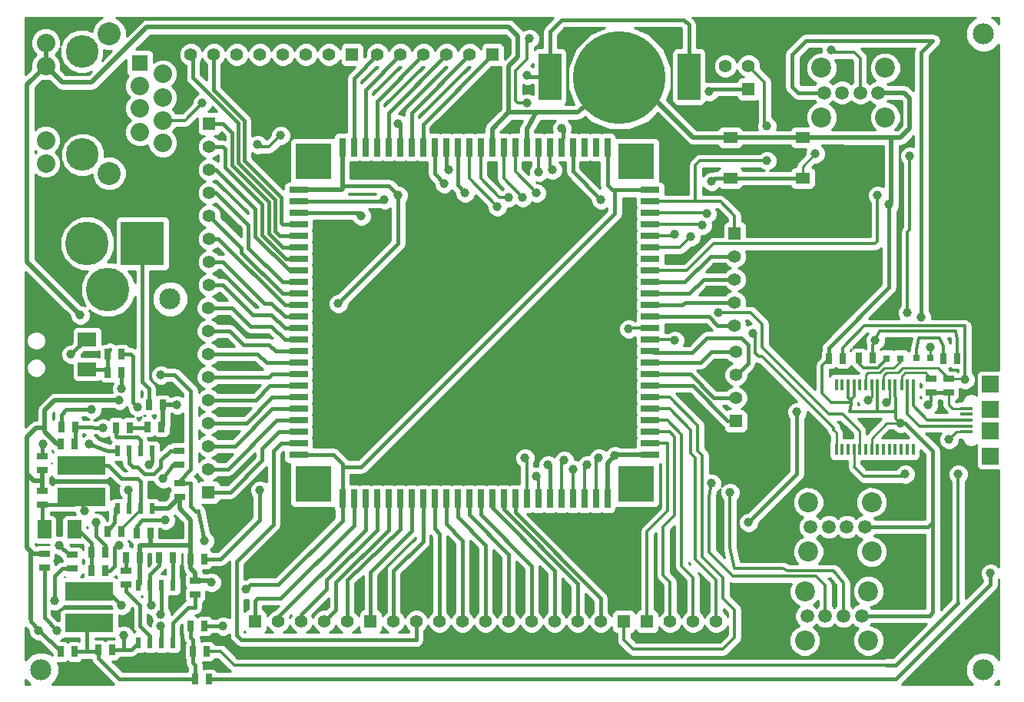
<source format=gtl>
G04 (created by PCBNEW (2014-01-10 BZR 4027)-stable) date Wed 15 Apr 2015 19:22:48 CEST*
%MOIN*%
G04 Gerber Fmt 3.4, Leading zero omitted, Abs format*
%FSLAX34Y34*%
G01*
G70*
G90*
G04 APERTURE LIST*
%ADD10C,0.00590551*%
%ADD11C,0.0866*%
%ADD12C,0.0591*%
%ADD13R,0.055X0.055*%
%ADD14C,0.055*%
%ADD15R,0.061X0.051*%
%ADD16R,0.016X0.05*%
%ADD17R,0.02X0.045*%
%ADD18R,0.025X0.045*%
%ADD19R,0.045X0.025*%
%ADD20R,0.0314X0.0314*%
%ADD21C,0.189*%
%ADD22R,0.189X0.189*%
%ADD23R,0.2085X0.0787*%
%ADD24C,0.1417*%
%ADD25R,0.07X0.07*%
%ADD26C,0.08*%
%ADD27C,0.1*%
%ADD28R,0.0747X0.0747*%
%ADD29R,0.0531X0.0157*%
%ADD30R,0.053X0.0157*%
%ADD31R,0.0984X0.2008*%
%ADD32C,0.4016*%
%ADD33R,0.026X0.08*%
%ADD34R,0.08X0.026*%
%ADD35R,0.15748X0.15748*%
%ADD36R,0.08X0.06*%
%ADD37R,0.06X0.08*%
%ADD38C,0.0912598*%
%ADD39C,0.0393701*%
%ADD40C,0.0177165*%
%ADD41C,0.0137795*%
%ADD42C,0.015748*%
%ADD43C,0.00984252*%
%ADD44C,0.011811*%
%ADD45C,0.019685*%
%ADD46C,0.01*%
G04 APERTURE END LIST*
G54D10*
G54D11*
X104089Y-73371D03*
X104089Y-71229D03*
G54D12*
X106557Y-72300D03*
X105770Y-72300D03*
X104982Y-72300D03*
X104195Y-72300D03*
G54D11*
X106844Y-71229D03*
X106844Y-73371D03*
G54D13*
X101500Y-53300D03*
G54D14*
X101500Y-52300D03*
X100500Y-52300D03*
G54D15*
X103854Y-57165D03*
X100706Y-57165D03*
X100706Y-55395D03*
X103854Y-55395D03*
G54D16*
X105310Y-68920D03*
X105560Y-68920D03*
X105820Y-68920D03*
X106080Y-68920D03*
X106330Y-68920D03*
X106590Y-68920D03*
X106850Y-68920D03*
X107100Y-68920D03*
X107360Y-68920D03*
X107610Y-68920D03*
X107870Y-68920D03*
X108130Y-68920D03*
X108380Y-68920D03*
X108640Y-68920D03*
X108640Y-66120D03*
X108380Y-66120D03*
X108140Y-66120D03*
X107870Y-66120D03*
X107610Y-66120D03*
X107360Y-66120D03*
X107100Y-66120D03*
X106850Y-66120D03*
X106590Y-66120D03*
X106330Y-66120D03*
X106080Y-66120D03*
X105820Y-66120D03*
X105560Y-66120D03*
X105310Y-66120D03*
G54D17*
X76530Y-77320D03*
X76030Y-77320D03*
X75530Y-77320D03*
X75030Y-77320D03*
X75030Y-74820D03*
X75530Y-74820D03*
X76030Y-74820D03*
X76530Y-74820D03*
X74130Y-68990D03*
X74630Y-68990D03*
X75130Y-68990D03*
X75630Y-68990D03*
X75630Y-71490D03*
X75130Y-71490D03*
X74630Y-71490D03*
X74130Y-71490D03*
G54D18*
X72280Y-67950D03*
X71680Y-67950D03*
X110560Y-64980D03*
X109960Y-64980D03*
X106890Y-64960D03*
X106290Y-64960D03*
G54D19*
X70940Y-74050D03*
X70940Y-73450D03*
G54D18*
X73900Y-77640D03*
X73300Y-77640D03*
X75090Y-73620D03*
X74490Y-73620D03*
G54D19*
X72170Y-73510D03*
X72170Y-74110D03*
G54D18*
X72270Y-68700D03*
X71670Y-68700D03*
X76030Y-67950D03*
X75430Y-67950D03*
G54D19*
X76780Y-69580D03*
X76780Y-68980D03*
G54D18*
X105580Y-65000D03*
X104980Y-65000D03*
G54D19*
X110190Y-66460D03*
X110190Y-65860D03*
X109430Y-65850D03*
X109430Y-66450D03*
G54D18*
X72250Y-77710D03*
X71650Y-77710D03*
G54D19*
X77490Y-75240D03*
X77490Y-74640D03*
G54D18*
X74300Y-72500D03*
X73700Y-72500D03*
G54D19*
X74500Y-74200D03*
X74500Y-74800D03*
G54D18*
X74670Y-67980D03*
X74070Y-67980D03*
X75930Y-73620D03*
X76530Y-73620D03*
G54D19*
X76810Y-70400D03*
X76810Y-71000D03*
G54D18*
X74950Y-72560D03*
X75550Y-72560D03*
G54D19*
X70840Y-69230D03*
X70840Y-69830D03*
X70870Y-71340D03*
X70870Y-70740D03*
G54D13*
X90400Y-51800D03*
G54D14*
X89400Y-51800D03*
X88400Y-51800D03*
X87400Y-51800D03*
X86400Y-51800D03*
X85400Y-51800D03*
G54D13*
X80100Y-76400D03*
G54D14*
X81100Y-76400D03*
X82100Y-76400D03*
X83100Y-76400D03*
X84100Y-76400D03*
G54D13*
X100900Y-59550D03*
G54D14*
X100900Y-60550D03*
X100900Y-61550D03*
X100900Y-62550D03*
X100900Y-63550D03*
G54D13*
X100950Y-67700D03*
G54D14*
X100950Y-66700D03*
X100950Y-65700D03*
X100950Y-64700D03*
G54D13*
X85100Y-76400D03*
G54D14*
X86100Y-76400D03*
G54D20*
X107495Y-64980D03*
X108085Y-64980D03*
X108795Y-64970D03*
X109385Y-64970D03*
G54D21*
X72800Y-60000D03*
G54D22*
X75200Y-60000D03*
G54D21*
X73700Y-62000D03*
G54D23*
X72540Y-69632D03*
X72540Y-71008D03*
X72890Y-75102D03*
X72890Y-76478D03*
G54D24*
X72598Y-56144D03*
X72579Y-51656D03*
G54D25*
X75079Y-52168D03*
G54D26*
X76083Y-52640D03*
X75079Y-53152D03*
X76083Y-53664D03*
X75079Y-54136D03*
X76083Y-54648D03*
X75079Y-55160D03*
X76083Y-55632D03*
X71004Y-51282D03*
X71004Y-52286D03*
X71004Y-55514D03*
X71004Y-56518D03*
G54D27*
X73760Y-50888D03*
X73760Y-56951D03*
G54D28*
X112000Y-68132D03*
X112000Y-67188D03*
X112000Y-66105D03*
X112000Y-69215D03*
G54D29*
X110947Y-68172D03*
G54D30*
X110947Y-67915D03*
X110947Y-67660D03*
X110947Y-67405D03*
X110947Y-67148D03*
G54D31*
X98912Y-52761D03*
G54D32*
X95900Y-52800D03*
G54D31*
X92888Y-52761D03*
G54D33*
X83875Y-55820D03*
X84375Y-55820D03*
X84875Y-55820D03*
X85375Y-55820D03*
X85875Y-55820D03*
X86375Y-55820D03*
X86875Y-55820D03*
X87375Y-55820D03*
X87875Y-55820D03*
X88375Y-55820D03*
X88875Y-55820D03*
X89375Y-55820D03*
X89875Y-55820D03*
X90375Y-55820D03*
X90875Y-55820D03*
X91375Y-55820D03*
X91875Y-55820D03*
X92375Y-55820D03*
X92875Y-55820D03*
X93375Y-55820D03*
X93875Y-55820D03*
X94375Y-55820D03*
X94875Y-55820D03*
X95375Y-55820D03*
G54D34*
X81980Y-69175D03*
X81980Y-68675D03*
X81980Y-68175D03*
X81980Y-67675D03*
X81980Y-67175D03*
X81980Y-66675D03*
X81980Y-66175D03*
X81980Y-65675D03*
X81980Y-65175D03*
X81980Y-64675D03*
X81980Y-64175D03*
X81980Y-63675D03*
X81980Y-63175D03*
X81980Y-62675D03*
X81980Y-62175D03*
X81980Y-61675D03*
X81980Y-61175D03*
X81980Y-60675D03*
X81980Y-60175D03*
X81980Y-59675D03*
X81980Y-59175D03*
X81980Y-58675D03*
X81980Y-58175D03*
X81980Y-57675D03*
X97230Y-57675D03*
X97230Y-58175D03*
X97230Y-58675D03*
X97230Y-59175D03*
X97230Y-59675D03*
X97230Y-60175D03*
X97230Y-60675D03*
X97230Y-61175D03*
X97230Y-61675D03*
X97230Y-62175D03*
X97230Y-62675D03*
X97230Y-63175D03*
X97230Y-63675D03*
X97230Y-64175D03*
X97230Y-64675D03*
X97230Y-65175D03*
X97230Y-65675D03*
X97230Y-66175D03*
X97230Y-66675D03*
X97230Y-67175D03*
X97230Y-67675D03*
X97230Y-68175D03*
X97230Y-68675D03*
X97230Y-69175D03*
G54D33*
X95375Y-71070D03*
X94875Y-71070D03*
X94375Y-71070D03*
X93875Y-71070D03*
X93375Y-71070D03*
X92875Y-71070D03*
X92375Y-71070D03*
X91875Y-71070D03*
X91375Y-71070D03*
X90875Y-71070D03*
X90375Y-71070D03*
X89875Y-71070D03*
X89375Y-71070D03*
X88875Y-71070D03*
X88375Y-71070D03*
X87875Y-71070D03*
X87375Y-71070D03*
X86875Y-71070D03*
X86375Y-71070D03*
X85875Y-71070D03*
X85375Y-71070D03*
X84875Y-71070D03*
X84375Y-71070D03*
X83875Y-71070D03*
G54D35*
X82622Y-70429D03*
X82625Y-56422D03*
X96622Y-56425D03*
X96622Y-70422D03*
G54D13*
X78060Y-70790D03*
G54D14*
X78060Y-69790D03*
X78060Y-68790D03*
X78060Y-67790D03*
X78060Y-66790D03*
X78060Y-65790D03*
X78060Y-64790D03*
X78060Y-63790D03*
X78060Y-62790D03*
G54D13*
X78100Y-54800D03*
G54D14*
X78100Y-55800D03*
X78100Y-56800D03*
X78100Y-57800D03*
X78100Y-58800D03*
X78100Y-59800D03*
X78100Y-60800D03*
X78100Y-61800D03*
G54D13*
X97100Y-76400D03*
G54D14*
X98100Y-76400D03*
X99100Y-76400D03*
X100100Y-76400D03*
G54D13*
X96090Y-76400D03*
G54D14*
X95090Y-76400D03*
X94090Y-76400D03*
X93090Y-76400D03*
X92090Y-76400D03*
X91090Y-76400D03*
X90090Y-76400D03*
X89090Y-76400D03*
X88090Y-76400D03*
X87090Y-76400D03*
G54D13*
X84300Y-51800D03*
G54D14*
X83300Y-51800D03*
X82300Y-51800D03*
X81300Y-51800D03*
X80300Y-51800D03*
X79300Y-51800D03*
X78300Y-51800D03*
X77300Y-51800D03*
G54D11*
X104669Y-54521D03*
X104669Y-52379D03*
G54D12*
X107137Y-53450D03*
X106350Y-53450D03*
X105562Y-53450D03*
X104775Y-53450D03*
G54D11*
X107424Y-52379D03*
X107424Y-54521D03*
X103939Y-77231D03*
X103939Y-75089D03*
G54D12*
X106407Y-76160D03*
X105620Y-76160D03*
X104832Y-76160D03*
X104045Y-76160D03*
G54D11*
X106694Y-75089D03*
X106694Y-77231D03*
G54D36*
X72800Y-64150D03*
X72800Y-65450D03*
G54D37*
X70950Y-72400D03*
X72250Y-72400D03*
G54D18*
X77900Y-73700D03*
X77300Y-73700D03*
X76100Y-67000D03*
X75500Y-67000D03*
X74300Y-64800D03*
X73700Y-64800D03*
X73700Y-65600D03*
X74300Y-65600D03*
X73000Y-73400D03*
X73600Y-73400D03*
X73000Y-74200D03*
X73600Y-74200D03*
X77400Y-77700D03*
X78000Y-77700D03*
X77300Y-76600D03*
X77900Y-76600D03*
X77500Y-78900D03*
X78100Y-78900D03*
G54D38*
X70800Y-78500D03*
X111700Y-78500D03*
X111700Y-50900D03*
X76400Y-62400D03*
G54D39*
X102300Y-54900D03*
X102300Y-56400D03*
X79700Y-75000D03*
X78700Y-76600D03*
X112000Y-74300D03*
X73200Y-72100D03*
X109000Y-63200D03*
X108300Y-70000D03*
X110600Y-70000D03*
X107000Y-64200D03*
X103600Y-67300D03*
X101500Y-72100D03*
X74200Y-73100D03*
X96300Y-63700D03*
X100200Y-63000D03*
X98300Y-64200D03*
X101700Y-63900D03*
X108500Y-56200D03*
X107500Y-66900D03*
X104400Y-56100D03*
X108400Y-63000D03*
X99900Y-57300D03*
X95100Y-58100D03*
X110200Y-68500D03*
X110900Y-65900D03*
X84700Y-58800D03*
X85700Y-58100D03*
X86300Y-54800D03*
X88300Y-57400D03*
X88500Y-56800D03*
X89200Y-57800D03*
X93000Y-56800D03*
X105100Y-51600D03*
X92400Y-56900D03*
X91900Y-53900D03*
X92000Y-51100D03*
X92300Y-57800D03*
X91700Y-58000D03*
X90600Y-58400D03*
X100700Y-70800D03*
X91100Y-58000D03*
X99900Y-70400D03*
X72700Y-71600D03*
X73000Y-67200D03*
X74600Y-70700D03*
X76200Y-72000D03*
X76100Y-70200D03*
X75000Y-67100D03*
X71600Y-73100D03*
X76000Y-76100D03*
X77900Y-72900D03*
X76000Y-65700D03*
X74300Y-66300D03*
X99000Y-59700D03*
X99500Y-59200D03*
X99700Y-58700D03*
X107100Y-57900D03*
X92800Y-69600D03*
X91800Y-69300D03*
X92300Y-70100D03*
X98300Y-59600D03*
X95000Y-69300D03*
X81200Y-55300D03*
X94500Y-69600D03*
X77800Y-53900D03*
X80200Y-55700D03*
X93900Y-69800D03*
X93500Y-69400D03*
X91900Y-52700D03*
X93400Y-55000D03*
X83700Y-62600D03*
X80300Y-70700D03*
X99800Y-53400D03*
X95700Y-69200D03*
X86300Y-57900D03*
X72900Y-68700D03*
X70900Y-68700D03*
X73500Y-68000D03*
X75500Y-69600D03*
X75600Y-75700D03*
X74300Y-75700D03*
X74400Y-77000D03*
X71500Y-76800D03*
X76000Y-76600D03*
X71400Y-75500D03*
X109400Y-64500D03*
X106700Y-66800D03*
X72100Y-64800D03*
X78200Y-74700D03*
X70700Y-76800D03*
X109300Y-67000D03*
X108100Y-67800D03*
X107600Y-58300D03*
X72500Y-63100D03*
X76700Y-67000D03*
X74200Y-66800D03*
G54D40*
X73000Y-73400D02*
X73000Y-74200D01*
X72250Y-72400D02*
X72400Y-72400D01*
X73000Y-73000D02*
X73000Y-73400D01*
X72400Y-72400D02*
X73000Y-73000D01*
G54D41*
X99200Y-58175D02*
X99200Y-56600D01*
X102200Y-53000D02*
X101500Y-52300D01*
X102200Y-54800D02*
X102200Y-53000D01*
X102300Y-54900D02*
X102200Y-54800D01*
X99400Y-56400D02*
X102300Y-56400D01*
X99200Y-56600D02*
X99400Y-56400D01*
X97230Y-58175D02*
X99200Y-58175D01*
X99200Y-58175D02*
X100275Y-58175D01*
X100900Y-58800D02*
X100900Y-59550D01*
X100275Y-58175D02*
X100900Y-58800D01*
G54D40*
X83875Y-69700D02*
X84700Y-69700D01*
X95700Y-58700D02*
X95700Y-57675D01*
X84700Y-69700D02*
X95700Y-58700D01*
X77900Y-76600D02*
X78700Y-76600D01*
X83875Y-72025D02*
X83875Y-71070D01*
X81100Y-74800D02*
X83875Y-72025D01*
X79900Y-74800D02*
X81100Y-74800D01*
X79700Y-75000D02*
X79900Y-74800D01*
X81980Y-69175D02*
X83475Y-69175D01*
X83875Y-69575D02*
X83875Y-69700D01*
X83875Y-69700D02*
X83875Y-71070D01*
X83475Y-69175D02*
X83875Y-69575D01*
X95375Y-55820D02*
X95375Y-57475D01*
X95575Y-57675D02*
X95700Y-57675D01*
X95375Y-57475D02*
X95575Y-57675D01*
X95700Y-57675D02*
X97230Y-57675D01*
X107700Y-78900D02*
X107900Y-78900D01*
X107900Y-78900D02*
X112000Y-74800D01*
X112000Y-74800D02*
X112000Y-74300D01*
X107700Y-78900D02*
X78100Y-78900D01*
X73600Y-73400D02*
X73600Y-73100D01*
X73200Y-72700D02*
X73200Y-72100D01*
X73600Y-73100D02*
X73200Y-72700D01*
X104775Y-53450D02*
X103650Y-53450D01*
X109000Y-51700D02*
X109000Y-63200D01*
X109500Y-51200D02*
X109000Y-51700D01*
X104000Y-51200D02*
X109500Y-51200D01*
X103400Y-51800D02*
X104000Y-51200D01*
X103400Y-53200D02*
X103400Y-51800D01*
X103650Y-53450D02*
X103400Y-53200D01*
G54D42*
X84100Y-76400D02*
X84100Y-74600D01*
X86400Y-71145D02*
X86375Y-71070D01*
X86400Y-72400D02*
X86400Y-71145D01*
X84100Y-74600D02*
X86400Y-72400D01*
X85875Y-71070D02*
X85875Y-72425D01*
X83600Y-75900D02*
X83100Y-76400D01*
X83600Y-74700D02*
X83600Y-75900D01*
X85875Y-72425D02*
X83600Y-74700D01*
X82100Y-76400D02*
X82100Y-76100D01*
X85375Y-72425D02*
X85375Y-71070D01*
X83200Y-74600D02*
X85375Y-72425D01*
X83200Y-75000D02*
X83200Y-74600D01*
X82100Y-76100D02*
X83200Y-75000D01*
X81100Y-76400D02*
X81100Y-76200D01*
X84875Y-72425D02*
X84875Y-71070D01*
X81100Y-76200D02*
X84875Y-72425D01*
X84375Y-71070D02*
X84375Y-72225D01*
X80100Y-75500D02*
X80100Y-76400D01*
X80200Y-75400D02*
X80100Y-75500D01*
X81200Y-75400D02*
X80200Y-75400D01*
X84375Y-72225D02*
X81200Y-75400D01*
G54D41*
X100100Y-76400D02*
X100100Y-74600D01*
X98075Y-67175D02*
X97230Y-67175D01*
X99000Y-68100D02*
X98075Y-67175D01*
X99000Y-69100D02*
X99000Y-68100D01*
X99200Y-69300D02*
X99000Y-69100D01*
X99200Y-73700D02*
X99200Y-69300D01*
X100100Y-74600D02*
X99200Y-73700D01*
G54D42*
X87375Y-55820D02*
X87375Y-54825D01*
X87375Y-54825D02*
X90400Y-51800D01*
X85875Y-55820D02*
X85875Y-54325D01*
X85875Y-54325D02*
X88400Y-51800D01*
G54D40*
X107500Y-78300D02*
X107900Y-78300D01*
G54D41*
X78600Y-77700D02*
X79200Y-78300D01*
X79200Y-78300D02*
X107500Y-78300D01*
X78000Y-77700D02*
X78600Y-77700D01*
X106500Y-70100D02*
X106100Y-69700D01*
X108200Y-70100D02*
X106500Y-70100D01*
X108300Y-70000D02*
X108200Y-70100D01*
X110600Y-75600D02*
X110600Y-70000D01*
G54D43*
X106100Y-69700D02*
X106080Y-68920D01*
G54D40*
X107900Y-78300D02*
X110600Y-75600D01*
X107000Y-64200D02*
X106998Y-64198D01*
X106998Y-64198D02*
X106997Y-64198D01*
X106997Y-64198D02*
X106997Y-64198D01*
X101500Y-72100D02*
X103600Y-70000D01*
X103600Y-70000D02*
X103600Y-67300D01*
X73600Y-74200D02*
X73800Y-74200D01*
X74100Y-73100D02*
X74200Y-73100D01*
X74000Y-73200D02*
X74100Y-73100D01*
X74000Y-74000D02*
X74000Y-73200D01*
X73800Y-74200D02*
X74000Y-74000D01*
G54D44*
X110560Y-64980D02*
X110560Y-64160D01*
X107200Y-63800D02*
X106997Y-64198D01*
X110500Y-63800D02*
X107200Y-63800D01*
X110560Y-64160D02*
X110500Y-63800D01*
X106890Y-64410D02*
X106890Y-64960D01*
X106997Y-64198D02*
X106890Y-64410D01*
G54D41*
X106200Y-68000D02*
X105900Y-67700D01*
X96325Y-63675D02*
X97230Y-63675D01*
X96300Y-63700D02*
X96325Y-63675D01*
X101600Y-63000D02*
X100200Y-63000D01*
X102100Y-63500D02*
X101600Y-63000D01*
X102100Y-64500D02*
X102100Y-63500D01*
X105000Y-67400D02*
X102100Y-64500D01*
X105600Y-67400D02*
X105000Y-67400D01*
X105900Y-67700D02*
X105600Y-67400D01*
G54D43*
X106330Y-68920D02*
X106330Y-68130D01*
X106330Y-68130D02*
X106200Y-68000D01*
X106200Y-68000D02*
X106100Y-67900D01*
G54D41*
X105200Y-68100D02*
X105200Y-68000D01*
G54D43*
X105310Y-68210D02*
X105200Y-68100D01*
X105310Y-68920D02*
X105310Y-68210D01*
G54D41*
X98275Y-64175D02*
X97230Y-64175D01*
X98300Y-64200D02*
X98275Y-64175D01*
X101800Y-64000D02*
X101700Y-63900D01*
X101800Y-64753D02*
X101800Y-64000D01*
X101946Y-64900D02*
X101800Y-64753D01*
X102100Y-64900D02*
X101946Y-64900D01*
X105200Y-68000D02*
X102100Y-64900D01*
G54D43*
X107610Y-66790D02*
X107500Y-66900D01*
X104400Y-56100D02*
X103854Y-56646D01*
X103854Y-57165D02*
X103854Y-56646D01*
X107610Y-66790D02*
X107610Y-66120D01*
G54D41*
X108400Y-59500D02*
X108400Y-63000D01*
X108500Y-59400D02*
X108400Y-59500D01*
X108500Y-56200D02*
X108500Y-59400D01*
G54D42*
X93875Y-55820D02*
X93875Y-56875D01*
X100035Y-57165D02*
X100706Y-57165D01*
X99900Y-57300D02*
X100035Y-57165D01*
X93875Y-56875D02*
X95100Y-58100D01*
X100706Y-57165D02*
X103854Y-57165D01*
G54D41*
X108640Y-66120D02*
X108640Y-67040D01*
X109260Y-67660D02*
X110947Y-67660D01*
X108640Y-67040D02*
X109260Y-67660D01*
G54D44*
X108380Y-66120D02*
X108380Y-67380D01*
X108915Y-67915D02*
X110947Y-67915D01*
X108380Y-67380D02*
X108915Y-67915D01*
G54D41*
X110900Y-65900D02*
X110900Y-63600D01*
X105580Y-64520D02*
X105580Y-65000D01*
X106526Y-63573D02*
X105580Y-64520D01*
X110873Y-63573D02*
X106526Y-63573D01*
X110900Y-63600D02*
X110873Y-63573D01*
G54D43*
X107360Y-66120D02*
X107360Y-65740D01*
X109730Y-65400D02*
X110190Y-65860D01*
X108200Y-65400D02*
X109730Y-65400D01*
X108000Y-65600D02*
X108200Y-65400D01*
X107500Y-65600D02*
X108000Y-65600D01*
X107360Y-65740D02*
X107500Y-65600D01*
X110190Y-65860D02*
X110860Y-65860D01*
X110528Y-68172D02*
X110947Y-68172D01*
X110200Y-68500D02*
X110528Y-68172D01*
X110860Y-65860D02*
X110900Y-65900D01*
G54D42*
X78060Y-67790D02*
X79710Y-67790D01*
X80825Y-66675D02*
X81980Y-66675D01*
X79710Y-67790D02*
X80825Y-66675D01*
X78060Y-66790D02*
X80110Y-66790D01*
X80725Y-66175D02*
X81980Y-66175D01*
X80110Y-66790D02*
X80725Y-66175D01*
X78060Y-65790D02*
X80690Y-65790D01*
X80805Y-65675D02*
X81980Y-65675D01*
X80690Y-65790D02*
X80805Y-65675D01*
X78060Y-64790D02*
X80190Y-64790D01*
X80575Y-65175D02*
X81980Y-65175D01*
X80190Y-64790D02*
X80575Y-65175D01*
X78060Y-63790D02*
X78990Y-63790D01*
X80975Y-64675D02*
X81980Y-64675D01*
X80700Y-64400D02*
X80975Y-64675D01*
X79600Y-64400D02*
X80700Y-64400D01*
X78990Y-63790D02*
X79600Y-64400D01*
X81980Y-64175D02*
X81375Y-64175D01*
X79090Y-62790D02*
X78060Y-62790D01*
X79900Y-63600D02*
X79090Y-62790D01*
X80800Y-63600D02*
X79900Y-63600D01*
X81375Y-64175D02*
X80800Y-63600D01*
X78100Y-61800D02*
X78700Y-61800D01*
X81375Y-63675D02*
X81980Y-63675D01*
X80800Y-63100D02*
X81375Y-63675D01*
X80000Y-63100D02*
X80800Y-63100D01*
X78700Y-61800D02*
X80000Y-63100D01*
X81980Y-63175D02*
X81375Y-63175D01*
X78700Y-60800D02*
X78100Y-60800D01*
X80500Y-62600D02*
X78700Y-60800D01*
X80800Y-62600D02*
X80500Y-62600D01*
X81375Y-63175D02*
X80800Y-62600D01*
X81980Y-62675D02*
X81375Y-62675D01*
X78500Y-59800D02*
X78100Y-59800D01*
X81375Y-62675D02*
X78500Y-59800D01*
X78100Y-58800D02*
X79500Y-60200D01*
X81275Y-62175D02*
X81980Y-62175D01*
X79500Y-60400D02*
X81275Y-62175D01*
X79500Y-60200D02*
X79500Y-60400D01*
X81980Y-61675D02*
X81275Y-61675D01*
X78400Y-57800D02*
X78100Y-57800D01*
X79800Y-59200D02*
X78400Y-57800D01*
X79800Y-60200D02*
X79800Y-59200D01*
X81275Y-61675D02*
X79800Y-60200D01*
X81980Y-61175D02*
X81575Y-61175D01*
X78400Y-56800D02*
X78100Y-56800D01*
X80100Y-58500D02*
X78400Y-56800D01*
X80100Y-59700D02*
X80100Y-58500D01*
X81575Y-61175D02*
X80100Y-59700D01*
X78100Y-55800D02*
X78700Y-55800D01*
X81436Y-60675D02*
X81980Y-60675D01*
X80400Y-59638D02*
X81436Y-60675D01*
X80400Y-58300D02*
X80400Y-59638D01*
X78800Y-56700D02*
X80400Y-58300D01*
X78800Y-55900D02*
X78800Y-56700D01*
X78700Y-55800D02*
X78800Y-55900D01*
X81980Y-60175D02*
X81298Y-60175D01*
X78700Y-54800D02*
X78100Y-54800D01*
X79100Y-55200D02*
X78700Y-54800D01*
X79100Y-56600D02*
X79100Y-55200D01*
X80700Y-58200D02*
X79100Y-56600D01*
X80700Y-59576D02*
X80700Y-58200D01*
X81298Y-60175D02*
X80700Y-59576D01*
X81980Y-59675D02*
X81160Y-59675D01*
X77400Y-51900D02*
X77300Y-51800D01*
X77400Y-52800D02*
X77400Y-51900D01*
X79355Y-54755D02*
X77400Y-52800D01*
X79355Y-56494D02*
X79355Y-54755D01*
X80955Y-58094D02*
X79355Y-56494D01*
X80955Y-59470D02*
X80955Y-58094D01*
X81160Y-59675D02*
X80955Y-59470D01*
X78300Y-51800D02*
X78300Y-53338D01*
X81275Y-59175D02*
X81980Y-59175D01*
X81211Y-59111D02*
X81275Y-59175D01*
X81211Y-57988D02*
X81211Y-59111D01*
X79611Y-56388D02*
X81211Y-57988D01*
X79611Y-54649D02*
X79611Y-56388D01*
X78300Y-53338D02*
X79611Y-54649D01*
X81980Y-58675D02*
X84575Y-58675D01*
X84575Y-58675D02*
X84700Y-58800D01*
X85625Y-58175D02*
X81980Y-58175D01*
X85700Y-58100D02*
X85625Y-58175D01*
X86375Y-55820D02*
X86375Y-54875D01*
X86375Y-54875D02*
X86300Y-54800D01*
X87875Y-56975D02*
X87875Y-55820D01*
X88300Y-57400D02*
X87875Y-56975D01*
X88375Y-55820D02*
X88375Y-56675D01*
X88375Y-56675D02*
X88500Y-56800D01*
X88875Y-57475D02*
X88875Y-55820D01*
X89200Y-57800D02*
X88875Y-57475D01*
G54D41*
X97230Y-66675D02*
X98075Y-66675D01*
X96090Y-77190D02*
X96090Y-76400D01*
X96500Y-77600D02*
X96090Y-77190D01*
X100400Y-77600D02*
X96500Y-77600D01*
X100900Y-77100D02*
X100400Y-77600D01*
X100900Y-75900D02*
X100900Y-77100D01*
X100400Y-75400D02*
X100900Y-75900D01*
X100400Y-74500D02*
X100400Y-75400D01*
X99500Y-73600D02*
X100400Y-74500D01*
X99500Y-69200D02*
X99500Y-73600D01*
X99300Y-69000D02*
X99500Y-69200D01*
X99300Y-67900D02*
X99300Y-69000D01*
X98075Y-66675D02*
X99300Y-67900D01*
G54D42*
X91375Y-71070D02*
X91375Y-71675D01*
X95090Y-75390D02*
X95090Y-76400D01*
X91375Y-71675D02*
X95090Y-75390D01*
X90875Y-71070D02*
X90875Y-71536D01*
X94090Y-74751D02*
X94090Y-76400D01*
X90875Y-71536D02*
X94090Y-74751D01*
X90375Y-71070D02*
X90375Y-71475D01*
X93090Y-74190D02*
X93090Y-76400D01*
X90375Y-71475D02*
X93090Y-74190D01*
X89875Y-71070D02*
X89875Y-71775D01*
X92090Y-73990D02*
X92090Y-76400D01*
X89875Y-71775D02*
X92090Y-73990D01*
X89375Y-71070D02*
X89375Y-71775D01*
X91090Y-73490D02*
X91090Y-76400D01*
X89375Y-71775D02*
X91090Y-73490D01*
X88875Y-71070D02*
X88875Y-71875D01*
X90090Y-73090D02*
X90090Y-76400D01*
X88875Y-71875D02*
X90090Y-73090D01*
X89090Y-76400D02*
X89090Y-72890D01*
X88375Y-72175D02*
X88375Y-71070D01*
X89090Y-72890D02*
X88375Y-72175D01*
X87875Y-71070D02*
X87875Y-72375D01*
X88090Y-72590D02*
X88090Y-76400D01*
X87875Y-72375D02*
X88090Y-72590D01*
X87090Y-76400D02*
X87090Y-77210D01*
X81225Y-68675D02*
X81980Y-68675D01*
X80900Y-69000D02*
X81225Y-68675D01*
X80900Y-72200D02*
X80900Y-69000D01*
X79300Y-73800D02*
X80900Y-72200D01*
X79300Y-77000D02*
X79300Y-73800D01*
X79500Y-77200D02*
X79300Y-77000D01*
X87080Y-77200D02*
X79500Y-77200D01*
X87090Y-77210D02*
X87080Y-77200D01*
X78060Y-70790D02*
X79010Y-70790D01*
X81125Y-68175D02*
X81980Y-68175D01*
X80400Y-68900D02*
X81125Y-68175D01*
X80400Y-69400D02*
X80400Y-68900D01*
X79010Y-70790D02*
X80400Y-69400D01*
X78060Y-69790D02*
X78910Y-69790D01*
X81025Y-67675D02*
X81980Y-67675D01*
X78910Y-69790D02*
X81025Y-67675D01*
X78060Y-68790D02*
X79210Y-68790D01*
X80825Y-67175D02*
X81980Y-67175D01*
X79210Y-68790D02*
X80825Y-67175D01*
X86875Y-71070D02*
X86875Y-72475D01*
X85100Y-74250D02*
X85100Y-76400D01*
X86875Y-72475D02*
X85100Y-74250D01*
X86100Y-76400D02*
X86100Y-74200D01*
X87375Y-72925D02*
X87375Y-71070D01*
X86100Y-74200D02*
X87375Y-72925D01*
G54D41*
X97230Y-67675D02*
X97975Y-67675D01*
X99100Y-74500D02*
X99100Y-76400D01*
X98600Y-74000D02*
X99100Y-74500D01*
X98600Y-68300D02*
X98600Y-74000D01*
X97975Y-67675D02*
X98600Y-68300D01*
G54D42*
X86875Y-55820D02*
X86875Y-54325D01*
X86875Y-54325D02*
X89400Y-51800D01*
X85375Y-55820D02*
X85375Y-53825D01*
X85375Y-53825D02*
X87400Y-51800D01*
G54D41*
X98100Y-76400D02*
X98100Y-74700D01*
X98075Y-68175D02*
X97230Y-68175D01*
X98300Y-68400D02*
X98075Y-68175D01*
X98300Y-71800D02*
X98300Y-68400D01*
X97800Y-72300D02*
X98300Y-71800D01*
X97800Y-74400D02*
X97800Y-72300D01*
X98100Y-74700D02*
X97800Y-74400D01*
G54D42*
X97230Y-65675D02*
X98975Y-65675D01*
X100000Y-66700D02*
X100950Y-66700D01*
X98975Y-65675D02*
X100000Y-66700D01*
X100950Y-65700D02*
X101000Y-65700D01*
X97400Y-64744D02*
X97230Y-64675D01*
X99055Y-64744D02*
X97400Y-64744D01*
X99700Y-64100D02*
X99055Y-64744D01*
X101200Y-64100D02*
X99700Y-64100D01*
X101500Y-64400D02*
X101200Y-64100D01*
X101500Y-65200D02*
X101500Y-64400D01*
X101000Y-65700D02*
X101500Y-65200D01*
X84875Y-55820D02*
X84875Y-53325D01*
X84875Y-53325D02*
X86400Y-51800D01*
X100900Y-63550D02*
X100150Y-63550D01*
X99775Y-63175D02*
X97230Y-63175D01*
X100150Y-63550D02*
X99775Y-63175D01*
X100900Y-62550D02*
X98750Y-62550D01*
X98625Y-62675D02*
X97230Y-62675D01*
X98750Y-62550D02*
X98625Y-62675D01*
X100900Y-61550D02*
X99550Y-61550D01*
X98925Y-62175D02*
X97230Y-62175D01*
X99550Y-61550D02*
X98925Y-62175D01*
X97230Y-61675D02*
X98725Y-61675D01*
X99850Y-60550D02*
X100900Y-60550D01*
X98725Y-61675D02*
X99850Y-60550D01*
G54D41*
X97100Y-76400D02*
X97100Y-72500D01*
X97975Y-68675D02*
X97230Y-68675D01*
X98000Y-68700D02*
X97975Y-68675D01*
X98000Y-71600D02*
X98000Y-68700D01*
X97100Y-72500D02*
X98000Y-71600D01*
G54D42*
X100950Y-67700D02*
X100600Y-67700D01*
X99075Y-66175D02*
X97230Y-66175D01*
X100600Y-67700D02*
X99075Y-66175D01*
X97230Y-65175D02*
X99425Y-65175D01*
X99900Y-64700D02*
X100950Y-64700D01*
X99425Y-65175D02*
X99900Y-64700D01*
X84375Y-55820D02*
X84375Y-52825D01*
X84375Y-52825D02*
X85400Y-51800D01*
G54D41*
X92875Y-56675D02*
X93000Y-56800D01*
X92875Y-55820D02*
X92875Y-56675D01*
X106350Y-51950D02*
X106350Y-53450D01*
X106100Y-51700D02*
X106350Y-51950D01*
X105200Y-51700D02*
X106100Y-51700D01*
X105100Y-51600D02*
X105200Y-51700D01*
X92375Y-56875D02*
X92375Y-55820D01*
X92400Y-56900D02*
X92375Y-56875D01*
X91500Y-53900D02*
X91900Y-53900D01*
X91400Y-53800D02*
X91500Y-53900D01*
X91400Y-52500D02*
X91400Y-53800D01*
X91900Y-52000D02*
X91400Y-52500D01*
X91900Y-51200D02*
X91900Y-52000D01*
X92000Y-51100D02*
X91900Y-51200D01*
X91375Y-56875D02*
X92300Y-57800D01*
X91375Y-56875D02*
X91375Y-55820D01*
X90875Y-57175D02*
X91700Y-58000D01*
X90875Y-55820D02*
X90875Y-57175D01*
X89375Y-57175D02*
X90600Y-58400D01*
X89375Y-55820D02*
X89375Y-57175D01*
X105620Y-74720D02*
X105620Y-76160D01*
X105200Y-74200D02*
X105620Y-74720D01*
X103200Y-74200D02*
X105200Y-74200D01*
X103000Y-74100D02*
X103200Y-74200D01*
X100900Y-74100D02*
X103000Y-74100D01*
X100700Y-73200D02*
X100900Y-74100D01*
X100700Y-70800D02*
X100700Y-73200D01*
X99800Y-71900D02*
X99800Y-71000D01*
X89875Y-57175D02*
X90700Y-58000D01*
X89875Y-55820D02*
X89875Y-57175D01*
X104832Y-74832D02*
X104436Y-74436D01*
X104436Y-74436D02*
X100836Y-74436D01*
X100836Y-74436D02*
X99800Y-73400D01*
X99800Y-73400D02*
X99800Y-71900D01*
X104832Y-74832D02*
X104832Y-76160D01*
X91100Y-58000D02*
X90700Y-58000D01*
X99800Y-71000D02*
X99900Y-70400D01*
G54D40*
X71680Y-67950D02*
X71680Y-67420D01*
X72540Y-71140D02*
X72540Y-71008D01*
X72700Y-71600D02*
X72540Y-71140D01*
X71900Y-67200D02*
X73000Y-67200D01*
X71680Y-67420D02*
X71900Y-67200D01*
X70870Y-71340D02*
X70870Y-72320D01*
X70870Y-72320D02*
X70950Y-72400D01*
X70870Y-71340D02*
X72208Y-71340D01*
X72208Y-71340D02*
X72540Y-71008D01*
X74630Y-70730D02*
X74630Y-71490D01*
X74600Y-70700D02*
X74630Y-70730D01*
X74950Y-72560D02*
X74950Y-72250D01*
X75200Y-72000D02*
X76200Y-72000D01*
X74950Y-72250D02*
X75200Y-72000D01*
X74300Y-64800D02*
X74700Y-64800D01*
X76520Y-69580D02*
X76780Y-69580D01*
X76100Y-70200D02*
X76520Y-69580D01*
X74800Y-66900D02*
X75000Y-67100D01*
X74800Y-64900D02*
X74800Y-66900D01*
X74700Y-64800D02*
X74800Y-64900D01*
X77400Y-77700D02*
X77400Y-77200D01*
X77300Y-77100D02*
X77300Y-76600D01*
X77400Y-77200D02*
X77300Y-77100D01*
X77500Y-78900D02*
X77500Y-78300D01*
X77400Y-78200D02*
X77400Y-77700D01*
X77500Y-78300D02*
X77400Y-78200D01*
X73300Y-77640D02*
X73300Y-78000D01*
X74200Y-78900D02*
X77500Y-78900D01*
X73300Y-78000D02*
X74200Y-78900D01*
X72800Y-77710D02*
X72800Y-76568D01*
X72800Y-76568D02*
X72890Y-76478D01*
X72250Y-77710D02*
X72800Y-77710D01*
X72800Y-77710D02*
X73230Y-77710D01*
X73230Y-77710D02*
X73300Y-77640D01*
X77621Y-71617D02*
X77517Y-71617D01*
X77300Y-70400D02*
X76810Y-70400D01*
X77300Y-71400D02*
X77300Y-70400D01*
X77517Y-71617D02*
X77300Y-71400D01*
X72010Y-73510D02*
X72170Y-73510D01*
X71600Y-73100D02*
X72010Y-73510D01*
X76030Y-76070D02*
X76030Y-74820D01*
X76000Y-76100D02*
X76030Y-76070D01*
X77616Y-71596D02*
X77621Y-71617D01*
X77621Y-71617D02*
X77900Y-72900D01*
X76810Y-70400D02*
X76810Y-70290D01*
X76810Y-70290D02*
X77300Y-69800D01*
X77300Y-69800D02*
X77300Y-66400D01*
X77300Y-66400D02*
X76600Y-65700D01*
X76600Y-65700D02*
X76000Y-65700D01*
X74300Y-66300D02*
X74300Y-66000D01*
X74300Y-66000D02*
X74300Y-65600D01*
G54D41*
X97230Y-60175D02*
X98525Y-60175D01*
X98525Y-60175D02*
X99000Y-59700D01*
X97230Y-59175D02*
X99475Y-59175D01*
X99475Y-59175D02*
X99500Y-59200D01*
X97230Y-58675D02*
X99675Y-58675D01*
X99675Y-58675D02*
X99700Y-58700D01*
X106100Y-60000D02*
X107000Y-60000D01*
X98825Y-61175D02*
X100000Y-60000D01*
X100000Y-60000D02*
X102200Y-60000D01*
X102200Y-60000D02*
X104400Y-60000D01*
X104400Y-60000D02*
X106100Y-60000D01*
X98825Y-61175D02*
X97230Y-61175D01*
X107100Y-59900D02*
X107100Y-57900D01*
X107000Y-60000D02*
X107100Y-59900D01*
G54D40*
X92875Y-71070D02*
X92875Y-69675D01*
X92875Y-69675D02*
X92800Y-69600D01*
G54D41*
X91875Y-69375D02*
X91800Y-69300D01*
X91875Y-69375D02*
X91875Y-71070D01*
X92375Y-71070D02*
X92375Y-70175D01*
X92375Y-70175D02*
X92300Y-70100D01*
X97230Y-59675D02*
X98225Y-59675D01*
X98225Y-59675D02*
X98300Y-59600D01*
X94875Y-71070D02*
X94875Y-69425D01*
X94875Y-69425D02*
X95000Y-69300D01*
X94375Y-71070D02*
X94375Y-69725D01*
X94375Y-69725D02*
X94500Y-69600D01*
X77052Y-54648D02*
X76083Y-54648D01*
X77800Y-53900D02*
X77052Y-54648D01*
X80300Y-55800D02*
X80200Y-55700D01*
X80700Y-55800D02*
X80300Y-55800D01*
X81200Y-55300D02*
X80700Y-55800D01*
X93875Y-69825D02*
X93875Y-71070D01*
X93900Y-69800D02*
X93875Y-69825D01*
X93375Y-69525D02*
X93375Y-71070D01*
X93500Y-69400D02*
X93375Y-69525D01*
G54D42*
X93375Y-55820D02*
X93475Y-55075D01*
X91961Y-52761D02*
X92888Y-52761D01*
X91900Y-52700D02*
X91961Y-52761D01*
X93475Y-55075D02*
X93400Y-55000D01*
X92888Y-52761D02*
X92888Y-50812D01*
X98912Y-50512D02*
X98912Y-52761D01*
X98700Y-50300D02*
X98912Y-50512D01*
X93400Y-50300D02*
X98700Y-50300D01*
X92888Y-50812D02*
X93400Y-50300D01*
G54D40*
X77900Y-73700D02*
X78600Y-73700D01*
X86300Y-60000D02*
X86300Y-57900D01*
X83700Y-62600D02*
X86300Y-60000D01*
X80300Y-72000D02*
X80300Y-70700D01*
X78600Y-73700D02*
X80300Y-72000D01*
X101500Y-53300D02*
X99900Y-53300D01*
X99900Y-53300D02*
X99800Y-53400D01*
X83875Y-57500D02*
X85900Y-57500D01*
X95700Y-69200D02*
X95725Y-69175D01*
X85900Y-57500D02*
X86300Y-57900D01*
G54D45*
X81980Y-57675D02*
X83825Y-57675D01*
X83875Y-57625D02*
X83875Y-57500D01*
X83875Y-57500D02*
X83875Y-55820D01*
X83825Y-57675D02*
X83875Y-57625D01*
X97230Y-69175D02*
X95725Y-69175D01*
X95375Y-69525D02*
X95375Y-71070D01*
X95725Y-69175D02*
X95375Y-69525D01*
G54D42*
X75200Y-60000D02*
X75200Y-66000D01*
X75500Y-66300D02*
X75500Y-67000D01*
X75200Y-66000D02*
X75500Y-66300D01*
X74670Y-67980D02*
X75400Y-67980D01*
X75400Y-67980D02*
X75430Y-67950D01*
X70840Y-69230D02*
X70840Y-68760D01*
X73690Y-68990D02*
X74130Y-68990D01*
X72900Y-68700D02*
X73690Y-68990D01*
X70840Y-68760D02*
X70900Y-68700D01*
X75630Y-68990D02*
X75630Y-69470D01*
X72650Y-67950D02*
X72280Y-67950D01*
X73500Y-68000D02*
X72650Y-67950D01*
X75630Y-69470D02*
X75500Y-69600D01*
X72280Y-67950D02*
X72280Y-68690D01*
X72280Y-68690D02*
X72270Y-68700D01*
X74070Y-67980D02*
X74070Y-68370D01*
X75130Y-68530D02*
X75130Y-68990D01*
X75000Y-68400D02*
X75130Y-68530D01*
X74100Y-68400D02*
X75000Y-68400D01*
X74070Y-68370D02*
X74100Y-68400D01*
X73700Y-72500D02*
X74000Y-72100D01*
X74000Y-72100D02*
X74010Y-71490D01*
X74010Y-71490D02*
X74130Y-71490D01*
G54D41*
X74300Y-72500D02*
X74300Y-72400D01*
X75130Y-71570D02*
X75130Y-71490D01*
X74300Y-72400D02*
X75130Y-71570D01*
G54D42*
X72540Y-69632D02*
X73732Y-69632D01*
X75130Y-70330D02*
X75130Y-71490D01*
X75000Y-70200D02*
X75130Y-70330D01*
X74300Y-70200D02*
X74500Y-70200D01*
X74500Y-70200D02*
X74600Y-70200D01*
X74600Y-70200D02*
X75000Y-70200D01*
X73732Y-69632D02*
X74300Y-70200D01*
X76780Y-68980D02*
X76420Y-68980D01*
X74630Y-69530D02*
X74630Y-68990D01*
X74800Y-69700D02*
X74630Y-69530D01*
X75000Y-69700D02*
X74800Y-69700D01*
X75300Y-70000D02*
X75000Y-69700D01*
X75700Y-70000D02*
X75300Y-70000D01*
X76000Y-69700D02*
X75700Y-70000D01*
X76000Y-69400D02*
X76000Y-69700D01*
X76420Y-68980D02*
X76000Y-69400D01*
X72890Y-75102D02*
X73702Y-75102D01*
X75530Y-75630D02*
X75530Y-74820D01*
X75600Y-75700D02*
X75530Y-75630D01*
X73702Y-75102D02*
X74300Y-75700D01*
X75530Y-74820D02*
X75530Y-74370D01*
X75930Y-73970D02*
X75930Y-73620D01*
X75530Y-74370D02*
X75930Y-73970D01*
X70940Y-74050D02*
X70940Y-76240D01*
X74400Y-77000D02*
X74400Y-77640D01*
X70940Y-76240D02*
X71500Y-76800D01*
X74400Y-77640D02*
X74400Y-77600D01*
X74400Y-77600D02*
X74400Y-77640D01*
X73900Y-77640D02*
X74400Y-77640D01*
X74400Y-77640D02*
X74710Y-77640D01*
X74710Y-77640D02*
X75030Y-77320D01*
X74490Y-73620D02*
X74490Y-74190D01*
X74490Y-74190D02*
X74500Y-74200D01*
X74500Y-74800D02*
X74500Y-75100D01*
X75530Y-77030D02*
X75530Y-77320D01*
X75100Y-76600D02*
X75530Y-77030D01*
X75100Y-75700D02*
X75100Y-76600D01*
X74500Y-75100D02*
X75100Y-75700D01*
X76530Y-73620D02*
X76530Y-74820D01*
X72170Y-74110D02*
X71710Y-74110D01*
X76030Y-76630D02*
X76030Y-77320D01*
X76000Y-76600D02*
X76030Y-76630D01*
X71400Y-74420D02*
X71400Y-75500D01*
X71710Y-74110D02*
X71400Y-74420D01*
X76530Y-77320D02*
X76530Y-76470D01*
X77490Y-75790D02*
X77490Y-75240D01*
X77500Y-75800D02*
X77490Y-75790D01*
X77200Y-75800D02*
X77500Y-75800D01*
X76530Y-76470D02*
X77200Y-75800D01*
G54D43*
X108140Y-66120D02*
X108140Y-65760D01*
X109180Y-65600D02*
X109430Y-65850D01*
X108300Y-65600D02*
X109180Y-65600D01*
X108140Y-65760D02*
X108300Y-65600D01*
X108085Y-64980D02*
X108085Y-65115D01*
X106590Y-65710D02*
X106590Y-66120D01*
X106700Y-65600D02*
X106590Y-65710D01*
X107200Y-65600D02*
X106700Y-65600D01*
X107400Y-65400D02*
X107200Y-65600D01*
X107800Y-65400D02*
X107400Y-65400D01*
X108085Y-65115D02*
X107800Y-65400D01*
X106850Y-66120D02*
X106850Y-66650D01*
X109385Y-64515D02*
X109385Y-64970D01*
X109400Y-64500D02*
X109385Y-64515D01*
X106850Y-66650D02*
X106700Y-66800D01*
G54D41*
X108795Y-64970D02*
X108795Y-64605D01*
X109960Y-64460D02*
X109960Y-64980D01*
X109800Y-64100D02*
X109960Y-64460D01*
X108900Y-64100D02*
X109800Y-64100D01*
X108795Y-64605D02*
X108900Y-64100D01*
X106290Y-64960D02*
X106290Y-65190D01*
X107495Y-64998D02*
X107495Y-64980D01*
X107110Y-65383D02*
X107495Y-64998D01*
X106483Y-65383D02*
X107110Y-65383D01*
X106290Y-65190D02*
X106483Y-65383D01*
G54D42*
X72750Y-64150D02*
X72800Y-64150D01*
X72100Y-64800D02*
X72750Y-64150D01*
G54D45*
X77490Y-74640D02*
X78140Y-74640D01*
X78200Y-74700D02*
X78140Y-74640D01*
G54D40*
X70700Y-76800D02*
X70720Y-76780D01*
X70720Y-76780D02*
X70700Y-76800D01*
X70700Y-76800D02*
X70700Y-76760D01*
X70350Y-76300D02*
X70350Y-76410D01*
G54D45*
X70350Y-73350D02*
X70350Y-76300D01*
G54D40*
X70350Y-76410D02*
X70700Y-76760D01*
X70700Y-76760D02*
X71650Y-77710D01*
X104980Y-65000D02*
X104980Y-64520D01*
X107600Y-61900D02*
X107600Y-58300D01*
X104980Y-64520D02*
X107600Y-61900D01*
G54D43*
X106850Y-68920D02*
X106850Y-68450D01*
X107500Y-67800D02*
X108100Y-67800D01*
X106850Y-68450D02*
X107500Y-67800D01*
G54D40*
X106557Y-72300D02*
X109300Y-72300D01*
X109300Y-72300D02*
X109500Y-72100D01*
X108100Y-67800D02*
X108300Y-67800D01*
X109340Y-76160D02*
X106407Y-76160D01*
X109500Y-76000D02*
X109340Y-76160D01*
X109500Y-69000D02*
X109500Y-72100D01*
X109500Y-72100D02*
X109500Y-76000D01*
X108300Y-67800D02*
X109500Y-69000D01*
G54D44*
X107900Y-67200D02*
X107900Y-67600D01*
X109430Y-66870D02*
X109430Y-66450D01*
X109300Y-67000D02*
X109430Y-66870D01*
X107900Y-67600D02*
X108100Y-67800D01*
G54D43*
X110947Y-67148D02*
X110348Y-67148D01*
X110190Y-66990D02*
X110190Y-66460D01*
X110348Y-67148D02*
X110190Y-66990D01*
G54D40*
X109430Y-66450D02*
X110180Y-66450D01*
X110180Y-66450D02*
X110190Y-66460D01*
G54D44*
X107100Y-67300D02*
X107796Y-67299D01*
X107900Y-67200D02*
X107870Y-66120D01*
X107796Y-67299D02*
X107900Y-67200D01*
X105950Y-66950D02*
X105900Y-67300D01*
X107100Y-67300D02*
X107100Y-66120D01*
X105900Y-67300D02*
X107100Y-67300D01*
X105950Y-66750D02*
X105950Y-66950D01*
X104700Y-65280D02*
X104980Y-65000D01*
X104700Y-66500D02*
X104700Y-65280D01*
X105100Y-66900D02*
X104700Y-66500D01*
X105900Y-66900D02*
X105100Y-66900D01*
X105950Y-66950D02*
X105900Y-66900D01*
X105820Y-66120D02*
X105820Y-66680D01*
X106080Y-66620D02*
X106080Y-66120D01*
X105940Y-66760D02*
X105950Y-66750D01*
X105950Y-66750D02*
X106080Y-66620D01*
X105940Y-66800D02*
X105940Y-66760D01*
X105820Y-66680D02*
X105940Y-66800D01*
G54D45*
X107700Y-55400D02*
X107700Y-58200D01*
X107700Y-58200D02*
X107600Y-58300D01*
X103854Y-55395D02*
X105605Y-55395D01*
X108250Y-53450D02*
X107137Y-53450D01*
X108500Y-53700D02*
X108250Y-53450D01*
X108500Y-55000D02*
X108500Y-53700D01*
X108100Y-55400D02*
X108500Y-55000D01*
X105610Y-55400D02*
X107700Y-55400D01*
X107700Y-55400D02*
X108100Y-55400D01*
X105605Y-55395D02*
X105610Y-55400D01*
X103854Y-55395D02*
X100706Y-55395D01*
X91100Y-54300D02*
X91100Y-52300D01*
X71718Y-53000D02*
X71004Y-52286D01*
X73000Y-53000D02*
X71718Y-53000D01*
X75400Y-50600D02*
X73000Y-53000D01*
X91100Y-50600D02*
X75400Y-50600D01*
X91500Y-51000D02*
X91100Y-50600D01*
X91500Y-51900D02*
X91500Y-51000D01*
X91100Y-52300D02*
X91500Y-51900D01*
X90375Y-55820D02*
X90375Y-55025D01*
X91100Y-54300D02*
X92300Y-54300D01*
X90375Y-55025D02*
X91100Y-54300D01*
X91875Y-55820D02*
X91875Y-55025D01*
X94100Y-54300D02*
X95900Y-52800D01*
X92300Y-54300D02*
X94100Y-54300D01*
X91875Y-55025D02*
X92300Y-54300D01*
X95900Y-52800D02*
X96500Y-52800D01*
X99095Y-55395D02*
X100706Y-55395D01*
X96500Y-52800D02*
X99095Y-55395D01*
X72500Y-63100D02*
X70200Y-60800D01*
X70200Y-60800D02*
X70200Y-53090D01*
X70200Y-53090D02*
X71004Y-52286D01*
X71004Y-52286D02*
X71004Y-51282D01*
X70970Y-68000D02*
X70970Y-67230D01*
X76700Y-67000D02*
X76100Y-67000D01*
X71400Y-66800D02*
X74200Y-66800D01*
X70970Y-67230D02*
X71400Y-66800D01*
X75550Y-72560D02*
X75550Y-73100D01*
X75550Y-73100D02*
X75600Y-73100D01*
X70940Y-73450D02*
X70450Y-73450D01*
X70200Y-73200D02*
X70200Y-70000D01*
X70450Y-73450D02*
X70350Y-73350D01*
X70350Y-73350D02*
X70200Y-73200D01*
X70970Y-68000D02*
X70970Y-68170D01*
X70500Y-70300D02*
X70200Y-70000D01*
X70200Y-70000D02*
X70200Y-68400D01*
X70200Y-68400D02*
X70600Y-68000D01*
X70600Y-68000D02*
X70970Y-68000D01*
X70840Y-70300D02*
X70500Y-70300D01*
X71500Y-68700D02*
X71670Y-68700D01*
X70970Y-68170D02*
X71500Y-68700D01*
X70840Y-69830D02*
X70840Y-70300D01*
X70840Y-70300D02*
X70840Y-70710D01*
X70840Y-70710D02*
X70870Y-70740D01*
X75090Y-73620D02*
X75090Y-73110D01*
X75100Y-73100D02*
X75600Y-73100D01*
X75600Y-73100D02*
X77300Y-73100D01*
X75090Y-73110D02*
X75100Y-73100D01*
X75090Y-73620D02*
X75090Y-74760D01*
X75090Y-74760D02*
X75030Y-74820D01*
X77300Y-73700D02*
X77300Y-74100D01*
X77300Y-74100D02*
X77490Y-74290D01*
X77490Y-74290D02*
X77490Y-74640D01*
X76810Y-71000D02*
X76810Y-71510D01*
X76810Y-71510D02*
X77300Y-72000D01*
X77300Y-72000D02*
X77300Y-73100D01*
X77300Y-73100D02*
X77300Y-73700D01*
X76100Y-67000D02*
X76100Y-67880D01*
X76100Y-67880D02*
X76030Y-67950D01*
X75630Y-71490D02*
X76320Y-71490D01*
X76320Y-71490D02*
X76810Y-71000D01*
G54D40*
X73700Y-65600D02*
X73700Y-64700D01*
X73800Y-64600D02*
X73700Y-64800D01*
X73700Y-64700D02*
X73800Y-64600D01*
X72800Y-65450D02*
X73550Y-65450D01*
X73550Y-65450D02*
X73700Y-65600D01*
G54D10*
G36*
X70314Y-79120D02*
X70129Y-79120D01*
X70129Y-78925D01*
X70136Y-78942D01*
X70314Y-79120D01*
X70314Y-79120D01*
G37*
G54D46*
X70314Y-79120D02*
X70129Y-79120D01*
X70129Y-78925D01*
X70136Y-78942D01*
X70314Y-79120D01*
G54D10*
G36*
X70586Y-56016D02*
X70548Y-56054D01*
X70548Y-55977D01*
X70586Y-56016D01*
X70586Y-56016D01*
G37*
G54D46*
X70586Y-56016D02*
X70548Y-56054D01*
X70548Y-55977D01*
X70586Y-56016D01*
G54D10*
G36*
X71153Y-73050D02*
X71153Y-73074D01*
X71115Y-73074D01*
X70665Y-73074D01*
X70601Y-73101D01*
X70594Y-73101D01*
X70548Y-73055D01*
X70548Y-73028D01*
X70600Y-73049D01*
X70699Y-73050D01*
X71153Y-73050D01*
X71153Y-73050D01*
G37*
G54D46*
X71153Y-73050D02*
X71153Y-73074D01*
X71115Y-73074D01*
X70665Y-73074D01*
X70601Y-73101D01*
X70594Y-73101D01*
X70548Y-73055D01*
X70548Y-73028D01*
X70600Y-73049D01*
X70699Y-73050D01*
X71153Y-73050D01*
G54D10*
G36*
X71247Y-69533D02*
X71243Y-69530D01*
X71247Y-69526D01*
X71247Y-69533D01*
X71247Y-69533D01*
G37*
G54D46*
X71247Y-69533D02*
X71243Y-69530D01*
X71247Y-69526D01*
X71247Y-69533D01*
G54D10*
G36*
X71274Y-77868D02*
X71243Y-77837D01*
X70956Y-77717D01*
X70645Y-77717D01*
X70357Y-77836D01*
X70137Y-78056D01*
X70129Y-78074D01*
X70129Y-76668D01*
X70253Y-76791D01*
X70253Y-76888D01*
X70320Y-77052D01*
X70446Y-77178D01*
X70610Y-77246D01*
X70708Y-77246D01*
X71274Y-77813D01*
X71274Y-77868D01*
X71274Y-77868D01*
G37*
G54D46*
X71274Y-77868D02*
X71243Y-77837D01*
X70956Y-77717D01*
X70645Y-77717D01*
X70357Y-77836D01*
X70137Y-78056D01*
X70129Y-78074D01*
X70129Y-76668D01*
X70253Y-76791D01*
X70253Y-76888D01*
X70320Y-77052D01*
X70446Y-77178D01*
X70610Y-77246D01*
X70708Y-77246D01*
X71274Y-77813D01*
X71274Y-77868D01*
G54D10*
G36*
X71327Y-69054D02*
X71315Y-69067D01*
X71315Y-69055D01*
X71277Y-68963D01*
X71272Y-68959D01*
X71272Y-68959D01*
X71294Y-68973D01*
X71294Y-68974D01*
X71327Y-69054D01*
X71327Y-69054D01*
G37*
G54D46*
X71327Y-69054D02*
X71315Y-69067D01*
X71315Y-69055D01*
X71277Y-68963D01*
X71272Y-68959D01*
X71272Y-68959D01*
X71294Y-68973D01*
X71294Y-68974D01*
X71327Y-69054D01*
G54D10*
G36*
X71358Y-67334D02*
X71341Y-67420D01*
X71341Y-67587D01*
X71318Y-67642D01*
X71318Y-67374D01*
X71358Y-67334D01*
X71358Y-67334D01*
G37*
G54D46*
X71358Y-67334D02*
X71341Y-67420D01*
X71341Y-67587D01*
X71318Y-67642D01*
X71318Y-67374D01*
X71358Y-67334D01*
G54D10*
G36*
X71737Y-73781D02*
X71710Y-73781D01*
X71584Y-73806D01*
X71477Y-73877D01*
X71415Y-73940D01*
X71415Y-73875D01*
X71377Y-73783D01*
X71343Y-73750D01*
X71376Y-73716D01*
X71414Y-73624D01*
X71415Y-73525D01*
X71415Y-73507D01*
X71510Y-73546D01*
X71567Y-73546D01*
X71694Y-73673D01*
X71694Y-73684D01*
X71732Y-73776D01*
X71737Y-73781D01*
X71737Y-73781D01*
G37*
G54D46*
X71737Y-73781D02*
X71710Y-73781D01*
X71584Y-73806D01*
X71477Y-73877D01*
X71415Y-73940D01*
X71415Y-73875D01*
X71377Y-73783D01*
X71343Y-73750D01*
X71376Y-73716D01*
X71414Y-73624D01*
X71415Y-73525D01*
X71415Y-73507D01*
X71510Y-73546D01*
X71567Y-73546D01*
X71694Y-73673D01*
X71694Y-73684D01*
X71732Y-73776D01*
X71737Y-73781D01*
G54D10*
G36*
X71831Y-74458D02*
X71826Y-74458D01*
X71827Y-74457D01*
X71831Y-74458D01*
X71831Y-74458D01*
G37*
G54D46*
X71831Y-74458D02*
X71826Y-74458D01*
X71827Y-74457D01*
X71831Y-74458D01*
G54D10*
G36*
X72278Y-71749D02*
X71900Y-71749D01*
X71808Y-71787D01*
X71738Y-71858D01*
X71700Y-71950D01*
X71699Y-72049D01*
X71699Y-72657D01*
X71689Y-72653D01*
X71511Y-72653D01*
X71500Y-72657D01*
X71500Y-71950D01*
X71462Y-71858D01*
X71391Y-71788D01*
X71299Y-71750D01*
X71208Y-71749D01*
X71208Y-71688D01*
X71232Y-71678D01*
X72208Y-71678D01*
X72253Y-71669D01*
X72253Y-71688D01*
X72278Y-71749D01*
X72278Y-71749D01*
G37*
G54D46*
X72278Y-71749D02*
X71900Y-71749D01*
X71808Y-71787D01*
X71738Y-71858D01*
X71700Y-71950D01*
X71699Y-72049D01*
X71699Y-72657D01*
X71689Y-72653D01*
X71511Y-72653D01*
X71500Y-72657D01*
X71500Y-71950D01*
X71462Y-71858D01*
X71391Y-71788D01*
X71299Y-71750D01*
X71208Y-71749D01*
X71208Y-71688D01*
X71232Y-71678D01*
X72208Y-71678D01*
X72253Y-71669D01*
X72253Y-71688D01*
X72278Y-71749D01*
G54D10*
G36*
X72461Y-77250D02*
X72424Y-77235D01*
X72325Y-77234D01*
X72075Y-77234D01*
X71983Y-77272D01*
X71950Y-77306D01*
X71916Y-77273D01*
X71824Y-77235D01*
X71725Y-77234D01*
X71653Y-77234D01*
X71643Y-77224D01*
X71752Y-77179D01*
X71810Y-77121D01*
X71897Y-77121D01*
X72461Y-77121D01*
X72461Y-77250D01*
X72461Y-77250D01*
G37*
G54D46*
X72461Y-77250D02*
X72424Y-77235D01*
X72325Y-77234D01*
X72075Y-77234D01*
X71983Y-77272D01*
X71950Y-77306D01*
X71916Y-77273D01*
X71824Y-77235D01*
X71725Y-77234D01*
X71653Y-77234D01*
X71643Y-77224D01*
X71752Y-77179D01*
X71810Y-77121D01*
X71897Y-77121D01*
X72461Y-77121D01*
X72461Y-77250D01*
G54D10*
G36*
X72624Y-74458D02*
X72508Y-74458D01*
X72536Y-74447D01*
X72606Y-74376D01*
X72624Y-74333D01*
X72624Y-74458D01*
X72624Y-74458D01*
G37*
G54D46*
X72624Y-74458D02*
X72508Y-74458D01*
X72536Y-74447D01*
X72606Y-74376D01*
X72624Y-74333D01*
X72624Y-74458D01*
G54D10*
G36*
X72631Y-73110D02*
X72625Y-73125D01*
X72624Y-73224D01*
X72624Y-73286D01*
X72607Y-73243D01*
X72536Y-73173D01*
X72444Y-73135D01*
X72345Y-73134D01*
X72113Y-73134D01*
X72046Y-73068D01*
X72046Y-73050D01*
X72571Y-73050D01*
X72631Y-73110D01*
X72631Y-73110D01*
G37*
G54D46*
X72631Y-73110D02*
X72625Y-73125D01*
X72624Y-73224D01*
X72624Y-73286D01*
X72607Y-73243D01*
X72536Y-73173D01*
X72444Y-73135D01*
X72345Y-73134D01*
X72113Y-73134D01*
X72046Y-73068D01*
X72046Y-73050D01*
X72571Y-73050D01*
X72631Y-73110D01*
G54D10*
G36*
X72661Y-73837D02*
X72632Y-73906D01*
X72607Y-73843D01*
X72573Y-73810D01*
X72606Y-73776D01*
X72637Y-73703D01*
X72661Y-73762D01*
X72661Y-73837D01*
X72661Y-73837D01*
G37*
G54D46*
X72661Y-73837D02*
X72632Y-73906D01*
X72607Y-73843D01*
X72573Y-73810D01*
X72606Y-73776D01*
X72637Y-73703D01*
X72661Y-73762D01*
X72661Y-73837D01*
G54D10*
G36*
X72735Y-68284D02*
X72647Y-68320D01*
X72615Y-68353D01*
X72608Y-68337D01*
X72608Y-68324D01*
X72616Y-68316D01*
X72632Y-68278D01*
X72640Y-68278D01*
X72735Y-68284D01*
X72735Y-68284D01*
G37*
G54D46*
X72735Y-68284D02*
X72647Y-68320D01*
X72615Y-68353D01*
X72608Y-68337D01*
X72608Y-68324D01*
X72616Y-68316D01*
X72632Y-68278D01*
X72640Y-68278D01*
X72735Y-68284D01*
G54D10*
G36*
X72813Y-72334D02*
X72800Y-72321D01*
X72800Y-72302D01*
X72813Y-72334D01*
X72813Y-72334D01*
G37*
G54D46*
X72813Y-72334D02*
X72800Y-72321D01*
X72800Y-72302D01*
X72813Y-72334D01*
G54D10*
G36*
X72880Y-67634D02*
X72669Y-67621D01*
X72659Y-67623D01*
X72650Y-67621D01*
X72632Y-67621D01*
X72617Y-67583D01*
X72572Y-67538D01*
X72706Y-67538D01*
X72746Y-67578D01*
X72880Y-67634D01*
X72880Y-67634D01*
G37*
G54D46*
X72880Y-67634D02*
X72669Y-67621D01*
X72659Y-67623D01*
X72650Y-67621D01*
X72632Y-67621D01*
X72617Y-67583D01*
X72572Y-67538D01*
X72706Y-67538D01*
X72746Y-67578D01*
X72880Y-67634D01*
G54D10*
G36*
X72979Y-52527D02*
X72855Y-52651D01*
X71862Y-52651D01*
X71645Y-52435D01*
X71653Y-52415D01*
X71654Y-52157D01*
X71555Y-51918D01*
X71421Y-51783D01*
X71554Y-51650D01*
X71620Y-51491D01*
X71620Y-51845D01*
X71765Y-52198D01*
X72035Y-52468D01*
X72387Y-52614D01*
X72768Y-52614D01*
X72979Y-52527D01*
X72979Y-52527D01*
G37*
G54D46*
X72979Y-52527D02*
X72855Y-52651D01*
X71862Y-52651D01*
X71645Y-52435D01*
X71653Y-52415D01*
X71654Y-52157D01*
X71555Y-51918D01*
X71421Y-51783D01*
X71554Y-51650D01*
X71620Y-51491D01*
X71620Y-51845D01*
X71765Y-52198D01*
X72035Y-52468D01*
X72387Y-52614D01*
X72768Y-52614D01*
X72979Y-52527D01*
G54D10*
G36*
X73324Y-64931D02*
X73249Y-64900D01*
X73150Y-64899D01*
X72542Y-64899D01*
X72546Y-64889D01*
X72546Y-64818D01*
X72664Y-64700D01*
X73249Y-64700D01*
X73324Y-64668D01*
X73324Y-64931D01*
X73324Y-64931D01*
G37*
G54D46*
X73324Y-64931D02*
X73249Y-64900D01*
X73150Y-64899D01*
X72542Y-64899D01*
X72546Y-64889D01*
X72546Y-64818D01*
X72664Y-64700D01*
X73249Y-64700D01*
X73324Y-64668D01*
X73324Y-64931D01*
G54D10*
G36*
X73462Y-50199D02*
X73335Y-50251D01*
X73124Y-50462D01*
X73010Y-50738D01*
X73010Y-50797D01*
X72770Y-50697D01*
X72389Y-50697D01*
X72036Y-50842D01*
X71766Y-51112D01*
X71653Y-51384D01*
X71654Y-51153D01*
X71555Y-50914D01*
X71372Y-50731D01*
X71133Y-50632D01*
X70875Y-50631D01*
X70636Y-50730D01*
X70453Y-50913D01*
X70354Y-51152D01*
X70353Y-51410D01*
X70452Y-51649D01*
X70586Y-51784D01*
X70453Y-51917D01*
X70354Y-52156D01*
X70353Y-52414D01*
X70362Y-52434D01*
X70129Y-52667D01*
X70129Y-50199D01*
X73462Y-50199D01*
X73462Y-50199D01*
G37*
G54D46*
X73462Y-50199D02*
X73335Y-50251D01*
X73124Y-50462D01*
X73010Y-50738D01*
X73010Y-50797D01*
X72770Y-50697D01*
X72389Y-50697D01*
X72036Y-50842D01*
X71766Y-51112D01*
X71653Y-51384D01*
X71654Y-51153D01*
X71555Y-50914D01*
X71372Y-50731D01*
X71133Y-50632D01*
X70875Y-50631D01*
X70636Y-50730D01*
X70453Y-50913D01*
X70354Y-51152D01*
X70353Y-51410D01*
X70452Y-51649D01*
X70586Y-51784D01*
X70453Y-51917D01*
X70354Y-52156D01*
X70353Y-52414D01*
X70362Y-52434D01*
X70129Y-52667D01*
X70129Y-50199D01*
X73462Y-50199D01*
G54D10*
G36*
X73678Y-71632D02*
X73672Y-71988D01*
X73646Y-72023D01*
X73646Y-72011D01*
X73579Y-71847D01*
X73453Y-71721D01*
X73289Y-71653D01*
X73146Y-71653D01*
X73146Y-71651D01*
X73632Y-71651D01*
X73678Y-71632D01*
X73678Y-71632D01*
G37*
G54D46*
X73678Y-71632D02*
X73672Y-71988D01*
X73646Y-72023D01*
X73646Y-72011D01*
X73579Y-71847D01*
X73453Y-71721D01*
X73289Y-71653D01*
X73146Y-71653D01*
X73146Y-71651D01*
X73632Y-71651D01*
X73678Y-71632D01*
G54D10*
G36*
X73838Y-68603D02*
X73818Y-68623D01*
X73802Y-68661D01*
X73746Y-68661D01*
X73299Y-68496D01*
X73279Y-68447D01*
X73153Y-68321D01*
X73119Y-68307D01*
X73178Y-68310D01*
X73246Y-68378D01*
X73410Y-68446D01*
X73588Y-68446D01*
X73743Y-68382D01*
X73766Y-68495D01*
X73837Y-68602D01*
X73838Y-68603D01*
X73838Y-68603D01*
G37*
G54D46*
X73838Y-68603D02*
X73818Y-68623D01*
X73802Y-68661D01*
X73746Y-68661D01*
X73299Y-68496D01*
X73279Y-68447D01*
X73153Y-68321D01*
X73119Y-68307D01*
X73178Y-68310D01*
X73246Y-68378D01*
X73410Y-68446D01*
X73588Y-68446D01*
X73743Y-68382D01*
X73766Y-68495D01*
X73837Y-68602D01*
X73838Y-68603D01*
G54D10*
G36*
X73869Y-51638D02*
X73450Y-52056D01*
X73537Y-51847D01*
X73537Y-51607D01*
X73610Y-51637D01*
X73869Y-51638D01*
X73869Y-51638D01*
G37*
G54D46*
X73869Y-51638D02*
X73450Y-52056D01*
X73537Y-51847D01*
X73537Y-51607D01*
X73610Y-51637D01*
X73869Y-51638D01*
G54D10*
G36*
X73872Y-75834D02*
X71797Y-75834D01*
X71706Y-75872D01*
X71635Y-75942D01*
X71597Y-76034D01*
X71597Y-76134D01*
X71597Y-76356D01*
X71589Y-76353D01*
X71518Y-76353D01*
X71268Y-76103D01*
X71268Y-75929D01*
X71310Y-75946D01*
X71488Y-75946D01*
X71652Y-75879D01*
X71778Y-75753D01*
X71784Y-75739D01*
X71797Y-75745D01*
X71897Y-75745D01*
X73853Y-75745D01*
X73853Y-75788D01*
X73872Y-75834D01*
X73872Y-75834D01*
G37*
G54D46*
X73872Y-75834D02*
X71797Y-75834D01*
X71706Y-75872D01*
X71635Y-75942D01*
X71597Y-76034D01*
X71597Y-76134D01*
X71597Y-76356D01*
X71589Y-76353D01*
X71518Y-76353D01*
X71268Y-76103D01*
X71268Y-75929D01*
X71310Y-75946D01*
X71488Y-75946D01*
X71652Y-75879D01*
X71778Y-75753D01*
X71784Y-75739D01*
X71797Y-75745D01*
X71897Y-75745D01*
X73853Y-75745D01*
X73853Y-75788D01*
X73872Y-75834D01*
G54D10*
G36*
X73941Y-79120D02*
X71285Y-79120D01*
X71462Y-78943D01*
X71582Y-78656D01*
X71582Y-78345D01*
X71516Y-78184D01*
X71574Y-78185D01*
X71824Y-78185D01*
X71916Y-78147D01*
X71949Y-78113D01*
X71983Y-78146D01*
X72075Y-78184D01*
X72174Y-78185D01*
X72424Y-78185D01*
X72516Y-78147D01*
X72586Y-78076D01*
X72598Y-78048D01*
X72800Y-78048D01*
X72971Y-78048D01*
X72987Y-78129D01*
X73060Y-78239D01*
X73941Y-79120D01*
X73941Y-79120D01*
G37*
G54D46*
X73941Y-79120D02*
X71285Y-79120D01*
X71462Y-78943D01*
X71582Y-78656D01*
X71582Y-78345D01*
X71516Y-78184D01*
X71574Y-78185D01*
X71824Y-78185D01*
X71916Y-78147D01*
X71949Y-78113D01*
X71983Y-78146D01*
X72075Y-78184D01*
X72174Y-78185D01*
X72424Y-78185D01*
X72516Y-78147D01*
X72586Y-78076D01*
X72598Y-78048D01*
X72800Y-78048D01*
X72971Y-78048D01*
X72987Y-78129D01*
X73060Y-78239D01*
X73941Y-79120D01*
G54D10*
G36*
X73984Y-77164D02*
X73975Y-77164D01*
X73725Y-77164D01*
X73633Y-77202D01*
X73600Y-77236D01*
X73566Y-77203D01*
X73474Y-77165D01*
X73375Y-77164D01*
X73138Y-77164D01*
X73138Y-77121D01*
X73966Y-77121D01*
X73984Y-77164D01*
X73984Y-77164D01*
G37*
G54D46*
X73984Y-77164D02*
X73975Y-77164D01*
X73725Y-77164D01*
X73633Y-77202D01*
X73600Y-77236D01*
X73566Y-77203D01*
X73474Y-77165D01*
X73375Y-77164D01*
X73138Y-77164D01*
X73138Y-77121D01*
X73966Y-77121D01*
X73984Y-77164D01*
G54D10*
G36*
X74096Y-74499D02*
X74087Y-74509D01*
X74074Y-74496D01*
X73999Y-74465D01*
X74039Y-74439D01*
X74048Y-74430D01*
X74062Y-74466D01*
X74096Y-74499D01*
X74096Y-74499D01*
G37*
G54D46*
X74096Y-74499D02*
X74087Y-74509D01*
X74074Y-74496D01*
X73999Y-74465D01*
X74039Y-74439D01*
X74048Y-74430D01*
X74062Y-74466D01*
X74096Y-74499D01*
G54D10*
G36*
X74285Y-71017D02*
X74279Y-71015D01*
X74180Y-71014D01*
X73980Y-71014D01*
X73888Y-71052D01*
X73832Y-71108D01*
X73832Y-70564D01*
X73794Y-70473D01*
X73724Y-70402D01*
X73632Y-70364D01*
X73532Y-70364D01*
X71447Y-70364D01*
X71356Y-70402D01*
X71295Y-70462D01*
X71236Y-70403D01*
X71188Y-70383D01*
X71188Y-70300D01*
X71188Y-70174D01*
X71206Y-70167D01*
X71262Y-70111D01*
X71285Y-70166D01*
X71355Y-70237D01*
X71447Y-70275D01*
X71547Y-70275D01*
X73632Y-70275D01*
X73723Y-70237D01*
X73794Y-70167D01*
X73796Y-70161D01*
X74067Y-70432D01*
X74174Y-70503D01*
X74174Y-70503D01*
X74195Y-70508D01*
X74195Y-70508D01*
X74153Y-70610D01*
X74153Y-70788D01*
X74220Y-70952D01*
X74285Y-71017D01*
X74285Y-71017D01*
G37*
G54D46*
X74285Y-71017D02*
X74279Y-71015D01*
X74180Y-71014D01*
X73980Y-71014D01*
X73888Y-71052D01*
X73832Y-71108D01*
X73832Y-70564D01*
X73794Y-70473D01*
X73724Y-70402D01*
X73632Y-70364D01*
X73532Y-70364D01*
X71447Y-70364D01*
X71356Y-70402D01*
X71295Y-70462D01*
X71236Y-70403D01*
X71188Y-70383D01*
X71188Y-70300D01*
X71188Y-70174D01*
X71206Y-70167D01*
X71262Y-70111D01*
X71285Y-70166D01*
X71355Y-70237D01*
X71447Y-70275D01*
X71547Y-70275D01*
X73632Y-70275D01*
X73723Y-70237D01*
X73794Y-70167D01*
X73796Y-70161D01*
X74067Y-70432D01*
X74174Y-70503D01*
X74174Y-70503D01*
X74195Y-70508D01*
X74195Y-70508D01*
X74153Y-70610D01*
X74153Y-70788D01*
X74220Y-70952D01*
X74285Y-71017D01*
G54D10*
G36*
X74506Y-69871D02*
X74500Y-69871D01*
X74436Y-69871D01*
X74029Y-69464D01*
X74079Y-69465D01*
X74279Y-69465D01*
X74301Y-69456D01*
X74301Y-69530D01*
X74326Y-69655D01*
X74397Y-69762D01*
X74506Y-69871D01*
X74506Y-69871D01*
G37*
G54D46*
X74506Y-69871D02*
X74500Y-69871D01*
X74436Y-69871D01*
X74029Y-69464D01*
X74079Y-69465D01*
X74279Y-69465D01*
X74301Y-69456D01*
X74301Y-69530D01*
X74326Y-69655D01*
X74397Y-69762D01*
X74506Y-69871D01*
G54D10*
G36*
X74757Y-73027D02*
X74741Y-73110D01*
X74741Y-73110D01*
X74741Y-73176D01*
X74664Y-73145D01*
X74646Y-73145D01*
X74646Y-73011D01*
X74601Y-72901D01*
X74602Y-72901D01*
X74612Y-72926D01*
X74683Y-72996D01*
X74757Y-73027D01*
X74757Y-73027D01*
G37*
G54D46*
X74757Y-73027D02*
X74741Y-73110D01*
X74741Y-73110D01*
X74741Y-73176D01*
X74664Y-73145D01*
X74646Y-73145D01*
X74646Y-73011D01*
X74601Y-72901D01*
X74602Y-72901D01*
X74612Y-72926D01*
X74683Y-72996D01*
X74757Y-73027D01*
G54D10*
G36*
X74810Y-67505D02*
X74745Y-67504D01*
X74495Y-67504D01*
X74403Y-67542D01*
X74370Y-67576D01*
X74336Y-67543D01*
X74244Y-67505D01*
X74145Y-67504D01*
X73895Y-67504D01*
X73803Y-67542D01*
X73733Y-67613D01*
X73589Y-67553D01*
X73411Y-67553D01*
X73247Y-67620D01*
X73213Y-67654D01*
X73088Y-67646D01*
X73252Y-67579D01*
X73378Y-67453D01*
X73446Y-67289D01*
X73446Y-67148D01*
X73916Y-67148D01*
X73946Y-67178D01*
X74110Y-67246D01*
X74288Y-67246D01*
X74452Y-67179D01*
X74533Y-67098D01*
X74533Y-67098D01*
X74553Y-67128D01*
X74553Y-67128D01*
X74553Y-67188D01*
X74620Y-67352D01*
X74746Y-67478D01*
X74810Y-67505D01*
X74810Y-67505D01*
G37*
G54D46*
X74810Y-67505D02*
X74745Y-67504D01*
X74495Y-67504D01*
X74403Y-67542D01*
X74370Y-67576D01*
X74336Y-67543D01*
X74244Y-67505D01*
X74145Y-67504D01*
X73895Y-67504D01*
X73803Y-67542D01*
X73733Y-67613D01*
X73589Y-67553D01*
X73411Y-67553D01*
X73247Y-67620D01*
X73213Y-67654D01*
X73088Y-67646D01*
X73252Y-67579D01*
X73378Y-67453D01*
X73446Y-67289D01*
X73446Y-67148D01*
X73916Y-67148D01*
X73946Y-67178D01*
X74110Y-67246D01*
X74288Y-67246D01*
X74452Y-67179D01*
X74533Y-67098D01*
X74533Y-67098D01*
X74553Y-67128D01*
X74553Y-67128D01*
X74553Y-67188D01*
X74620Y-67352D01*
X74746Y-67478D01*
X74810Y-67505D01*
G54D10*
G36*
X74871Y-61705D02*
X74713Y-61323D01*
X74584Y-61195D01*
X74871Y-61195D01*
X74871Y-61705D01*
X74871Y-61705D01*
G37*
G54D46*
X74871Y-61705D02*
X74713Y-61323D01*
X74584Y-61195D01*
X74871Y-61195D01*
X74871Y-61705D01*
G54D10*
G36*
X74871Y-64515D02*
X74829Y-64487D01*
X74700Y-64461D01*
X74648Y-64461D01*
X74637Y-64433D01*
X74566Y-64363D01*
X74474Y-64325D01*
X74375Y-64324D01*
X74125Y-64324D01*
X74039Y-64360D01*
X73994Y-64330D01*
X73951Y-64297D01*
X73939Y-64294D01*
X73929Y-64287D01*
X73876Y-64276D01*
X73824Y-64262D01*
X73812Y-64263D01*
X73800Y-64261D01*
X73745Y-64272D01*
X73693Y-64278D01*
X73682Y-64284D01*
X73670Y-64287D01*
X73624Y-64318D01*
X73612Y-64324D01*
X73525Y-64324D01*
X73450Y-64356D01*
X73450Y-63800D01*
X73412Y-63708D01*
X73341Y-63638D01*
X73249Y-63600D01*
X73150Y-63599D01*
X72350Y-63599D01*
X72258Y-63637D01*
X72188Y-63708D01*
X72150Y-63800D01*
X72149Y-63899D01*
X72149Y-64285D01*
X72081Y-64353D01*
X72011Y-64353D01*
X71847Y-64420D01*
X71721Y-64546D01*
X71653Y-64710D01*
X71653Y-64888D01*
X71720Y-65052D01*
X71846Y-65178D01*
X72010Y-65246D01*
X72149Y-65246D01*
X72149Y-65799D01*
X72187Y-65891D01*
X72258Y-65961D01*
X72350Y-65999D01*
X72449Y-66000D01*
X73249Y-66000D01*
X73341Y-65962D01*
X73355Y-65948D01*
X73362Y-65966D01*
X73433Y-66036D01*
X73525Y-66074D01*
X73624Y-66075D01*
X73874Y-66075D01*
X73916Y-66057D01*
X73853Y-66210D01*
X73853Y-66388D01*
X73879Y-66451D01*
X71400Y-66451D01*
X71400Y-66451D01*
X71288Y-66473D01*
X71266Y-66478D01*
X71153Y-66553D01*
X71153Y-66553D01*
X71017Y-66690D01*
X71017Y-65305D01*
X71017Y-64125D01*
X70952Y-63968D01*
X70832Y-63848D01*
X70675Y-63783D01*
X70505Y-63782D01*
X70348Y-63847D01*
X70228Y-63967D01*
X70163Y-64124D01*
X70162Y-64294D01*
X70227Y-64451D01*
X70347Y-64571D01*
X70504Y-64636D01*
X70674Y-64637D01*
X70831Y-64572D01*
X70951Y-64452D01*
X71016Y-64295D01*
X71017Y-64125D01*
X71017Y-65305D01*
X70952Y-65148D01*
X70832Y-65028D01*
X70675Y-64963D01*
X70505Y-64962D01*
X70348Y-65027D01*
X70228Y-65147D01*
X70163Y-65304D01*
X70162Y-65474D01*
X70227Y-65631D01*
X70347Y-65751D01*
X70504Y-65816D01*
X70674Y-65817D01*
X70831Y-65752D01*
X70951Y-65632D01*
X71016Y-65475D01*
X71017Y-65305D01*
X71017Y-66690D01*
X70723Y-66983D01*
X70648Y-67096D01*
X70643Y-67118D01*
X70621Y-67230D01*
X70621Y-67230D01*
X70621Y-67651D01*
X70600Y-67651D01*
X70599Y-67651D01*
X70466Y-67678D01*
X70353Y-67753D01*
X70353Y-67753D01*
X70129Y-67977D01*
X70129Y-61222D01*
X72053Y-63145D01*
X72053Y-63188D01*
X72120Y-63352D01*
X72246Y-63478D01*
X72410Y-63546D01*
X72588Y-63546D01*
X72752Y-63479D01*
X72878Y-63353D01*
X72946Y-63189D01*
X72946Y-63011D01*
X72894Y-62884D01*
X73022Y-63012D01*
X73461Y-63194D01*
X73936Y-63195D01*
X74376Y-63013D01*
X74712Y-62677D01*
X74871Y-62295D01*
X74871Y-64515D01*
X74871Y-64515D01*
G37*
G54D46*
X74871Y-64515D02*
X74829Y-64487D01*
X74700Y-64461D01*
X74648Y-64461D01*
X74637Y-64433D01*
X74566Y-64363D01*
X74474Y-64325D01*
X74375Y-64324D01*
X74125Y-64324D01*
X74039Y-64360D01*
X73994Y-64330D01*
X73951Y-64297D01*
X73939Y-64294D01*
X73929Y-64287D01*
X73876Y-64276D01*
X73824Y-64262D01*
X73812Y-64263D01*
X73800Y-64261D01*
X73745Y-64272D01*
X73693Y-64278D01*
X73682Y-64284D01*
X73670Y-64287D01*
X73624Y-64318D01*
X73612Y-64324D01*
X73525Y-64324D01*
X73450Y-64356D01*
X73450Y-63800D01*
X73412Y-63708D01*
X73341Y-63638D01*
X73249Y-63600D01*
X73150Y-63599D01*
X72350Y-63599D01*
X72258Y-63637D01*
X72188Y-63708D01*
X72150Y-63800D01*
X72149Y-63899D01*
X72149Y-64285D01*
X72081Y-64353D01*
X72011Y-64353D01*
X71847Y-64420D01*
X71721Y-64546D01*
X71653Y-64710D01*
X71653Y-64888D01*
X71720Y-65052D01*
X71846Y-65178D01*
X72010Y-65246D01*
X72149Y-65246D01*
X72149Y-65799D01*
X72187Y-65891D01*
X72258Y-65961D01*
X72350Y-65999D01*
X72449Y-66000D01*
X73249Y-66000D01*
X73341Y-65962D01*
X73355Y-65948D01*
X73362Y-65966D01*
X73433Y-66036D01*
X73525Y-66074D01*
X73624Y-66075D01*
X73874Y-66075D01*
X73916Y-66057D01*
X73853Y-66210D01*
X73853Y-66388D01*
X73879Y-66451D01*
X71400Y-66451D01*
X71400Y-66451D01*
X71288Y-66473D01*
X71266Y-66478D01*
X71153Y-66553D01*
X71153Y-66553D01*
X71017Y-66690D01*
X71017Y-65305D01*
X71017Y-64125D01*
X70952Y-63968D01*
X70832Y-63848D01*
X70675Y-63783D01*
X70505Y-63782D01*
X70348Y-63847D01*
X70228Y-63967D01*
X70163Y-64124D01*
X70162Y-64294D01*
X70227Y-64451D01*
X70347Y-64571D01*
X70504Y-64636D01*
X70674Y-64637D01*
X70831Y-64572D01*
X70951Y-64452D01*
X71016Y-64295D01*
X71017Y-64125D01*
X71017Y-65305D01*
X70952Y-65148D01*
X70832Y-65028D01*
X70675Y-64963D01*
X70505Y-64962D01*
X70348Y-65027D01*
X70228Y-65147D01*
X70163Y-65304D01*
X70162Y-65474D01*
X70227Y-65631D01*
X70347Y-65751D01*
X70504Y-65816D01*
X70674Y-65817D01*
X70831Y-65752D01*
X70951Y-65632D01*
X71016Y-65475D01*
X71017Y-65305D01*
X71017Y-66690D01*
X70723Y-66983D01*
X70648Y-67096D01*
X70643Y-67118D01*
X70621Y-67230D01*
X70621Y-67230D01*
X70621Y-67651D01*
X70600Y-67651D01*
X70599Y-67651D01*
X70466Y-67678D01*
X70353Y-67753D01*
X70353Y-67753D01*
X70129Y-67977D01*
X70129Y-61222D01*
X72053Y-63145D01*
X72053Y-63188D01*
X72120Y-63352D01*
X72246Y-63478D01*
X72410Y-63546D01*
X72588Y-63546D01*
X72752Y-63479D01*
X72878Y-63353D01*
X72946Y-63189D01*
X72946Y-63011D01*
X72894Y-62884D01*
X73022Y-63012D01*
X73461Y-63194D01*
X73936Y-63195D01*
X74376Y-63013D01*
X74712Y-62677D01*
X74871Y-62295D01*
X74871Y-64515D01*
G54D10*
G36*
X74880Y-76845D02*
X74828Y-76866D01*
X74779Y-76747D01*
X74653Y-76621D01*
X74489Y-76553D01*
X74311Y-76553D01*
X74182Y-76606D01*
X74182Y-76135D01*
X74210Y-76146D01*
X74388Y-76146D01*
X74552Y-76079D01*
X74678Y-75953D01*
X74740Y-75805D01*
X74771Y-75836D01*
X74771Y-76600D01*
X74796Y-76725D01*
X74867Y-76832D01*
X74880Y-76845D01*
X74880Y-76845D01*
G37*
G54D46*
X74880Y-76845D02*
X74828Y-76866D01*
X74779Y-76747D01*
X74653Y-76621D01*
X74489Y-76553D01*
X74311Y-76553D01*
X74182Y-76606D01*
X74182Y-76135D01*
X74210Y-76146D01*
X74388Y-76146D01*
X74552Y-76079D01*
X74678Y-75953D01*
X74740Y-75805D01*
X74771Y-75836D01*
X74771Y-76600D01*
X74796Y-76725D01*
X74867Y-76832D01*
X74880Y-76845D01*
G54D10*
G36*
X75158Y-67518D02*
X75093Y-67583D01*
X75064Y-67651D01*
X75022Y-67651D01*
X75007Y-67613D01*
X74940Y-67546D01*
X75088Y-67546D01*
X75158Y-67518D01*
X75158Y-67518D01*
G37*
G54D46*
X75158Y-67518D02*
X75093Y-67583D01*
X75064Y-67651D01*
X75022Y-67651D01*
X75007Y-67613D01*
X74940Y-67546D01*
X75088Y-67546D01*
X75158Y-67518D01*
G54D10*
G36*
X75171Y-66625D02*
X75163Y-66633D01*
X75145Y-66676D01*
X75138Y-66673D01*
X75138Y-66403D01*
X75171Y-66436D01*
X75171Y-66625D01*
X75171Y-66625D01*
G37*
G54D46*
X75171Y-66625D02*
X75163Y-66633D01*
X75145Y-66676D01*
X75138Y-66673D01*
X75138Y-66403D01*
X75171Y-66436D01*
X75171Y-66625D01*
G54D10*
G36*
X75201Y-75336D02*
X75159Y-75295D01*
X75179Y-75295D01*
X75201Y-75286D01*
X75201Y-75336D01*
X75201Y-75336D01*
G37*
G54D46*
X75201Y-75336D02*
X75159Y-75295D01*
X75179Y-75295D01*
X75201Y-75286D01*
X75201Y-75336D01*
G54D10*
G36*
X75325Y-67474D02*
X75256Y-67474D01*
X75276Y-67454D01*
X75325Y-67474D01*
X75325Y-67474D01*
X75325Y-67474D01*
G37*
G54D46*
X75325Y-67474D02*
X75256Y-67474D01*
X75276Y-67454D01*
X75325Y-67474D01*
X75325Y-67474D01*
G54D10*
G36*
X75554Y-73880D02*
X75438Y-73996D01*
X75438Y-73958D01*
X75464Y-73894D01*
X75465Y-73795D01*
X75465Y-73448D01*
X75550Y-73448D01*
X75554Y-73448D01*
X75554Y-73880D01*
X75554Y-73880D01*
G37*
G54D46*
X75554Y-73880D02*
X75438Y-73996D01*
X75438Y-73958D01*
X75464Y-73894D01*
X75465Y-73795D01*
X75465Y-73448D01*
X75550Y-73448D01*
X75554Y-73448D01*
X75554Y-73880D01*
G54D10*
G36*
X75619Y-76350D02*
X75553Y-76510D01*
X75553Y-76588D01*
X75428Y-76463D01*
X75428Y-76112D01*
X75510Y-76146D01*
X75553Y-76146D01*
X75553Y-76188D01*
X75619Y-76350D01*
X75619Y-76350D01*
G37*
G54D46*
X75619Y-76350D02*
X75553Y-76510D01*
X75553Y-76588D01*
X75428Y-76463D01*
X75428Y-76112D01*
X75510Y-76146D01*
X75553Y-76146D01*
X75553Y-76188D01*
X75619Y-76350D01*
G54D10*
G36*
X75751Y-67524D02*
X75730Y-67546D01*
X75696Y-67513D01*
X75604Y-67475D01*
X75604Y-67475D01*
X75674Y-67475D01*
X75751Y-67443D01*
X75751Y-67524D01*
X75751Y-67524D01*
G37*
G54D46*
X75751Y-67524D02*
X75730Y-67546D01*
X75696Y-67513D01*
X75604Y-67475D01*
X75604Y-67475D01*
X75674Y-67475D01*
X75751Y-67443D01*
X75751Y-67524D01*
G54D10*
G36*
X76201Y-74353D02*
X76179Y-74345D01*
X76080Y-74344D01*
X76019Y-74344D01*
X76162Y-74202D01*
X76162Y-74202D01*
X76162Y-74202D01*
X76201Y-74144D01*
X76201Y-74353D01*
X76201Y-74353D01*
G37*
G54D46*
X76201Y-74353D02*
X76179Y-74345D01*
X76080Y-74344D01*
X76019Y-74344D01*
X76162Y-74202D01*
X76162Y-74202D01*
X76162Y-74202D01*
X76201Y-74144D01*
X76201Y-74353D01*
G54D10*
G36*
X76406Y-70699D02*
X76373Y-70733D01*
X76335Y-70825D01*
X76334Y-70924D01*
X76334Y-70982D01*
X76175Y-71141D01*
X75949Y-71141D01*
X75942Y-71123D01*
X75871Y-71053D01*
X75779Y-71015D01*
X75680Y-71014D01*
X75480Y-71014D01*
X75458Y-71023D01*
X75458Y-70330D01*
X75458Y-70328D01*
X75669Y-70328D01*
X75720Y-70452D01*
X75846Y-70578D01*
X76010Y-70646D01*
X76188Y-70646D01*
X76339Y-70584D01*
X76372Y-70666D01*
X76406Y-70699D01*
X76406Y-70699D01*
G37*
G54D46*
X76406Y-70699D02*
X76373Y-70733D01*
X76335Y-70825D01*
X76334Y-70924D01*
X76334Y-70982D01*
X76175Y-71141D01*
X75949Y-71141D01*
X75942Y-71123D01*
X75871Y-71053D01*
X75779Y-71015D01*
X75680Y-71014D01*
X75480Y-71014D01*
X75458Y-71023D01*
X75458Y-70330D01*
X75458Y-70328D01*
X75669Y-70328D01*
X75720Y-70452D01*
X75846Y-70578D01*
X76010Y-70646D01*
X76188Y-70646D01*
X76339Y-70584D01*
X76372Y-70666D01*
X76406Y-70699D01*
G54D10*
G36*
X76951Y-72751D02*
X75925Y-72751D01*
X75925Y-72735D01*
X75925Y-72357D01*
X75946Y-72378D01*
X76110Y-72446D01*
X76288Y-72446D01*
X76452Y-72379D01*
X76578Y-72253D01*
X76646Y-72089D01*
X76646Y-71911D01*
X76596Y-71789D01*
X76951Y-72144D01*
X76951Y-72751D01*
X76951Y-72751D01*
G37*
G54D46*
X76951Y-72751D02*
X75925Y-72751D01*
X75925Y-72735D01*
X75925Y-72357D01*
X75946Y-72378D01*
X76110Y-72446D01*
X76288Y-72446D01*
X76452Y-72379D01*
X76578Y-72253D01*
X76646Y-72089D01*
X76646Y-71911D01*
X76596Y-71789D01*
X76951Y-72144D01*
X76951Y-72751D01*
G54D10*
G36*
X76961Y-68604D02*
X76955Y-68604D01*
X76505Y-68604D01*
X76413Y-68642D01*
X76401Y-68654D01*
X76294Y-68676D01*
X76187Y-68747D01*
X75980Y-68955D01*
X75980Y-68715D01*
X75942Y-68623D01*
X75871Y-68553D01*
X75779Y-68515D01*
X75680Y-68514D01*
X75480Y-68514D01*
X75457Y-68524D01*
X75437Y-68425D01*
X75604Y-68425D01*
X75696Y-68387D01*
X75729Y-68353D01*
X75763Y-68386D01*
X75855Y-68424D01*
X75954Y-68425D01*
X76204Y-68425D01*
X76296Y-68387D01*
X76366Y-68316D01*
X76404Y-68224D01*
X76405Y-68125D01*
X76405Y-68038D01*
X76421Y-68013D01*
X76448Y-67880D01*
X76448Y-67880D01*
X76448Y-67879D01*
X76448Y-67379D01*
X76610Y-67446D01*
X76788Y-67446D01*
X76952Y-67379D01*
X76961Y-67370D01*
X76961Y-68604D01*
X76961Y-68604D01*
G37*
G54D46*
X76961Y-68604D02*
X76955Y-68604D01*
X76505Y-68604D01*
X76413Y-68642D01*
X76401Y-68654D01*
X76294Y-68676D01*
X76187Y-68747D01*
X75980Y-68955D01*
X75980Y-68715D01*
X75942Y-68623D01*
X75871Y-68553D01*
X75779Y-68515D01*
X75680Y-68514D01*
X75480Y-68514D01*
X75457Y-68524D01*
X75437Y-68425D01*
X75604Y-68425D01*
X75696Y-68387D01*
X75729Y-68353D01*
X75763Y-68386D01*
X75855Y-68424D01*
X75954Y-68425D01*
X76204Y-68425D01*
X76296Y-68387D01*
X76366Y-68316D01*
X76404Y-68224D01*
X76405Y-68125D01*
X76405Y-68038D01*
X76421Y-68013D01*
X76448Y-67880D01*
X76448Y-67880D01*
X76448Y-67879D01*
X76448Y-67379D01*
X76610Y-67446D01*
X76788Y-67446D01*
X76952Y-67379D01*
X76961Y-67370D01*
X76961Y-68604D01*
G54D10*
G36*
X77086Y-74939D02*
X77053Y-74973D01*
X77015Y-75065D01*
X77014Y-75164D01*
X77014Y-75414D01*
X77052Y-75506D01*
X77055Y-75508D01*
X76967Y-75567D01*
X76446Y-76088D01*
X76446Y-76011D01*
X76379Y-75847D01*
X76368Y-75836D01*
X76368Y-75290D01*
X76380Y-75294D01*
X76479Y-75295D01*
X76679Y-75295D01*
X76771Y-75257D01*
X76841Y-75186D01*
X76879Y-75094D01*
X76880Y-74995D01*
X76880Y-74545D01*
X76858Y-74493D01*
X76858Y-73994D01*
X76866Y-73986D01*
X76904Y-73894D01*
X76905Y-73795D01*
X76905Y-73448D01*
X76925Y-73448D01*
X76924Y-73524D01*
X76924Y-73974D01*
X76951Y-74038D01*
X76951Y-74099D01*
X76951Y-74100D01*
X76973Y-74211D01*
X76978Y-74233D01*
X77053Y-74346D01*
X77066Y-74359D01*
X77053Y-74373D01*
X77015Y-74465D01*
X77014Y-74564D01*
X77014Y-74814D01*
X77052Y-74906D01*
X77086Y-74939D01*
X77086Y-74939D01*
G37*
G54D46*
X77086Y-74939D02*
X77053Y-74973D01*
X77015Y-75065D01*
X77014Y-75164D01*
X77014Y-75414D01*
X77052Y-75506D01*
X77055Y-75508D01*
X76967Y-75567D01*
X76446Y-76088D01*
X76446Y-76011D01*
X76379Y-75847D01*
X76368Y-75836D01*
X76368Y-75290D01*
X76380Y-75294D01*
X76479Y-75295D01*
X76679Y-75295D01*
X76771Y-75257D01*
X76841Y-75186D01*
X76879Y-75094D01*
X76880Y-74995D01*
X76880Y-74545D01*
X76858Y-74493D01*
X76858Y-73994D01*
X76866Y-73986D01*
X76904Y-73894D01*
X76905Y-73795D01*
X76905Y-73448D01*
X76925Y-73448D01*
X76924Y-73524D01*
X76924Y-73974D01*
X76951Y-74038D01*
X76951Y-74099D01*
X76951Y-74100D01*
X76973Y-74211D01*
X76978Y-74233D01*
X77053Y-74346D01*
X77066Y-74359D01*
X77053Y-74373D01*
X77015Y-74465D01*
X77014Y-74564D01*
X77014Y-74814D01*
X77052Y-74906D01*
X77086Y-74939D01*
G54D10*
G36*
X77161Y-78537D02*
X77151Y-78561D01*
X74340Y-78561D01*
X73893Y-78115D01*
X74074Y-78115D01*
X74166Y-78077D01*
X74236Y-78006D01*
X74252Y-77968D01*
X74400Y-77968D01*
X74710Y-77968D01*
X74835Y-77943D01*
X74835Y-77943D01*
X74942Y-77872D01*
X75019Y-77795D01*
X75179Y-77795D01*
X75271Y-77757D01*
X75279Y-77748D01*
X75288Y-77756D01*
X75380Y-77794D01*
X75479Y-77795D01*
X75679Y-77795D01*
X75771Y-77757D01*
X75779Y-77748D01*
X75788Y-77756D01*
X75880Y-77794D01*
X75979Y-77795D01*
X76179Y-77795D01*
X76271Y-77757D01*
X76279Y-77748D01*
X76288Y-77756D01*
X76380Y-77794D01*
X76479Y-77795D01*
X76679Y-77795D01*
X76771Y-77757D01*
X76841Y-77686D01*
X76879Y-77594D01*
X76880Y-77495D01*
X76880Y-77045D01*
X76858Y-76993D01*
X76858Y-76606D01*
X76924Y-76539D01*
X76924Y-76874D01*
X76961Y-76962D01*
X76961Y-77100D01*
X76987Y-77229D01*
X77060Y-77339D01*
X77060Y-77339D01*
X77025Y-77425D01*
X77024Y-77524D01*
X77024Y-77974D01*
X77061Y-78062D01*
X77061Y-78200D01*
X77087Y-78329D01*
X77160Y-78439D01*
X77161Y-78440D01*
X77161Y-78537D01*
X77161Y-78537D01*
G37*
G54D46*
X77161Y-78537D02*
X77151Y-78561D01*
X74340Y-78561D01*
X73893Y-78115D01*
X74074Y-78115D01*
X74166Y-78077D01*
X74236Y-78006D01*
X74252Y-77968D01*
X74400Y-77968D01*
X74710Y-77968D01*
X74835Y-77943D01*
X74835Y-77943D01*
X74942Y-77872D01*
X75019Y-77795D01*
X75179Y-77795D01*
X75271Y-77757D01*
X75279Y-77748D01*
X75288Y-77756D01*
X75380Y-77794D01*
X75479Y-77795D01*
X75679Y-77795D01*
X75771Y-77757D01*
X75779Y-77748D01*
X75788Y-77756D01*
X75880Y-77794D01*
X75979Y-77795D01*
X76179Y-77795D01*
X76271Y-77757D01*
X76279Y-77748D01*
X76288Y-77756D01*
X76380Y-77794D01*
X76479Y-77795D01*
X76679Y-77795D01*
X76771Y-77757D01*
X76841Y-77686D01*
X76879Y-77594D01*
X76880Y-77495D01*
X76880Y-77045D01*
X76858Y-76993D01*
X76858Y-76606D01*
X76924Y-76539D01*
X76924Y-76874D01*
X76961Y-76962D01*
X76961Y-77100D01*
X76987Y-77229D01*
X77060Y-77339D01*
X77060Y-77339D01*
X77025Y-77425D01*
X77024Y-77524D01*
X77024Y-77974D01*
X77061Y-78062D01*
X77061Y-78200D01*
X77087Y-78329D01*
X77160Y-78439D01*
X77161Y-78440D01*
X77161Y-78537D01*
G54D10*
G36*
X77834Y-70264D02*
X77735Y-70264D01*
X77643Y-70302D01*
X77623Y-70323D01*
X77612Y-70270D01*
X77539Y-70160D01*
X77466Y-70112D01*
X77539Y-70039D01*
X77573Y-69988D01*
X77614Y-70087D01*
X77762Y-70234D01*
X77834Y-70264D01*
X77834Y-70264D01*
G37*
G54D46*
X77834Y-70264D02*
X77735Y-70264D01*
X77643Y-70302D01*
X77623Y-70323D01*
X77612Y-70270D01*
X77539Y-70160D01*
X77466Y-70112D01*
X77539Y-70039D01*
X77573Y-69988D01*
X77614Y-70087D01*
X77762Y-70234D01*
X77834Y-70264D01*
G54D10*
G36*
X77895Y-67290D02*
X77763Y-67344D01*
X77638Y-67468D01*
X77638Y-67110D01*
X77762Y-67234D01*
X77895Y-67290D01*
X77895Y-67290D01*
G37*
G54D46*
X77895Y-67290D02*
X77763Y-67344D01*
X77638Y-67468D01*
X77638Y-67110D01*
X77762Y-67234D01*
X77895Y-67290D01*
G54D10*
G36*
X77895Y-68290D02*
X77763Y-68344D01*
X77638Y-68468D01*
X77638Y-68110D01*
X77762Y-68234D01*
X77895Y-68290D01*
X77895Y-68290D01*
G37*
G54D46*
X77895Y-68290D02*
X77763Y-68344D01*
X77638Y-68468D01*
X77638Y-68110D01*
X77762Y-68234D01*
X77895Y-68290D01*
G54D10*
G36*
X77895Y-69290D02*
X77763Y-69344D01*
X77638Y-69468D01*
X77638Y-69110D01*
X77762Y-69234D01*
X77895Y-69290D01*
X77895Y-69290D01*
G37*
G54D46*
X77895Y-69290D02*
X77763Y-69344D01*
X77638Y-69468D01*
X77638Y-69110D01*
X77762Y-69234D01*
X77895Y-69290D01*
G54D10*
G36*
X77935Y-61300D02*
X77803Y-61354D01*
X77655Y-61502D01*
X77575Y-61695D01*
X77574Y-61903D01*
X77654Y-62097D01*
X77802Y-62244D01*
X77903Y-62286D01*
X77763Y-62344D01*
X77615Y-62492D01*
X77535Y-62685D01*
X77534Y-62893D01*
X77614Y-63087D01*
X77762Y-63234D01*
X77895Y-63290D01*
X77763Y-63344D01*
X77615Y-63492D01*
X77535Y-63685D01*
X77534Y-63893D01*
X77614Y-64087D01*
X77762Y-64234D01*
X77895Y-64290D01*
X77763Y-64344D01*
X77615Y-64492D01*
X77535Y-64685D01*
X77534Y-64893D01*
X77614Y-65087D01*
X77762Y-65234D01*
X77895Y-65290D01*
X77763Y-65344D01*
X77615Y-65492D01*
X77535Y-65685D01*
X77534Y-65893D01*
X77614Y-66087D01*
X77762Y-66234D01*
X77895Y-66290D01*
X77763Y-66344D01*
X77638Y-66468D01*
X77638Y-66400D01*
X77638Y-66399D01*
X77638Y-66399D01*
X77612Y-66270D01*
X77539Y-66160D01*
X77539Y-66160D01*
X77182Y-65803D01*
X77182Y-62245D01*
X77063Y-61957D01*
X76843Y-61737D01*
X76556Y-61617D01*
X76245Y-61617D01*
X75957Y-61736D01*
X75737Y-61956D01*
X75617Y-62243D01*
X75617Y-62554D01*
X75736Y-62842D01*
X75956Y-63062D01*
X76243Y-63182D01*
X76554Y-63182D01*
X76842Y-63063D01*
X77062Y-62843D01*
X77182Y-62556D01*
X77182Y-62245D01*
X77182Y-65803D01*
X76839Y-65460D01*
X76729Y-65387D01*
X76600Y-65361D01*
X76293Y-65361D01*
X76253Y-65321D01*
X76089Y-65253D01*
X75911Y-65253D01*
X75747Y-65320D01*
X75621Y-65446D01*
X75553Y-65610D01*
X75553Y-65788D01*
X75620Y-65952D01*
X75746Y-66078D01*
X75910Y-66146D01*
X76088Y-66146D01*
X76252Y-66079D01*
X76293Y-66038D01*
X76459Y-66038D01*
X76961Y-66540D01*
X76961Y-66629D01*
X76953Y-66621D01*
X76789Y-66553D01*
X76611Y-66553D01*
X76447Y-66620D01*
X76435Y-66632D01*
X76366Y-66563D01*
X76274Y-66525D01*
X76175Y-66524D01*
X75925Y-66524D01*
X75833Y-66562D01*
X75828Y-66567D01*
X75828Y-66300D01*
X75828Y-66299D01*
X75803Y-66174D01*
X75732Y-66067D01*
X75732Y-66067D01*
X75528Y-65863D01*
X75528Y-61195D01*
X76194Y-61195D01*
X76286Y-61157D01*
X76356Y-61086D01*
X76394Y-60994D01*
X76395Y-60895D01*
X76395Y-59005D01*
X76357Y-58913D01*
X76286Y-58843D01*
X76194Y-58805D01*
X76095Y-58804D01*
X74510Y-58804D01*
X74510Y-56802D01*
X74396Y-56526D01*
X74185Y-56315D01*
X73909Y-56201D01*
X73611Y-56200D01*
X73556Y-56223D01*
X73556Y-55954D01*
X73411Y-55601D01*
X73141Y-55331D01*
X72789Y-55185D01*
X72408Y-55185D01*
X72055Y-55330D01*
X71785Y-55600D01*
X71639Y-55952D01*
X71639Y-56333D01*
X71784Y-56686D01*
X72054Y-56956D01*
X72406Y-57102D01*
X72787Y-57102D01*
X73009Y-57010D01*
X73009Y-57099D01*
X73123Y-57375D01*
X73334Y-57586D01*
X73610Y-57700D01*
X73908Y-57701D01*
X74184Y-57587D01*
X74395Y-57376D01*
X74509Y-57100D01*
X74510Y-56802D01*
X74510Y-58804D01*
X74205Y-58804D01*
X74113Y-58842D01*
X74043Y-58913D01*
X74005Y-59005D01*
X74004Y-59104D01*
X74004Y-60832D01*
X73938Y-60805D01*
X73685Y-60804D01*
X73812Y-60677D01*
X73994Y-60238D01*
X73995Y-59763D01*
X73813Y-59323D01*
X73477Y-58987D01*
X73038Y-58805D01*
X72563Y-58804D01*
X72123Y-58986D01*
X71787Y-59322D01*
X71605Y-59761D01*
X71604Y-60236D01*
X71786Y-60676D01*
X72122Y-61012D01*
X72561Y-61194D01*
X72814Y-61195D01*
X72687Y-61322D01*
X72505Y-61761D01*
X72504Y-62236D01*
X72686Y-62676D01*
X72716Y-62705D01*
X72589Y-62653D01*
X72545Y-62653D01*
X70548Y-60655D01*
X70548Y-56981D01*
X70635Y-57068D01*
X70874Y-57167D01*
X71132Y-57168D01*
X71371Y-57069D01*
X71554Y-56886D01*
X71653Y-56647D01*
X71654Y-56389D01*
X71555Y-56150D01*
X71421Y-56015D01*
X71554Y-55882D01*
X71653Y-55643D01*
X71654Y-55385D01*
X71555Y-55146D01*
X71372Y-54963D01*
X71133Y-54864D01*
X70875Y-54863D01*
X70636Y-54962D01*
X70548Y-55050D01*
X70548Y-53234D01*
X70854Y-52927D01*
X70874Y-52935D01*
X71132Y-52936D01*
X71152Y-52927D01*
X71471Y-53246D01*
X71471Y-53246D01*
X71584Y-53321D01*
X71718Y-53348D01*
X71718Y-53348D01*
X71718Y-53348D01*
X72999Y-53348D01*
X73000Y-53348D01*
X73000Y-53348D01*
X73111Y-53326D01*
X73133Y-53321D01*
X73133Y-53321D01*
X73246Y-53246D01*
X74478Y-52013D01*
X74478Y-52567D01*
X74516Y-52659D01*
X74584Y-52727D01*
X74528Y-52783D01*
X74429Y-53022D01*
X74428Y-53280D01*
X74527Y-53519D01*
X74651Y-53644D01*
X74528Y-53767D01*
X74429Y-54006D01*
X74428Y-54264D01*
X74527Y-54503D01*
X74671Y-54648D01*
X74528Y-54791D01*
X74429Y-55030D01*
X74428Y-55288D01*
X74527Y-55527D01*
X74710Y-55710D01*
X74949Y-55809D01*
X75207Y-55810D01*
X75432Y-55717D01*
X75432Y-55760D01*
X75531Y-55999D01*
X75714Y-56182D01*
X75953Y-56281D01*
X76211Y-56282D01*
X76450Y-56183D01*
X76633Y-56000D01*
X76732Y-55761D01*
X76733Y-55503D01*
X76634Y-55264D01*
X76510Y-55139D01*
X76633Y-55016D01*
X76654Y-54966D01*
X77052Y-54966D01*
X77052Y-54966D01*
X77174Y-54942D01*
X77174Y-54942D01*
X77277Y-54873D01*
X77574Y-54576D01*
X77574Y-55124D01*
X77612Y-55216D01*
X77683Y-55286D01*
X77775Y-55324D01*
X77874Y-55325D01*
X77874Y-55325D01*
X77803Y-55354D01*
X77655Y-55502D01*
X77575Y-55695D01*
X77574Y-55903D01*
X77654Y-56097D01*
X77802Y-56244D01*
X77935Y-56300D01*
X77803Y-56354D01*
X77655Y-56502D01*
X77575Y-56695D01*
X77574Y-56903D01*
X77654Y-57097D01*
X77802Y-57244D01*
X77935Y-57300D01*
X77803Y-57354D01*
X77655Y-57502D01*
X77575Y-57695D01*
X77574Y-57903D01*
X77654Y-58097D01*
X77802Y-58244D01*
X77935Y-58300D01*
X77803Y-58354D01*
X77655Y-58502D01*
X77575Y-58695D01*
X77574Y-58903D01*
X77654Y-59097D01*
X77802Y-59244D01*
X77935Y-59300D01*
X77803Y-59354D01*
X77655Y-59502D01*
X77575Y-59695D01*
X77574Y-59903D01*
X77654Y-60097D01*
X77802Y-60244D01*
X77935Y-60300D01*
X77803Y-60354D01*
X77655Y-60502D01*
X77575Y-60695D01*
X77574Y-60903D01*
X77654Y-61097D01*
X77802Y-61244D01*
X77935Y-61300D01*
X77935Y-61300D01*
G37*
G54D46*
X77935Y-61300D02*
X77803Y-61354D01*
X77655Y-61502D01*
X77575Y-61695D01*
X77574Y-61903D01*
X77654Y-62097D01*
X77802Y-62244D01*
X77903Y-62286D01*
X77763Y-62344D01*
X77615Y-62492D01*
X77535Y-62685D01*
X77534Y-62893D01*
X77614Y-63087D01*
X77762Y-63234D01*
X77895Y-63290D01*
X77763Y-63344D01*
X77615Y-63492D01*
X77535Y-63685D01*
X77534Y-63893D01*
X77614Y-64087D01*
X77762Y-64234D01*
X77895Y-64290D01*
X77763Y-64344D01*
X77615Y-64492D01*
X77535Y-64685D01*
X77534Y-64893D01*
X77614Y-65087D01*
X77762Y-65234D01*
X77895Y-65290D01*
X77763Y-65344D01*
X77615Y-65492D01*
X77535Y-65685D01*
X77534Y-65893D01*
X77614Y-66087D01*
X77762Y-66234D01*
X77895Y-66290D01*
X77763Y-66344D01*
X77638Y-66468D01*
X77638Y-66400D01*
X77638Y-66399D01*
X77638Y-66399D01*
X77612Y-66270D01*
X77539Y-66160D01*
X77539Y-66160D01*
X77182Y-65803D01*
X77182Y-62245D01*
X77063Y-61957D01*
X76843Y-61737D01*
X76556Y-61617D01*
X76245Y-61617D01*
X75957Y-61736D01*
X75737Y-61956D01*
X75617Y-62243D01*
X75617Y-62554D01*
X75736Y-62842D01*
X75956Y-63062D01*
X76243Y-63182D01*
X76554Y-63182D01*
X76842Y-63063D01*
X77062Y-62843D01*
X77182Y-62556D01*
X77182Y-62245D01*
X77182Y-65803D01*
X76839Y-65460D01*
X76729Y-65387D01*
X76600Y-65361D01*
X76293Y-65361D01*
X76253Y-65321D01*
X76089Y-65253D01*
X75911Y-65253D01*
X75747Y-65320D01*
X75621Y-65446D01*
X75553Y-65610D01*
X75553Y-65788D01*
X75620Y-65952D01*
X75746Y-66078D01*
X75910Y-66146D01*
X76088Y-66146D01*
X76252Y-66079D01*
X76293Y-66038D01*
X76459Y-66038D01*
X76961Y-66540D01*
X76961Y-66629D01*
X76953Y-66621D01*
X76789Y-66553D01*
X76611Y-66553D01*
X76447Y-66620D01*
X76435Y-66632D01*
X76366Y-66563D01*
X76274Y-66525D01*
X76175Y-66524D01*
X75925Y-66524D01*
X75833Y-66562D01*
X75828Y-66567D01*
X75828Y-66300D01*
X75828Y-66299D01*
X75803Y-66174D01*
X75732Y-66067D01*
X75732Y-66067D01*
X75528Y-65863D01*
X75528Y-61195D01*
X76194Y-61195D01*
X76286Y-61157D01*
X76356Y-61086D01*
X76394Y-60994D01*
X76395Y-60895D01*
X76395Y-59005D01*
X76357Y-58913D01*
X76286Y-58843D01*
X76194Y-58805D01*
X76095Y-58804D01*
X74510Y-58804D01*
X74510Y-56802D01*
X74396Y-56526D01*
X74185Y-56315D01*
X73909Y-56201D01*
X73611Y-56200D01*
X73556Y-56223D01*
X73556Y-55954D01*
X73411Y-55601D01*
X73141Y-55331D01*
X72789Y-55185D01*
X72408Y-55185D01*
X72055Y-55330D01*
X71785Y-55600D01*
X71639Y-55952D01*
X71639Y-56333D01*
X71784Y-56686D01*
X72054Y-56956D01*
X72406Y-57102D01*
X72787Y-57102D01*
X73009Y-57010D01*
X73009Y-57099D01*
X73123Y-57375D01*
X73334Y-57586D01*
X73610Y-57700D01*
X73908Y-57701D01*
X74184Y-57587D01*
X74395Y-57376D01*
X74509Y-57100D01*
X74510Y-56802D01*
X74510Y-58804D01*
X74205Y-58804D01*
X74113Y-58842D01*
X74043Y-58913D01*
X74005Y-59005D01*
X74004Y-59104D01*
X74004Y-60832D01*
X73938Y-60805D01*
X73685Y-60804D01*
X73812Y-60677D01*
X73994Y-60238D01*
X73995Y-59763D01*
X73813Y-59323D01*
X73477Y-58987D01*
X73038Y-58805D01*
X72563Y-58804D01*
X72123Y-58986D01*
X71787Y-59322D01*
X71605Y-59761D01*
X71604Y-60236D01*
X71786Y-60676D01*
X72122Y-61012D01*
X72561Y-61194D01*
X72814Y-61195D01*
X72687Y-61322D01*
X72505Y-61761D01*
X72504Y-62236D01*
X72686Y-62676D01*
X72716Y-62705D01*
X72589Y-62653D01*
X72545Y-62653D01*
X70548Y-60655D01*
X70548Y-56981D01*
X70635Y-57068D01*
X70874Y-57167D01*
X71132Y-57168D01*
X71371Y-57069D01*
X71554Y-56886D01*
X71653Y-56647D01*
X71654Y-56389D01*
X71555Y-56150D01*
X71421Y-56015D01*
X71554Y-55882D01*
X71653Y-55643D01*
X71654Y-55385D01*
X71555Y-55146D01*
X71372Y-54963D01*
X71133Y-54864D01*
X70875Y-54863D01*
X70636Y-54962D01*
X70548Y-55050D01*
X70548Y-53234D01*
X70854Y-52927D01*
X70874Y-52935D01*
X71132Y-52936D01*
X71152Y-52927D01*
X71471Y-53246D01*
X71471Y-53246D01*
X71584Y-53321D01*
X71718Y-53348D01*
X71718Y-53348D01*
X71718Y-53348D01*
X72999Y-53348D01*
X73000Y-53348D01*
X73000Y-53348D01*
X73111Y-53326D01*
X73133Y-53321D01*
X73133Y-53321D01*
X73246Y-53246D01*
X74478Y-52013D01*
X74478Y-52567D01*
X74516Y-52659D01*
X74584Y-52727D01*
X74528Y-52783D01*
X74429Y-53022D01*
X74428Y-53280D01*
X74527Y-53519D01*
X74651Y-53644D01*
X74528Y-53767D01*
X74429Y-54006D01*
X74428Y-54264D01*
X74527Y-54503D01*
X74671Y-54648D01*
X74528Y-54791D01*
X74429Y-55030D01*
X74428Y-55288D01*
X74527Y-55527D01*
X74710Y-55710D01*
X74949Y-55809D01*
X75207Y-55810D01*
X75432Y-55717D01*
X75432Y-55760D01*
X75531Y-55999D01*
X75714Y-56182D01*
X75953Y-56281D01*
X76211Y-56282D01*
X76450Y-56183D01*
X76633Y-56000D01*
X76732Y-55761D01*
X76733Y-55503D01*
X76634Y-55264D01*
X76510Y-55139D01*
X76633Y-55016D01*
X76654Y-54966D01*
X77052Y-54966D01*
X77052Y-54966D01*
X77174Y-54942D01*
X77174Y-54942D01*
X77277Y-54873D01*
X77574Y-54576D01*
X77574Y-55124D01*
X77612Y-55216D01*
X77683Y-55286D01*
X77775Y-55324D01*
X77874Y-55325D01*
X77874Y-55325D01*
X77803Y-55354D01*
X77655Y-55502D01*
X77575Y-55695D01*
X77574Y-55903D01*
X77654Y-56097D01*
X77802Y-56244D01*
X77935Y-56300D01*
X77803Y-56354D01*
X77655Y-56502D01*
X77575Y-56695D01*
X77574Y-56903D01*
X77654Y-57097D01*
X77802Y-57244D01*
X77935Y-57300D01*
X77803Y-57354D01*
X77655Y-57502D01*
X77575Y-57695D01*
X77574Y-57903D01*
X77654Y-58097D01*
X77802Y-58244D01*
X77935Y-58300D01*
X77803Y-58354D01*
X77655Y-58502D01*
X77575Y-58695D01*
X77574Y-58903D01*
X77654Y-59097D01*
X77802Y-59244D01*
X77935Y-59300D01*
X77803Y-59354D01*
X77655Y-59502D01*
X77575Y-59695D01*
X77574Y-59903D01*
X77654Y-60097D01*
X77802Y-60244D01*
X77935Y-60300D01*
X77803Y-60354D01*
X77655Y-60502D01*
X77575Y-60695D01*
X77574Y-60903D01*
X77654Y-61097D01*
X77802Y-61244D01*
X77935Y-61300D01*
G54D10*
G36*
X77971Y-52906D02*
X77728Y-52663D01*
X77728Y-52113D01*
X77744Y-52097D01*
X77800Y-51964D01*
X77854Y-52097D01*
X77971Y-52213D01*
X77971Y-52906D01*
X77971Y-52906D01*
G37*
G54D46*
X77971Y-52906D02*
X77728Y-52663D01*
X77728Y-52113D01*
X77744Y-52097D01*
X77800Y-51964D01*
X77854Y-52097D01*
X77971Y-52213D01*
X77971Y-52906D01*
G54D10*
G36*
X78410Y-54275D02*
X78325Y-54274D01*
X78056Y-54274D01*
X78178Y-54153D01*
X78210Y-54075D01*
X78410Y-54275D01*
X78410Y-54275D01*
G37*
G54D46*
X78410Y-54275D02*
X78325Y-54274D01*
X78056Y-54274D01*
X78178Y-54153D01*
X78210Y-54075D01*
X78410Y-54275D01*
G54D10*
G36*
X78471Y-56428D02*
X78397Y-56355D01*
X78264Y-56299D01*
X78397Y-56245D01*
X78471Y-56171D01*
X78471Y-56428D01*
X78471Y-56428D01*
G37*
G54D46*
X78471Y-56428D02*
X78397Y-56355D01*
X78264Y-56299D01*
X78397Y-56245D01*
X78471Y-56171D01*
X78471Y-56428D01*
G54D10*
G36*
X78707Y-60472D02*
X78700Y-60471D01*
X78513Y-60471D01*
X78397Y-60355D01*
X78264Y-60299D01*
X78397Y-60245D01*
X78438Y-60203D01*
X78707Y-60472D01*
X78707Y-60472D01*
G37*
G54D46*
X78707Y-60472D02*
X78700Y-60471D01*
X78513Y-60471D01*
X78397Y-60355D01*
X78264Y-60299D01*
X78397Y-60245D01*
X78438Y-60203D01*
X78707Y-60472D01*
G54D10*
G36*
X78771Y-55485D02*
X78700Y-55471D01*
X78513Y-55471D01*
X78397Y-55355D01*
X78325Y-55325D01*
X78424Y-55325D01*
X78516Y-55287D01*
X78586Y-55216D01*
X78605Y-55170D01*
X78771Y-55336D01*
X78771Y-55485D01*
X78771Y-55485D01*
G37*
G54D46*
X78771Y-55485D02*
X78700Y-55471D01*
X78513Y-55471D01*
X78397Y-55355D01*
X78325Y-55325D01*
X78424Y-55325D01*
X78516Y-55287D01*
X78586Y-55216D01*
X78605Y-55170D01*
X78771Y-55336D01*
X78771Y-55485D01*
G54D10*
G36*
X78896Y-62461D02*
X78473Y-62461D01*
X78357Y-62345D01*
X78256Y-62303D01*
X78397Y-62245D01*
X78513Y-62128D01*
X78563Y-62128D01*
X78896Y-62461D01*
X78896Y-62461D01*
G37*
G54D46*
X78896Y-62461D02*
X78473Y-62461D01*
X78357Y-62345D01*
X78256Y-62303D01*
X78397Y-62245D01*
X78513Y-62128D01*
X78563Y-62128D01*
X78896Y-62461D01*
G54D10*
G36*
X78971Y-76239D02*
X78953Y-76221D01*
X78789Y-76153D01*
X78611Y-76153D01*
X78447Y-76220D01*
X78406Y-76261D01*
X78248Y-76261D01*
X78237Y-76233D01*
X78166Y-76163D01*
X78074Y-76125D01*
X77975Y-76124D01*
X77725Y-76124D01*
X77633Y-76162D01*
X77600Y-76196D01*
X77566Y-76163D01*
X77483Y-76128D01*
X77500Y-76128D01*
X77625Y-76103D01*
X77625Y-76103D01*
X77732Y-76032D01*
X77803Y-75925D01*
X77803Y-75925D01*
X77828Y-75800D01*
X77818Y-75749D01*
X77818Y-75592D01*
X77856Y-75577D01*
X77926Y-75506D01*
X77964Y-75414D01*
X77965Y-75315D01*
X77965Y-75086D01*
X78110Y-75146D01*
X78288Y-75146D01*
X78452Y-75079D01*
X78578Y-74953D01*
X78646Y-74789D01*
X78646Y-74611D01*
X78579Y-74447D01*
X78453Y-74321D01*
X78289Y-74253D01*
X78111Y-74253D01*
X78018Y-74291D01*
X77838Y-74291D01*
X77838Y-74290D01*
X77815Y-74175D01*
X77824Y-74175D01*
X78074Y-74175D01*
X78166Y-74137D01*
X78236Y-74066D01*
X78248Y-74038D01*
X78600Y-74038D01*
X78729Y-74012D01*
X78729Y-74012D01*
X78839Y-73939D01*
X78971Y-73807D01*
X78971Y-76239D01*
X78971Y-76239D01*
G37*
G54D46*
X78971Y-76239D02*
X78953Y-76221D01*
X78789Y-76153D01*
X78611Y-76153D01*
X78447Y-76220D01*
X78406Y-76261D01*
X78248Y-76261D01*
X78237Y-76233D01*
X78166Y-76163D01*
X78074Y-76125D01*
X77975Y-76124D01*
X77725Y-76124D01*
X77633Y-76162D01*
X77600Y-76196D01*
X77566Y-76163D01*
X77483Y-76128D01*
X77500Y-76128D01*
X77625Y-76103D01*
X77625Y-76103D01*
X77732Y-76032D01*
X77803Y-75925D01*
X77803Y-75925D01*
X77828Y-75800D01*
X77818Y-75749D01*
X77818Y-75592D01*
X77856Y-75577D01*
X77926Y-75506D01*
X77964Y-75414D01*
X77965Y-75315D01*
X77965Y-75086D01*
X78110Y-75146D01*
X78288Y-75146D01*
X78452Y-75079D01*
X78578Y-74953D01*
X78646Y-74789D01*
X78646Y-74611D01*
X78579Y-74447D01*
X78453Y-74321D01*
X78289Y-74253D01*
X78111Y-74253D01*
X78018Y-74291D01*
X77838Y-74291D01*
X77838Y-74290D01*
X77815Y-74175D01*
X77824Y-74175D01*
X78074Y-74175D01*
X78166Y-74137D01*
X78236Y-74066D01*
X78248Y-74038D01*
X78600Y-74038D01*
X78729Y-74012D01*
X78729Y-74012D01*
X78839Y-73939D01*
X78971Y-73807D01*
X78971Y-76239D01*
G54D10*
G36*
X79028Y-78561D02*
X78448Y-78561D01*
X78437Y-78533D01*
X78366Y-78463D01*
X78274Y-78425D01*
X78175Y-78424D01*
X77925Y-78424D01*
X77838Y-78460D01*
X77838Y-78300D01*
X77812Y-78170D01*
X77812Y-78170D01*
X77812Y-78169D01*
X77825Y-78174D01*
X77924Y-78175D01*
X78174Y-78175D01*
X78266Y-78137D01*
X78336Y-78066D01*
X78356Y-78018D01*
X78467Y-78018D01*
X78974Y-78525D01*
X78974Y-78525D01*
X79026Y-78560D01*
X79028Y-78561D01*
X79028Y-78561D01*
G37*
G54D46*
X79028Y-78561D02*
X78448Y-78561D01*
X78437Y-78533D01*
X78366Y-78463D01*
X78274Y-78425D01*
X78175Y-78424D01*
X77925Y-78424D01*
X77838Y-78460D01*
X77838Y-78300D01*
X77812Y-78170D01*
X77812Y-78170D01*
X77812Y-78169D01*
X77825Y-78174D01*
X77924Y-78175D01*
X78174Y-78175D01*
X78266Y-78137D01*
X78336Y-78066D01*
X78356Y-78018D01*
X78467Y-78018D01*
X78974Y-78525D01*
X78974Y-78525D01*
X79026Y-78560D01*
X79028Y-78561D01*
G54D10*
G36*
X79116Y-69118D02*
X78773Y-69461D01*
X78473Y-69461D01*
X78357Y-69345D01*
X78224Y-69289D01*
X78357Y-69235D01*
X78473Y-69118D01*
X79116Y-69118D01*
X79116Y-69118D01*
G37*
G54D46*
X79116Y-69118D02*
X78773Y-69461D01*
X78473Y-69461D01*
X78357Y-69345D01*
X78224Y-69289D01*
X78357Y-69235D01*
X78473Y-69118D01*
X79116Y-69118D01*
G54D10*
G36*
X79196Y-64461D02*
X78473Y-64461D01*
X78357Y-64345D01*
X78224Y-64289D01*
X78357Y-64235D01*
X78473Y-64118D01*
X78853Y-64118D01*
X79196Y-64461D01*
X79196Y-64461D01*
G37*
G54D46*
X79196Y-64461D02*
X78473Y-64461D01*
X78357Y-64345D01*
X78224Y-64289D01*
X78357Y-64235D01*
X78473Y-64118D01*
X78853Y-64118D01*
X79196Y-64461D01*
G54D10*
G36*
X79416Y-68118D02*
X79073Y-68461D01*
X78473Y-68461D01*
X78357Y-68345D01*
X78224Y-68289D01*
X78357Y-68235D01*
X78473Y-68118D01*
X79416Y-68118D01*
X79416Y-68118D01*
G37*
G54D46*
X79416Y-68118D02*
X79073Y-68461D01*
X78473Y-68461D01*
X78357Y-68345D01*
X78224Y-68289D01*
X78357Y-68235D01*
X78473Y-68118D01*
X79416Y-68118D01*
G54D10*
G36*
X79471Y-59706D02*
X78624Y-58860D01*
X78625Y-58696D01*
X78545Y-58503D01*
X78397Y-58355D01*
X78264Y-58299D01*
X78385Y-58250D01*
X79471Y-59336D01*
X79471Y-59706D01*
X79471Y-59706D01*
G37*
G54D46*
X79471Y-59706D02*
X78624Y-58860D01*
X78625Y-58696D01*
X78545Y-58503D01*
X78397Y-58355D01*
X78264Y-58299D01*
X78385Y-58250D01*
X79471Y-59336D01*
X79471Y-59706D01*
G54D10*
G36*
X79667Y-76871D02*
X79636Y-76871D01*
X79628Y-76863D01*
X79628Y-76832D01*
X79667Y-76871D01*
X79667Y-76871D01*
G37*
G54D46*
X79667Y-76871D02*
X79636Y-76871D01*
X79628Y-76863D01*
X79628Y-76832D01*
X79667Y-76871D01*
G54D10*
G36*
X79771Y-58706D02*
X78632Y-57567D01*
X78548Y-57511D01*
X78548Y-57511D01*
X78545Y-57503D01*
X78397Y-57355D01*
X78264Y-57299D01*
X78385Y-57250D01*
X79771Y-58636D01*
X79771Y-58706D01*
X79771Y-58706D01*
G37*
G54D46*
X79771Y-58706D02*
X78632Y-57567D01*
X78548Y-57511D01*
X78548Y-57511D01*
X78545Y-57503D01*
X78397Y-57355D01*
X78264Y-57299D01*
X78385Y-57250D01*
X79771Y-58636D01*
X79771Y-58706D01*
G54D10*
G36*
X79781Y-75446D02*
X79771Y-75500D01*
X79771Y-75876D01*
X79683Y-75912D01*
X79628Y-75967D01*
X79628Y-75446D01*
X79781Y-75446D01*
X79781Y-75446D01*
G37*
G54D46*
X79781Y-75446D02*
X79771Y-75500D01*
X79771Y-75876D01*
X79683Y-75912D01*
X79628Y-75967D01*
X79628Y-75446D01*
X79781Y-75446D01*
G54D10*
G36*
X79916Y-67118D02*
X79573Y-67461D01*
X78473Y-67461D01*
X78357Y-67345D01*
X78224Y-67289D01*
X78357Y-67235D01*
X78473Y-67118D01*
X79916Y-67118D01*
X79916Y-67118D01*
G37*
G54D46*
X79916Y-67118D02*
X79573Y-67461D01*
X78473Y-67461D01*
X78357Y-67345D01*
X78224Y-67289D01*
X78357Y-67235D01*
X78473Y-67118D01*
X79916Y-67118D01*
G54D10*
G36*
X80071Y-69263D02*
X78873Y-70461D01*
X78583Y-70461D01*
X78547Y-70373D01*
X78476Y-70303D01*
X78384Y-70265D01*
X78285Y-70264D01*
X78285Y-70264D01*
X78357Y-70235D01*
X78473Y-70118D01*
X78910Y-70118D01*
X79035Y-70093D01*
X79035Y-70093D01*
X79142Y-70022D01*
X80071Y-69093D01*
X80071Y-69263D01*
X80071Y-69263D01*
G37*
G54D46*
X80071Y-69263D02*
X78873Y-70461D01*
X78583Y-70461D01*
X78547Y-70373D01*
X78476Y-70303D01*
X78384Y-70265D01*
X78285Y-70264D01*
X78285Y-70264D01*
X78357Y-70235D01*
X78473Y-70118D01*
X78910Y-70118D01*
X79035Y-70093D01*
X79035Y-70093D01*
X79142Y-70022D01*
X80071Y-69093D01*
X80071Y-69263D01*
G54D10*
G36*
X80206Y-62771D02*
X80136Y-62771D01*
X78932Y-61567D01*
X78825Y-61496D01*
X78700Y-61471D01*
X78513Y-61471D01*
X78397Y-61355D01*
X78264Y-61299D01*
X78397Y-61245D01*
X78513Y-61128D01*
X78563Y-61128D01*
X80206Y-62771D01*
X80206Y-62771D01*
G37*
G54D46*
X80206Y-62771D02*
X80136Y-62771D01*
X78932Y-61567D01*
X78825Y-61496D01*
X78700Y-61471D01*
X78513Y-61471D01*
X78397Y-61355D01*
X78264Y-61299D01*
X78397Y-61245D01*
X78513Y-61128D01*
X78563Y-61128D01*
X80206Y-62771D01*
G54D10*
G36*
X80316Y-66118D02*
X79973Y-66461D01*
X78473Y-66461D01*
X78357Y-66345D01*
X78224Y-66289D01*
X78357Y-66235D01*
X78473Y-66118D01*
X80316Y-66118D01*
X80316Y-66118D01*
G37*
G54D46*
X80316Y-66118D02*
X79973Y-66461D01*
X78473Y-66461D01*
X78357Y-66345D01*
X78224Y-66289D01*
X78357Y-66235D01*
X78473Y-66118D01*
X80316Y-66118D01*
G54D10*
G36*
X80423Y-65461D02*
X78473Y-65461D01*
X78357Y-65345D01*
X78224Y-65289D01*
X78357Y-65235D01*
X78473Y-65118D01*
X80053Y-65118D01*
X80342Y-65407D01*
X80423Y-65461D01*
X80423Y-65461D01*
G37*
G54D46*
X80423Y-65461D02*
X78473Y-65461D01*
X78357Y-65345D01*
X78224Y-65289D01*
X78357Y-65235D01*
X78473Y-65118D01*
X80053Y-65118D01*
X80342Y-65407D01*
X80423Y-65461D01*
G54D10*
G36*
X80571Y-70339D02*
X80553Y-70321D01*
X80389Y-70253D01*
X80211Y-70253D01*
X80047Y-70320D01*
X79921Y-70446D01*
X79853Y-70610D01*
X79853Y-70788D01*
X79920Y-70952D01*
X79961Y-70993D01*
X79961Y-71859D01*
X78459Y-73361D01*
X78248Y-73361D01*
X78237Y-73333D01*
X78167Y-73264D01*
X78278Y-73153D01*
X78346Y-72989D01*
X78346Y-72811D01*
X78279Y-72647D01*
X78167Y-72535D01*
X77951Y-71545D01*
X77951Y-71545D01*
X77947Y-71524D01*
X77936Y-71498D01*
X77933Y-71487D01*
X77926Y-71476D01*
X77894Y-71403D01*
X77803Y-71315D01*
X77834Y-71315D01*
X78384Y-71315D01*
X78476Y-71277D01*
X78546Y-71206D01*
X78583Y-71118D01*
X79010Y-71118D01*
X79135Y-71093D01*
X79135Y-71093D01*
X79242Y-71022D01*
X80571Y-69693D01*
X80571Y-70339D01*
X80571Y-70339D01*
G37*
G54D46*
X80571Y-70339D02*
X80553Y-70321D01*
X80389Y-70253D01*
X80211Y-70253D01*
X80047Y-70320D01*
X79921Y-70446D01*
X79853Y-70610D01*
X79853Y-70788D01*
X79920Y-70952D01*
X79961Y-70993D01*
X79961Y-71859D01*
X78459Y-73361D01*
X78248Y-73361D01*
X78237Y-73333D01*
X78167Y-73264D01*
X78278Y-73153D01*
X78346Y-72989D01*
X78346Y-72811D01*
X78279Y-72647D01*
X78167Y-72535D01*
X77951Y-71545D01*
X77951Y-71545D01*
X77947Y-71524D01*
X77936Y-71498D01*
X77933Y-71487D01*
X77926Y-71476D01*
X77894Y-71403D01*
X77803Y-71315D01*
X77834Y-71315D01*
X78384Y-71315D01*
X78476Y-71277D01*
X78546Y-71206D01*
X78583Y-71118D01*
X79010Y-71118D01*
X79135Y-71093D01*
X79135Y-71093D01*
X79242Y-71022D01*
X80571Y-69693D01*
X80571Y-70339D01*
G54D10*
G36*
X80842Y-64107D02*
X80825Y-64096D01*
X80700Y-64071D01*
X79736Y-64071D01*
X79222Y-63557D01*
X79115Y-63486D01*
X78990Y-63461D01*
X78473Y-63461D01*
X78357Y-63345D01*
X78224Y-63289D01*
X78357Y-63235D01*
X78473Y-63118D01*
X78953Y-63118D01*
X79667Y-63832D01*
X79667Y-63832D01*
X79774Y-63903D01*
X79899Y-63928D01*
X79900Y-63928D01*
X80663Y-63928D01*
X80842Y-64107D01*
X80842Y-64107D01*
G37*
G54D46*
X80842Y-64107D02*
X80825Y-64096D01*
X80700Y-64071D01*
X79736Y-64071D01*
X79222Y-63557D01*
X79115Y-63486D01*
X78990Y-63461D01*
X78473Y-63461D01*
X78357Y-63345D01*
X78224Y-63289D01*
X78357Y-63235D01*
X78473Y-63118D01*
X78953Y-63118D01*
X79667Y-63832D01*
X79667Y-63832D01*
X79774Y-63903D01*
X79899Y-63928D01*
X79900Y-63928D01*
X80663Y-63928D01*
X80842Y-64107D01*
G54D10*
G36*
X80865Y-76871D02*
X80532Y-76871D01*
X80586Y-76816D01*
X80624Y-76724D01*
X80625Y-76625D01*
X80625Y-76625D01*
X80654Y-76697D01*
X80802Y-76844D01*
X80865Y-76871D01*
X80865Y-76871D01*
G37*
G54D46*
X80865Y-76871D02*
X80532Y-76871D01*
X80586Y-76816D01*
X80624Y-76724D01*
X80625Y-76625D01*
X80625Y-76625D01*
X80654Y-76697D01*
X80802Y-76844D01*
X80865Y-76871D01*
G54D10*
G36*
X81106Y-75728D02*
X80934Y-75900D01*
X80803Y-75954D01*
X80655Y-76102D01*
X80625Y-76174D01*
X80625Y-76075D01*
X80587Y-75983D01*
X80516Y-75913D01*
X80428Y-75876D01*
X80428Y-75728D01*
X81106Y-75728D01*
X81106Y-75728D01*
G37*
G54D46*
X81106Y-75728D02*
X80934Y-75900D01*
X80803Y-75954D01*
X80655Y-76102D01*
X80625Y-76174D01*
X80625Y-76075D01*
X80587Y-75983D01*
X80516Y-75913D01*
X80428Y-75876D01*
X80428Y-75728D01*
X81106Y-75728D01*
G54D10*
G36*
X81649Y-76115D02*
X81599Y-76235D01*
X81579Y-76185D01*
X81649Y-76115D01*
X81649Y-76115D01*
G37*
G54D46*
X81649Y-76115D02*
X81599Y-76235D01*
X81579Y-76185D01*
X81649Y-76115D01*
G54D10*
G36*
X81865Y-76871D02*
X81334Y-76871D01*
X81397Y-76845D01*
X81544Y-76697D01*
X81600Y-76564D01*
X81654Y-76697D01*
X81802Y-76844D01*
X81865Y-76871D01*
X81865Y-76871D01*
G37*
G54D46*
X81865Y-76871D02*
X81334Y-76871D01*
X81397Y-76845D01*
X81544Y-76697D01*
X81600Y-76564D01*
X81654Y-76697D01*
X81802Y-76844D01*
X81865Y-76871D01*
G54D10*
G36*
X82865Y-76871D02*
X82334Y-76871D01*
X82397Y-76845D01*
X82544Y-76697D01*
X82600Y-76564D01*
X82654Y-76697D01*
X82802Y-76844D01*
X82865Y-76871D01*
X82865Y-76871D01*
G37*
G54D46*
X82865Y-76871D02*
X82334Y-76871D01*
X82397Y-76845D01*
X82544Y-76697D01*
X82600Y-76564D01*
X82654Y-76697D01*
X82802Y-76844D01*
X82865Y-76871D01*
G54D10*
G36*
X83271Y-75763D02*
X83160Y-75875D01*
X82996Y-75874D01*
X82803Y-75954D01*
X82655Y-76102D01*
X82599Y-76235D01*
X82550Y-76114D01*
X83271Y-75393D01*
X83271Y-75763D01*
X83271Y-75763D01*
G37*
G54D46*
X83271Y-75763D02*
X83160Y-75875D01*
X82996Y-75874D01*
X82803Y-75954D01*
X82655Y-76102D01*
X82599Y-76235D01*
X82550Y-76114D01*
X83271Y-75393D01*
X83271Y-75763D01*
G54D10*
G36*
X83536Y-71884D02*
X80959Y-74461D01*
X79900Y-74461D01*
X79770Y-74487D01*
X79671Y-74553D01*
X79628Y-74553D01*
X79628Y-73936D01*
X81132Y-72432D01*
X81132Y-72432D01*
X81203Y-72325D01*
X81228Y-72200D01*
X81228Y-72200D01*
X81228Y-69136D01*
X81330Y-69034D01*
X81329Y-69094D01*
X81329Y-69354D01*
X81367Y-69446D01*
X81438Y-69516D01*
X81530Y-69554D01*
X81600Y-69555D01*
X81584Y-69592D01*
X81584Y-69692D01*
X81584Y-71266D01*
X81622Y-71358D01*
X81692Y-71429D01*
X81784Y-71467D01*
X81884Y-71467D01*
X83458Y-71467D01*
X83494Y-71452D01*
X83494Y-71519D01*
X83532Y-71611D01*
X83536Y-71614D01*
X83536Y-71884D01*
X83536Y-71884D01*
G37*
G54D46*
X83536Y-71884D02*
X80959Y-74461D01*
X79900Y-74461D01*
X79770Y-74487D01*
X79671Y-74553D01*
X79628Y-74553D01*
X79628Y-73936D01*
X81132Y-72432D01*
X81132Y-72432D01*
X81203Y-72325D01*
X81228Y-72200D01*
X81228Y-72200D01*
X81228Y-69136D01*
X81330Y-69034D01*
X81329Y-69094D01*
X81329Y-69354D01*
X81367Y-69446D01*
X81438Y-69516D01*
X81530Y-69554D01*
X81600Y-69555D01*
X81584Y-69592D01*
X81584Y-69692D01*
X81584Y-71266D01*
X81622Y-71358D01*
X81692Y-71429D01*
X81784Y-71467D01*
X81884Y-71467D01*
X83458Y-71467D01*
X83494Y-71452D01*
X83494Y-71519D01*
X83532Y-71611D01*
X83536Y-71614D01*
X83536Y-71884D01*
G54D10*
G36*
X83865Y-76871D02*
X83334Y-76871D01*
X83397Y-76845D01*
X83544Y-76697D01*
X83600Y-76564D01*
X83654Y-76697D01*
X83802Y-76844D01*
X83865Y-76871D01*
X83865Y-76871D01*
G37*
G54D46*
X83865Y-76871D02*
X83334Y-76871D01*
X83397Y-76845D01*
X83544Y-76697D01*
X83600Y-76564D01*
X83654Y-76697D01*
X83802Y-76844D01*
X83865Y-76871D01*
G54D10*
G36*
X84410Y-52325D02*
X84142Y-52592D01*
X84071Y-52699D01*
X84046Y-52825D01*
X84046Y-55170D01*
X83955Y-55169D01*
X83695Y-55169D01*
X83603Y-55207D01*
X83533Y-55278D01*
X83495Y-55370D01*
X83495Y-55397D01*
X83463Y-55384D01*
X83363Y-55384D01*
X81789Y-55384D01*
X81697Y-55422D01*
X81626Y-55492D01*
X81588Y-55584D01*
X81588Y-55684D01*
X81588Y-57258D01*
X81603Y-57294D01*
X81530Y-57294D01*
X81438Y-57332D01*
X81368Y-57403D01*
X81330Y-57495D01*
X81329Y-57594D01*
X81329Y-57641D01*
X79940Y-56251D01*
X79940Y-56072D01*
X79946Y-56078D01*
X80110Y-56146D01*
X80288Y-56146D01*
X80356Y-56118D01*
X80700Y-56118D01*
X80700Y-56118D01*
X80822Y-56094D01*
X80822Y-56094D01*
X80925Y-56025D01*
X81204Y-55746D01*
X81288Y-55746D01*
X81452Y-55679D01*
X81578Y-55553D01*
X81646Y-55389D01*
X81646Y-55211D01*
X81579Y-55047D01*
X81453Y-54921D01*
X81289Y-54853D01*
X81111Y-54853D01*
X80947Y-54920D01*
X80821Y-55046D01*
X80753Y-55210D01*
X80753Y-55295D01*
X80585Y-55463D01*
X80579Y-55447D01*
X80453Y-55321D01*
X80289Y-55253D01*
X80111Y-55253D01*
X79947Y-55320D01*
X79940Y-55327D01*
X79940Y-54649D01*
X79915Y-54524D01*
X79915Y-54524D01*
X79844Y-54417D01*
X78628Y-53201D01*
X78628Y-52213D01*
X78744Y-52097D01*
X78800Y-51964D01*
X78854Y-52097D01*
X79002Y-52244D01*
X79195Y-52324D01*
X79403Y-52325D01*
X79597Y-52245D01*
X79744Y-52097D01*
X79800Y-51964D01*
X79854Y-52097D01*
X80002Y-52244D01*
X80195Y-52324D01*
X80403Y-52325D01*
X80597Y-52245D01*
X80744Y-52097D01*
X80800Y-51964D01*
X80854Y-52097D01*
X81002Y-52244D01*
X81195Y-52324D01*
X81403Y-52325D01*
X81597Y-52245D01*
X81744Y-52097D01*
X81800Y-51964D01*
X81854Y-52097D01*
X82002Y-52244D01*
X82195Y-52324D01*
X82403Y-52325D01*
X82597Y-52245D01*
X82744Y-52097D01*
X82800Y-51964D01*
X82854Y-52097D01*
X83002Y-52244D01*
X83195Y-52324D01*
X83403Y-52325D01*
X83597Y-52245D01*
X83744Y-52097D01*
X83774Y-52025D01*
X83774Y-52124D01*
X83812Y-52216D01*
X83883Y-52286D01*
X83975Y-52324D01*
X84074Y-52325D01*
X84410Y-52325D01*
X84410Y-52325D01*
G37*
G54D46*
X84410Y-52325D02*
X84142Y-52592D01*
X84071Y-52699D01*
X84046Y-52825D01*
X84046Y-55170D01*
X83955Y-55169D01*
X83695Y-55169D01*
X83603Y-55207D01*
X83533Y-55278D01*
X83495Y-55370D01*
X83495Y-55397D01*
X83463Y-55384D01*
X83363Y-55384D01*
X81789Y-55384D01*
X81697Y-55422D01*
X81626Y-55492D01*
X81588Y-55584D01*
X81588Y-55684D01*
X81588Y-57258D01*
X81603Y-57294D01*
X81530Y-57294D01*
X81438Y-57332D01*
X81368Y-57403D01*
X81330Y-57495D01*
X81329Y-57594D01*
X81329Y-57641D01*
X79940Y-56251D01*
X79940Y-56072D01*
X79946Y-56078D01*
X80110Y-56146D01*
X80288Y-56146D01*
X80356Y-56118D01*
X80700Y-56118D01*
X80700Y-56118D01*
X80822Y-56094D01*
X80822Y-56094D01*
X80925Y-56025D01*
X81204Y-55746D01*
X81288Y-55746D01*
X81452Y-55679D01*
X81578Y-55553D01*
X81646Y-55389D01*
X81646Y-55211D01*
X81579Y-55047D01*
X81453Y-54921D01*
X81289Y-54853D01*
X81111Y-54853D01*
X80947Y-54920D01*
X80821Y-55046D01*
X80753Y-55210D01*
X80753Y-55295D01*
X80585Y-55463D01*
X80579Y-55447D01*
X80453Y-55321D01*
X80289Y-55253D01*
X80111Y-55253D01*
X79947Y-55320D01*
X79940Y-55327D01*
X79940Y-54649D01*
X79915Y-54524D01*
X79915Y-54524D01*
X79844Y-54417D01*
X78628Y-53201D01*
X78628Y-52213D01*
X78744Y-52097D01*
X78800Y-51964D01*
X78854Y-52097D01*
X79002Y-52244D01*
X79195Y-52324D01*
X79403Y-52325D01*
X79597Y-52245D01*
X79744Y-52097D01*
X79800Y-51964D01*
X79854Y-52097D01*
X80002Y-52244D01*
X80195Y-52324D01*
X80403Y-52325D01*
X80597Y-52245D01*
X80744Y-52097D01*
X80800Y-51964D01*
X80854Y-52097D01*
X81002Y-52244D01*
X81195Y-52324D01*
X81403Y-52325D01*
X81597Y-52245D01*
X81744Y-52097D01*
X81800Y-51964D01*
X81854Y-52097D01*
X82002Y-52244D01*
X82195Y-52324D01*
X82403Y-52325D01*
X82597Y-52245D01*
X82744Y-52097D01*
X82800Y-51964D01*
X82854Y-52097D01*
X83002Y-52244D01*
X83195Y-52324D01*
X83403Y-52325D01*
X83597Y-52245D01*
X83744Y-52097D01*
X83774Y-52025D01*
X83774Y-52124D01*
X83812Y-52216D01*
X83883Y-52286D01*
X83975Y-52324D01*
X84074Y-52325D01*
X84410Y-52325D01*
G54D10*
G36*
X84667Y-76871D02*
X84334Y-76871D01*
X84397Y-76845D01*
X84544Y-76697D01*
X84574Y-76625D01*
X84574Y-76724D01*
X84612Y-76816D01*
X84667Y-76871D01*
X84667Y-76871D01*
G37*
G54D46*
X84667Y-76871D02*
X84334Y-76871D01*
X84397Y-76845D01*
X84544Y-76697D01*
X84574Y-76625D01*
X84574Y-76724D01*
X84612Y-76816D01*
X84667Y-76871D01*
G54D10*
G36*
X84771Y-75876D02*
X84683Y-75912D01*
X84613Y-75983D01*
X84575Y-76075D01*
X84574Y-76174D01*
X84574Y-76174D01*
X84545Y-76103D01*
X84428Y-75986D01*
X84428Y-74740D01*
X84771Y-74413D01*
X84771Y-75876D01*
X84771Y-75876D01*
G37*
G54D46*
X84771Y-75876D02*
X84683Y-75912D01*
X84613Y-75983D01*
X84575Y-76075D01*
X84574Y-76174D01*
X84574Y-76174D01*
X84545Y-76103D01*
X84428Y-75986D01*
X84428Y-74740D01*
X84771Y-74413D01*
X84771Y-75876D01*
G54D10*
G36*
X85329Y-57838D02*
X85321Y-57846D01*
X84138Y-57846D01*
X84143Y-57838D01*
X84143Y-57838D01*
X85329Y-57838D01*
X85329Y-57838D01*
G37*
G54D46*
X85329Y-57838D02*
X85321Y-57846D01*
X84138Y-57846D01*
X84143Y-57838D01*
X84143Y-57838D01*
X85329Y-57838D01*
G54D10*
G36*
X85410Y-52325D02*
X84703Y-53031D01*
X84703Y-52961D01*
X85339Y-52324D01*
X85410Y-52325D01*
X85410Y-52325D01*
G37*
G54D46*
X85410Y-52325D02*
X84703Y-53031D01*
X84703Y-52961D01*
X85339Y-52324D01*
X85410Y-52325D01*
G54D10*
G36*
X85865Y-76871D02*
X85532Y-76871D01*
X85586Y-76816D01*
X85624Y-76724D01*
X85625Y-76625D01*
X85625Y-76625D01*
X85654Y-76697D01*
X85802Y-76844D01*
X85865Y-76871D01*
X85865Y-76871D01*
G37*
G54D46*
X85865Y-76871D02*
X85532Y-76871D01*
X85586Y-76816D01*
X85624Y-76724D01*
X85625Y-76625D01*
X85625Y-76625D01*
X85654Y-76697D01*
X85802Y-76844D01*
X85865Y-76871D01*
G54D10*
G36*
X86410Y-52325D02*
X85203Y-53531D01*
X85203Y-53461D01*
X86339Y-52324D01*
X86410Y-52325D01*
X86410Y-52325D01*
G37*
G54D46*
X86410Y-52325D02*
X85203Y-53531D01*
X85203Y-53461D01*
X86339Y-52324D01*
X86410Y-52325D01*
G54D10*
G36*
X86761Y-76871D02*
X86334Y-76871D01*
X86397Y-76845D01*
X86544Y-76697D01*
X86595Y-76576D01*
X86644Y-76697D01*
X86761Y-76813D01*
X86761Y-76871D01*
X86761Y-76871D01*
G37*
G54D46*
X86761Y-76871D02*
X86334Y-76871D01*
X86397Y-76845D01*
X86544Y-76697D01*
X86595Y-76576D01*
X86644Y-76697D01*
X86761Y-76813D01*
X86761Y-76871D01*
G54D10*
G36*
X87046Y-72788D02*
X85867Y-73967D01*
X85796Y-74074D01*
X85771Y-74200D01*
X85771Y-75986D01*
X85655Y-76102D01*
X85625Y-76174D01*
X85625Y-76075D01*
X85587Y-75983D01*
X85516Y-75913D01*
X85428Y-75876D01*
X85428Y-74386D01*
X87046Y-72768D01*
X87046Y-72788D01*
X87046Y-72788D01*
G37*
G54D46*
X87046Y-72788D02*
X85867Y-73967D01*
X85796Y-74074D01*
X85771Y-74200D01*
X85771Y-75986D01*
X85655Y-76102D01*
X85625Y-76174D01*
X85625Y-76075D01*
X85587Y-75983D01*
X85516Y-75913D01*
X85428Y-75876D01*
X85428Y-74386D01*
X87046Y-72768D01*
X87046Y-72788D01*
G54D10*
G36*
X87410Y-52325D02*
X85703Y-54031D01*
X85703Y-53961D01*
X87339Y-52324D01*
X87410Y-52325D01*
X87410Y-52325D01*
G37*
G54D46*
X87410Y-52325D02*
X85703Y-54031D01*
X85703Y-53961D01*
X87339Y-52324D01*
X87410Y-52325D01*
G54D10*
G36*
X87761Y-75986D02*
X87645Y-76102D01*
X87589Y-76235D01*
X87535Y-76103D01*
X87387Y-75955D01*
X87194Y-75875D01*
X86986Y-75874D01*
X86793Y-75954D01*
X86645Y-76102D01*
X86594Y-76223D01*
X86545Y-76103D01*
X86428Y-75986D01*
X86428Y-74336D01*
X87607Y-73157D01*
X87607Y-73157D01*
X87678Y-73050D01*
X87703Y-72925D01*
X87703Y-72925D01*
X87703Y-72668D01*
X87761Y-72726D01*
X87761Y-75986D01*
X87761Y-75986D01*
G37*
G54D46*
X87761Y-75986D02*
X87645Y-76102D01*
X87589Y-76235D01*
X87535Y-76103D01*
X87387Y-75955D01*
X87194Y-75875D01*
X86986Y-75874D01*
X86793Y-75954D01*
X86645Y-76102D01*
X86594Y-76223D01*
X86545Y-76103D01*
X86428Y-75986D01*
X86428Y-74336D01*
X87607Y-73157D01*
X87607Y-73157D01*
X87678Y-73050D01*
X87703Y-72925D01*
X87703Y-72925D01*
X87703Y-72668D01*
X87761Y-72726D01*
X87761Y-75986D01*
G54D10*
G36*
X88410Y-52325D02*
X86642Y-54092D01*
X86571Y-54199D01*
X86546Y-54325D01*
X86546Y-54418D01*
X86389Y-54353D01*
X86311Y-54353D01*
X88339Y-52324D01*
X88410Y-52325D01*
X88410Y-52325D01*
G37*
G54D46*
X88410Y-52325D02*
X86642Y-54092D01*
X86571Y-54199D01*
X86546Y-54325D01*
X86546Y-54418D01*
X86389Y-54353D01*
X86311Y-54353D01*
X88339Y-52324D01*
X88410Y-52325D01*
G54D10*
G36*
X88761Y-75986D02*
X88645Y-76102D01*
X88589Y-76235D01*
X88535Y-76103D01*
X88418Y-75986D01*
X88418Y-72683D01*
X88761Y-73026D01*
X88761Y-75986D01*
X88761Y-75986D01*
G37*
G54D46*
X88761Y-75986D02*
X88645Y-76102D01*
X88589Y-76235D01*
X88535Y-76103D01*
X88418Y-75986D01*
X88418Y-72683D01*
X88761Y-73026D01*
X88761Y-75986D01*
G54D10*
G36*
X89410Y-52325D02*
X87203Y-54531D01*
X87203Y-54461D01*
X89339Y-52324D01*
X89410Y-52325D01*
X89410Y-52325D01*
G37*
G54D46*
X89410Y-52325D02*
X87203Y-54531D01*
X87203Y-54461D01*
X89339Y-52324D01*
X89410Y-52325D01*
G54D10*
G36*
X89761Y-75986D02*
X89645Y-76102D01*
X89589Y-76235D01*
X89535Y-76103D01*
X89418Y-75986D01*
X89418Y-72890D01*
X89417Y-72882D01*
X89761Y-73226D01*
X89761Y-75986D01*
X89761Y-75986D01*
G37*
G54D46*
X89761Y-75986D02*
X89645Y-76102D01*
X89589Y-76235D01*
X89535Y-76103D01*
X89418Y-75986D01*
X89418Y-72890D01*
X89417Y-72882D01*
X89761Y-73226D01*
X89761Y-75986D01*
G54D10*
G36*
X90751Y-54155D02*
X90128Y-54778D01*
X90053Y-54891D01*
X90048Y-54913D01*
X90026Y-55025D01*
X90026Y-55025D01*
X90026Y-55170D01*
X89955Y-55169D01*
X89695Y-55169D01*
X89624Y-55199D01*
X89554Y-55170D01*
X89455Y-55169D01*
X89195Y-55169D01*
X89124Y-55199D01*
X89054Y-55170D01*
X88955Y-55169D01*
X88695Y-55169D01*
X88624Y-55199D01*
X88554Y-55170D01*
X88455Y-55169D01*
X88195Y-55169D01*
X88124Y-55199D01*
X88054Y-55170D01*
X87955Y-55169D01*
X87703Y-55169D01*
X87703Y-54961D01*
X90339Y-52325D01*
X90724Y-52325D01*
X90751Y-52313D01*
X90751Y-54155D01*
X90751Y-54155D01*
G37*
G54D46*
X90751Y-54155D02*
X90128Y-54778D01*
X90053Y-54891D01*
X90048Y-54913D01*
X90026Y-55025D01*
X90026Y-55025D01*
X90026Y-55170D01*
X89955Y-55169D01*
X89695Y-55169D01*
X89624Y-55199D01*
X89554Y-55170D01*
X89455Y-55169D01*
X89195Y-55169D01*
X89124Y-55199D01*
X89054Y-55170D01*
X88955Y-55169D01*
X88695Y-55169D01*
X88624Y-55199D01*
X88554Y-55170D01*
X88455Y-55169D01*
X88195Y-55169D01*
X88124Y-55199D01*
X88054Y-55170D01*
X87955Y-55169D01*
X87703Y-55169D01*
X87703Y-54961D01*
X90339Y-52325D01*
X90724Y-52325D01*
X90751Y-52313D01*
X90751Y-54155D01*
G54D10*
G36*
X90761Y-75986D02*
X90645Y-76102D01*
X90589Y-76235D01*
X90535Y-76103D01*
X90418Y-75986D01*
X90418Y-73283D01*
X90761Y-73626D01*
X90761Y-75986D01*
X90761Y-75986D01*
G37*
G54D46*
X90761Y-75986D02*
X90645Y-76102D01*
X90589Y-76235D01*
X90535Y-76103D01*
X90418Y-75986D01*
X90418Y-73283D01*
X90761Y-73626D01*
X90761Y-75986D01*
G54D10*
G36*
X90863Y-57614D02*
X90847Y-57620D01*
X90809Y-57658D01*
X90193Y-57042D01*
X90193Y-56469D01*
X90195Y-56469D01*
X90294Y-56470D01*
X90554Y-56470D01*
X90556Y-56469D01*
X90556Y-57175D01*
X90580Y-57297D01*
X90649Y-57400D01*
X90863Y-57614D01*
X90863Y-57614D01*
G37*
G54D46*
X90863Y-57614D02*
X90847Y-57620D01*
X90809Y-57658D01*
X90193Y-57042D01*
X90193Y-56469D01*
X90195Y-56469D01*
X90294Y-56470D01*
X90554Y-56470D01*
X90556Y-56469D01*
X90556Y-57175D01*
X90580Y-57297D01*
X90649Y-57400D01*
X90863Y-57614D01*
G54D10*
G36*
X91151Y-51755D02*
X90925Y-51982D01*
X90925Y-51475D01*
X90887Y-51383D01*
X90816Y-51313D01*
X90724Y-51275D01*
X90625Y-51274D01*
X90075Y-51274D01*
X89983Y-51312D01*
X89913Y-51383D01*
X89875Y-51475D01*
X89874Y-51574D01*
X89874Y-51574D01*
X89845Y-51503D01*
X89697Y-51355D01*
X89504Y-51275D01*
X89296Y-51274D01*
X89103Y-51354D01*
X88955Y-51502D01*
X88899Y-51635D01*
X88845Y-51503D01*
X88697Y-51355D01*
X88504Y-51275D01*
X88296Y-51274D01*
X88103Y-51354D01*
X87955Y-51502D01*
X87899Y-51635D01*
X87845Y-51503D01*
X87697Y-51355D01*
X87504Y-51275D01*
X87296Y-51274D01*
X87103Y-51354D01*
X86955Y-51502D01*
X86899Y-51635D01*
X86845Y-51503D01*
X86697Y-51355D01*
X86504Y-51275D01*
X86296Y-51274D01*
X86103Y-51354D01*
X85955Y-51502D01*
X85899Y-51635D01*
X85845Y-51503D01*
X85697Y-51355D01*
X85504Y-51275D01*
X85296Y-51274D01*
X85103Y-51354D01*
X84955Y-51502D01*
X84875Y-51695D01*
X84874Y-51860D01*
X84825Y-51910D01*
X84825Y-51475D01*
X84787Y-51383D01*
X84716Y-51313D01*
X84624Y-51275D01*
X84525Y-51274D01*
X83975Y-51274D01*
X83883Y-51312D01*
X83813Y-51383D01*
X83775Y-51475D01*
X83774Y-51574D01*
X83774Y-51574D01*
X83745Y-51503D01*
X83597Y-51355D01*
X83404Y-51275D01*
X83196Y-51274D01*
X83003Y-51354D01*
X82855Y-51502D01*
X82799Y-51635D01*
X82745Y-51503D01*
X82597Y-51355D01*
X82404Y-51275D01*
X82196Y-51274D01*
X82003Y-51354D01*
X81855Y-51502D01*
X81799Y-51635D01*
X81745Y-51503D01*
X81597Y-51355D01*
X81404Y-51275D01*
X81196Y-51274D01*
X81003Y-51354D01*
X80855Y-51502D01*
X80799Y-51635D01*
X80745Y-51503D01*
X80597Y-51355D01*
X80404Y-51275D01*
X80196Y-51274D01*
X80003Y-51354D01*
X79855Y-51502D01*
X79799Y-51635D01*
X79745Y-51503D01*
X79597Y-51355D01*
X79404Y-51275D01*
X79196Y-51274D01*
X79003Y-51354D01*
X78855Y-51502D01*
X78799Y-51635D01*
X78745Y-51503D01*
X78597Y-51355D01*
X78404Y-51275D01*
X78196Y-51274D01*
X78003Y-51354D01*
X77855Y-51502D01*
X77799Y-51635D01*
X77745Y-51503D01*
X77597Y-51355D01*
X77404Y-51275D01*
X77196Y-51274D01*
X77003Y-51354D01*
X76855Y-51502D01*
X76775Y-51695D01*
X76774Y-51903D01*
X76854Y-52097D01*
X77002Y-52244D01*
X77071Y-52273D01*
X77071Y-52800D01*
X77096Y-52925D01*
X77167Y-53032D01*
X77624Y-53489D01*
X77547Y-53520D01*
X77421Y-53646D01*
X77353Y-53810D01*
X77353Y-53895D01*
X76919Y-54329D01*
X76654Y-54329D01*
X76634Y-54280D01*
X76510Y-54155D01*
X76633Y-54032D01*
X76732Y-53793D01*
X76733Y-53535D01*
X76634Y-53296D01*
X76490Y-53151D01*
X76633Y-53008D01*
X76732Y-52769D01*
X76733Y-52511D01*
X76634Y-52272D01*
X76451Y-52089D01*
X76212Y-51990D01*
X75954Y-51989D01*
X75715Y-52088D01*
X75679Y-52124D01*
X75679Y-51768D01*
X75641Y-51676D01*
X75570Y-51606D01*
X75478Y-51568D01*
X75379Y-51567D01*
X74924Y-51567D01*
X75544Y-50948D01*
X90955Y-50948D01*
X91151Y-51144D01*
X91151Y-51755D01*
X91151Y-51755D01*
G37*
G54D46*
X91151Y-51755D02*
X90925Y-51982D01*
X90925Y-51475D01*
X90887Y-51383D01*
X90816Y-51313D01*
X90724Y-51275D01*
X90625Y-51274D01*
X90075Y-51274D01*
X89983Y-51312D01*
X89913Y-51383D01*
X89875Y-51475D01*
X89874Y-51574D01*
X89874Y-51574D01*
X89845Y-51503D01*
X89697Y-51355D01*
X89504Y-51275D01*
X89296Y-51274D01*
X89103Y-51354D01*
X88955Y-51502D01*
X88899Y-51635D01*
X88845Y-51503D01*
X88697Y-51355D01*
X88504Y-51275D01*
X88296Y-51274D01*
X88103Y-51354D01*
X87955Y-51502D01*
X87899Y-51635D01*
X87845Y-51503D01*
X87697Y-51355D01*
X87504Y-51275D01*
X87296Y-51274D01*
X87103Y-51354D01*
X86955Y-51502D01*
X86899Y-51635D01*
X86845Y-51503D01*
X86697Y-51355D01*
X86504Y-51275D01*
X86296Y-51274D01*
X86103Y-51354D01*
X85955Y-51502D01*
X85899Y-51635D01*
X85845Y-51503D01*
X85697Y-51355D01*
X85504Y-51275D01*
X85296Y-51274D01*
X85103Y-51354D01*
X84955Y-51502D01*
X84875Y-51695D01*
X84874Y-51860D01*
X84825Y-51910D01*
X84825Y-51475D01*
X84787Y-51383D01*
X84716Y-51313D01*
X84624Y-51275D01*
X84525Y-51274D01*
X83975Y-51274D01*
X83883Y-51312D01*
X83813Y-51383D01*
X83775Y-51475D01*
X83774Y-51574D01*
X83774Y-51574D01*
X83745Y-51503D01*
X83597Y-51355D01*
X83404Y-51275D01*
X83196Y-51274D01*
X83003Y-51354D01*
X82855Y-51502D01*
X82799Y-51635D01*
X82745Y-51503D01*
X82597Y-51355D01*
X82404Y-51275D01*
X82196Y-51274D01*
X82003Y-51354D01*
X81855Y-51502D01*
X81799Y-51635D01*
X81745Y-51503D01*
X81597Y-51355D01*
X81404Y-51275D01*
X81196Y-51274D01*
X81003Y-51354D01*
X80855Y-51502D01*
X80799Y-51635D01*
X80745Y-51503D01*
X80597Y-51355D01*
X80404Y-51275D01*
X80196Y-51274D01*
X80003Y-51354D01*
X79855Y-51502D01*
X79799Y-51635D01*
X79745Y-51503D01*
X79597Y-51355D01*
X79404Y-51275D01*
X79196Y-51274D01*
X79003Y-51354D01*
X78855Y-51502D01*
X78799Y-51635D01*
X78745Y-51503D01*
X78597Y-51355D01*
X78404Y-51275D01*
X78196Y-51274D01*
X78003Y-51354D01*
X77855Y-51502D01*
X77799Y-51635D01*
X77745Y-51503D01*
X77597Y-51355D01*
X77404Y-51275D01*
X77196Y-51274D01*
X77003Y-51354D01*
X76855Y-51502D01*
X76775Y-51695D01*
X76774Y-51903D01*
X76854Y-52097D01*
X77002Y-52244D01*
X77071Y-52273D01*
X77071Y-52800D01*
X77096Y-52925D01*
X77167Y-53032D01*
X77624Y-53489D01*
X77547Y-53520D01*
X77421Y-53646D01*
X77353Y-53810D01*
X77353Y-53895D01*
X76919Y-54329D01*
X76654Y-54329D01*
X76634Y-54280D01*
X76510Y-54155D01*
X76633Y-54032D01*
X76732Y-53793D01*
X76733Y-53535D01*
X76634Y-53296D01*
X76490Y-53151D01*
X76633Y-53008D01*
X76732Y-52769D01*
X76733Y-52511D01*
X76634Y-52272D01*
X76451Y-52089D01*
X76212Y-51990D01*
X75954Y-51989D01*
X75715Y-52088D01*
X75679Y-52124D01*
X75679Y-51768D01*
X75641Y-51676D01*
X75570Y-51606D01*
X75478Y-51568D01*
X75379Y-51567D01*
X74924Y-51567D01*
X75544Y-50948D01*
X90955Y-50948D01*
X91151Y-51144D01*
X91151Y-51755D01*
G54D10*
G36*
X91691Y-54648D02*
X91574Y-54848D01*
X91566Y-54871D01*
X91553Y-54891D01*
X91544Y-54935D01*
X91529Y-54977D01*
X91531Y-55001D01*
X91526Y-55025D01*
X91526Y-55170D01*
X91455Y-55169D01*
X91195Y-55169D01*
X91124Y-55199D01*
X91054Y-55170D01*
X90955Y-55169D01*
X90723Y-55169D01*
X90723Y-55169D01*
X91244Y-54648D01*
X91691Y-54648D01*
X91691Y-54648D01*
G37*
G54D46*
X91691Y-54648D02*
X91574Y-54848D01*
X91566Y-54871D01*
X91553Y-54891D01*
X91544Y-54935D01*
X91529Y-54977D01*
X91531Y-55001D01*
X91526Y-55025D01*
X91526Y-55170D01*
X91455Y-55169D01*
X91195Y-55169D01*
X91124Y-55199D01*
X91054Y-55170D01*
X90955Y-55169D01*
X90723Y-55169D01*
X90723Y-55169D01*
X91244Y-54648D01*
X91691Y-54648D01*
G54D10*
G36*
X91761Y-75986D02*
X91645Y-76102D01*
X91589Y-76235D01*
X91535Y-76103D01*
X91418Y-75986D01*
X91418Y-73783D01*
X91761Y-74126D01*
X91761Y-75986D01*
X91761Y-75986D01*
G37*
G54D46*
X91761Y-75986D02*
X91645Y-76102D01*
X91589Y-76235D01*
X91535Y-76103D01*
X91418Y-75986D01*
X91418Y-73783D01*
X91761Y-74126D01*
X91761Y-75986D01*
G54D10*
G36*
X92056Y-56611D02*
X92021Y-56646D01*
X91953Y-56810D01*
X91953Y-56988D01*
X91962Y-57011D01*
X91693Y-56742D01*
X91693Y-56469D01*
X91695Y-56469D01*
X91794Y-56470D01*
X92054Y-56470D01*
X92056Y-56469D01*
X92056Y-56611D01*
X92056Y-56611D01*
G37*
G54D46*
X92056Y-56611D02*
X92021Y-56646D01*
X91953Y-56810D01*
X91953Y-56988D01*
X91962Y-57011D01*
X91693Y-56742D01*
X91693Y-56469D01*
X91695Y-56469D01*
X91794Y-56470D01*
X92054Y-56470D01*
X92056Y-56469D01*
X92056Y-56611D01*
G54D10*
G36*
X92145Y-52318D02*
X92065Y-52285D01*
X92125Y-52225D01*
X92125Y-52225D01*
X92145Y-52194D01*
X92145Y-52318D01*
X92145Y-52318D01*
G37*
G54D46*
X92145Y-52318D02*
X92065Y-52285D01*
X92125Y-52225D01*
X92125Y-52225D01*
X92145Y-52194D01*
X92145Y-52318D01*
G54D10*
G36*
X92145Y-53518D02*
X91989Y-53453D01*
X91811Y-53453D01*
X91718Y-53491D01*
X91718Y-53108D01*
X91810Y-53146D01*
X91988Y-53146D01*
X92126Y-53089D01*
X92145Y-53089D01*
X92145Y-53518D01*
X92145Y-53518D01*
G37*
G54D46*
X92145Y-53518D02*
X91989Y-53453D01*
X91811Y-53453D01*
X91718Y-53491D01*
X91718Y-53108D01*
X91810Y-53146D01*
X91988Y-53146D01*
X92126Y-53089D01*
X92145Y-53089D01*
X92145Y-53518D01*
G54D10*
G36*
X92761Y-75986D02*
X92645Y-76102D01*
X92589Y-76235D01*
X92535Y-76103D01*
X92418Y-75986D01*
X92418Y-73990D01*
X92418Y-73989D01*
X92417Y-73982D01*
X92761Y-74326D01*
X92761Y-75986D01*
X92761Y-75986D01*
G37*
G54D46*
X92761Y-75986D02*
X92645Y-76102D01*
X92589Y-76235D01*
X92535Y-76103D01*
X92418Y-75986D01*
X92418Y-73990D01*
X92418Y-73989D01*
X92417Y-73982D01*
X92761Y-74326D01*
X92761Y-75986D01*
G54D10*
G36*
X93035Y-50199D02*
X92655Y-50579D01*
X92584Y-50686D01*
X92559Y-50812D01*
X92559Y-51506D01*
X92346Y-51506D01*
X92254Y-51544D01*
X92218Y-51580D01*
X92218Y-51493D01*
X92252Y-51479D01*
X92378Y-51353D01*
X92446Y-51189D01*
X92446Y-51011D01*
X92379Y-50847D01*
X92253Y-50721D01*
X92089Y-50653D01*
X91911Y-50653D01*
X91747Y-50720D01*
X91730Y-50737D01*
X91346Y-50353D01*
X91233Y-50278D01*
X91211Y-50273D01*
X91100Y-50251D01*
X91099Y-50251D01*
X75400Y-50251D01*
X75399Y-50251D01*
X75266Y-50278D01*
X75153Y-50353D01*
X75153Y-50353D01*
X74509Y-50997D01*
X74510Y-50739D01*
X74396Y-50463D01*
X74185Y-50252D01*
X74057Y-50199D01*
X93035Y-50199D01*
X93035Y-50199D01*
G37*
G54D46*
X93035Y-50199D02*
X92655Y-50579D01*
X92584Y-50686D01*
X92559Y-50812D01*
X92559Y-51506D01*
X92346Y-51506D01*
X92254Y-51544D01*
X92218Y-51580D01*
X92218Y-51493D01*
X92252Y-51479D01*
X92378Y-51353D01*
X92446Y-51189D01*
X92446Y-51011D01*
X92379Y-50847D01*
X92253Y-50721D01*
X92089Y-50653D01*
X91911Y-50653D01*
X91747Y-50720D01*
X91730Y-50737D01*
X91346Y-50353D01*
X91233Y-50278D01*
X91211Y-50273D01*
X91100Y-50251D01*
X91099Y-50251D01*
X75400Y-50251D01*
X75399Y-50251D01*
X75266Y-50278D01*
X75153Y-50353D01*
X75153Y-50353D01*
X74509Y-50997D01*
X74510Y-50739D01*
X74396Y-50463D01*
X74185Y-50252D01*
X74057Y-50199D01*
X93035Y-50199D01*
G54D10*
G36*
X93119Y-54648D02*
X93021Y-54746D01*
X92953Y-54910D01*
X92953Y-55088D01*
X92986Y-55169D01*
X92955Y-55169D01*
X92695Y-55169D01*
X92624Y-55199D01*
X92554Y-55170D01*
X92455Y-55169D01*
X92223Y-55169D01*
X92223Y-55119D01*
X92499Y-54648D01*
X93119Y-54648D01*
X93119Y-54648D01*
G37*
G54D46*
X93119Y-54648D02*
X93021Y-54746D01*
X92953Y-54910D01*
X92953Y-55088D01*
X92986Y-55169D01*
X92955Y-55169D01*
X92695Y-55169D01*
X92624Y-55199D01*
X92554Y-55170D01*
X92455Y-55169D01*
X92223Y-55169D01*
X92223Y-55119D01*
X92499Y-54648D01*
X93119Y-54648D01*
G54D10*
G36*
X93761Y-75986D02*
X93645Y-76102D01*
X93589Y-76235D01*
X93535Y-76103D01*
X93418Y-75986D01*
X93418Y-74545D01*
X93761Y-74888D01*
X93761Y-75986D01*
X93761Y-75986D01*
G37*
G54D46*
X93761Y-75986D02*
X93645Y-76102D01*
X93589Y-76235D01*
X93535Y-76103D01*
X93418Y-75986D01*
X93418Y-74545D01*
X93761Y-74888D01*
X93761Y-75986D01*
G54D10*
G36*
X94761Y-75986D02*
X94645Y-76102D01*
X94589Y-76235D01*
X94535Y-76103D01*
X94418Y-75986D01*
X94418Y-75183D01*
X94761Y-75526D01*
X94761Y-75986D01*
X94761Y-75986D01*
G37*
G54D46*
X94761Y-75986D02*
X94645Y-76102D01*
X94589Y-76235D01*
X94535Y-76103D01*
X94418Y-75986D01*
X94418Y-75183D01*
X94761Y-75526D01*
X94761Y-75986D01*
G54D10*
G36*
X95060Y-57595D02*
X94203Y-56738D01*
X94203Y-56469D01*
X94294Y-56470D01*
X94554Y-56470D01*
X94625Y-56440D01*
X94695Y-56469D01*
X94794Y-56470D01*
X95036Y-56470D01*
X95036Y-57475D01*
X95060Y-57595D01*
X95060Y-57595D01*
G37*
G54D46*
X95060Y-57595D02*
X94203Y-56738D01*
X94203Y-56469D01*
X94294Y-56470D01*
X94554Y-56470D01*
X94625Y-56440D01*
X94695Y-56469D01*
X94794Y-56470D01*
X95036Y-56470D01*
X95036Y-57475D01*
X95060Y-57595D01*
G54D10*
G36*
X95241Y-50628D02*
X94622Y-50884D01*
X93986Y-51519D01*
X93642Y-52348D01*
X93641Y-53247D01*
X93932Y-53951D01*
X93546Y-53951D01*
X93591Y-53906D01*
X93629Y-53814D01*
X93630Y-53715D01*
X93630Y-51707D01*
X93592Y-51615D01*
X93521Y-51545D01*
X93429Y-51507D01*
X93330Y-51506D01*
X93216Y-51506D01*
X93216Y-50948D01*
X93536Y-50628D01*
X95241Y-50628D01*
X95241Y-50628D01*
G37*
G54D46*
X95241Y-50628D02*
X94622Y-50884D01*
X93986Y-51519D01*
X93642Y-52348D01*
X93641Y-53247D01*
X93932Y-53951D01*
X93546Y-53951D01*
X93591Y-53906D01*
X93629Y-53814D01*
X93630Y-53715D01*
X93630Y-51707D01*
X93592Y-51615D01*
X93521Y-51545D01*
X93429Y-51507D01*
X93330Y-51506D01*
X93216Y-51506D01*
X93216Y-50948D01*
X93536Y-50628D01*
X95241Y-50628D01*
G54D10*
G36*
X95361Y-58559D02*
X84559Y-69361D01*
X84131Y-69361D01*
X84114Y-69335D01*
X84114Y-69335D01*
X83714Y-68935D01*
X83604Y-68862D01*
X83475Y-68836D01*
X82629Y-68836D01*
X82630Y-68755D01*
X82630Y-68495D01*
X82600Y-68424D01*
X82629Y-68354D01*
X82630Y-68255D01*
X82630Y-67995D01*
X82600Y-67924D01*
X82629Y-67854D01*
X82630Y-67755D01*
X82630Y-67495D01*
X82600Y-67424D01*
X82629Y-67354D01*
X82630Y-67255D01*
X82630Y-66995D01*
X82600Y-66924D01*
X82629Y-66854D01*
X82630Y-66755D01*
X82630Y-66495D01*
X82600Y-66424D01*
X82629Y-66354D01*
X82630Y-66255D01*
X82630Y-65995D01*
X82600Y-65924D01*
X82629Y-65854D01*
X82630Y-65755D01*
X82630Y-65495D01*
X82600Y-65424D01*
X82629Y-65354D01*
X82630Y-65255D01*
X82630Y-64995D01*
X82600Y-64924D01*
X82629Y-64854D01*
X82630Y-64755D01*
X82630Y-64495D01*
X82600Y-64424D01*
X82629Y-64354D01*
X82630Y-64255D01*
X82630Y-63995D01*
X82600Y-63924D01*
X82629Y-63854D01*
X82630Y-63755D01*
X82630Y-63495D01*
X82600Y-63424D01*
X82629Y-63354D01*
X82630Y-63255D01*
X82630Y-62995D01*
X82600Y-62924D01*
X82629Y-62854D01*
X82630Y-62755D01*
X82630Y-62495D01*
X82600Y-62424D01*
X82629Y-62354D01*
X82630Y-62255D01*
X82630Y-61995D01*
X82600Y-61924D01*
X82629Y-61854D01*
X82630Y-61755D01*
X82630Y-61495D01*
X82600Y-61424D01*
X82629Y-61354D01*
X82630Y-61255D01*
X82630Y-60995D01*
X82600Y-60924D01*
X82629Y-60854D01*
X82630Y-60755D01*
X82630Y-60495D01*
X82600Y-60424D01*
X82629Y-60354D01*
X82630Y-60255D01*
X82630Y-59995D01*
X82600Y-59924D01*
X82629Y-59854D01*
X82630Y-59755D01*
X82630Y-59495D01*
X82600Y-59424D01*
X82629Y-59354D01*
X82630Y-59255D01*
X82630Y-59003D01*
X84300Y-59003D01*
X84320Y-59052D01*
X84446Y-59178D01*
X84610Y-59246D01*
X84788Y-59246D01*
X84952Y-59179D01*
X85078Y-59053D01*
X85146Y-58889D01*
X85146Y-58711D01*
X85079Y-58547D01*
X85035Y-58503D01*
X85507Y-58503D01*
X85610Y-58546D01*
X85788Y-58546D01*
X85952Y-58479D01*
X85961Y-58470D01*
X85961Y-59859D01*
X83668Y-62153D01*
X83611Y-62153D01*
X83447Y-62220D01*
X83321Y-62346D01*
X83253Y-62510D01*
X83253Y-62688D01*
X83320Y-62852D01*
X83446Y-62978D01*
X83610Y-63046D01*
X83788Y-63046D01*
X83952Y-62979D01*
X84078Y-62853D01*
X84146Y-62689D01*
X84146Y-62632D01*
X86539Y-60239D01*
X86612Y-60129D01*
X86638Y-60000D01*
X86638Y-58193D01*
X86678Y-58153D01*
X86746Y-57989D01*
X86746Y-57811D01*
X86679Y-57647D01*
X86553Y-57521D01*
X86389Y-57453D01*
X86332Y-57453D01*
X86139Y-57260D01*
X86029Y-57187D01*
X85900Y-57161D01*
X84223Y-57161D01*
X84223Y-56469D01*
X84294Y-56470D01*
X84554Y-56470D01*
X84625Y-56440D01*
X84695Y-56469D01*
X84794Y-56470D01*
X85054Y-56470D01*
X85125Y-56440D01*
X85195Y-56469D01*
X85294Y-56470D01*
X85554Y-56470D01*
X85625Y-56440D01*
X85695Y-56469D01*
X85794Y-56470D01*
X86054Y-56470D01*
X86125Y-56440D01*
X86195Y-56469D01*
X86294Y-56470D01*
X86554Y-56470D01*
X86625Y-56440D01*
X86695Y-56469D01*
X86794Y-56470D01*
X87054Y-56470D01*
X87125Y-56440D01*
X87195Y-56469D01*
X87294Y-56470D01*
X87546Y-56470D01*
X87546Y-56975D01*
X87571Y-57100D01*
X87642Y-57207D01*
X87853Y-57418D01*
X87853Y-57488D01*
X87920Y-57652D01*
X88046Y-57778D01*
X88210Y-57846D01*
X88388Y-57846D01*
X88552Y-57779D01*
X88635Y-57696D01*
X88642Y-57707D01*
X88753Y-57818D01*
X88753Y-57888D01*
X88820Y-58052D01*
X88946Y-58178D01*
X89110Y-58246D01*
X89288Y-58246D01*
X89452Y-58179D01*
X89578Y-58053D01*
X89644Y-57895D01*
X90153Y-58404D01*
X90153Y-58488D01*
X90220Y-58652D01*
X90346Y-58778D01*
X90510Y-58846D01*
X90688Y-58846D01*
X90852Y-58779D01*
X90978Y-58653D01*
X91046Y-58489D01*
X91046Y-58446D01*
X91188Y-58446D01*
X91352Y-58379D01*
X91399Y-58331D01*
X91446Y-58378D01*
X91610Y-58446D01*
X91788Y-58446D01*
X91952Y-58379D01*
X92078Y-58253D01*
X92100Y-58200D01*
X92210Y-58246D01*
X92388Y-58246D01*
X92552Y-58179D01*
X92678Y-58053D01*
X92746Y-57889D01*
X92746Y-57711D01*
X92679Y-57547D01*
X92553Y-57421D01*
X92389Y-57353D01*
X92304Y-57353D01*
X92288Y-57337D01*
X92310Y-57346D01*
X92488Y-57346D01*
X92652Y-57279D01*
X92751Y-57180D01*
X92910Y-57246D01*
X93088Y-57246D01*
X93252Y-57179D01*
X93378Y-57053D01*
X93446Y-56889D01*
X93446Y-56711D01*
X93379Y-56547D01*
X93302Y-56470D01*
X93546Y-56470D01*
X93546Y-56875D01*
X93571Y-57000D01*
X93642Y-57107D01*
X94653Y-58118D01*
X94653Y-58188D01*
X94720Y-58352D01*
X94846Y-58478D01*
X95010Y-58546D01*
X95188Y-58546D01*
X95352Y-58479D01*
X95361Y-58470D01*
X95361Y-58559D01*
X95361Y-58559D01*
G37*
G54D46*
X95361Y-58559D02*
X84559Y-69361D01*
X84131Y-69361D01*
X84114Y-69335D01*
X84114Y-69335D01*
X83714Y-68935D01*
X83604Y-68862D01*
X83475Y-68836D01*
X82629Y-68836D01*
X82630Y-68755D01*
X82630Y-68495D01*
X82600Y-68424D01*
X82629Y-68354D01*
X82630Y-68255D01*
X82630Y-67995D01*
X82600Y-67924D01*
X82629Y-67854D01*
X82630Y-67755D01*
X82630Y-67495D01*
X82600Y-67424D01*
X82629Y-67354D01*
X82630Y-67255D01*
X82630Y-66995D01*
X82600Y-66924D01*
X82629Y-66854D01*
X82630Y-66755D01*
X82630Y-66495D01*
X82600Y-66424D01*
X82629Y-66354D01*
X82630Y-66255D01*
X82630Y-65995D01*
X82600Y-65924D01*
X82629Y-65854D01*
X82630Y-65755D01*
X82630Y-65495D01*
X82600Y-65424D01*
X82629Y-65354D01*
X82630Y-65255D01*
X82630Y-64995D01*
X82600Y-64924D01*
X82629Y-64854D01*
X82630Y-64755D01*
X82630Y-64495D01*
X82600Y-64424D01*
X82629Y-64354D01*
X82630Y-64255D01*
X82630Y-63995D01*
X82600Y-63924D01*
X82629Y-63854D01*
X82630Y-63755D01*
X82630Y-63495D01*
X82600Y-63424D01*
X82629Y-63354D01*
X82630Y-63255D01*
X82630Y-62995D01*
X82600Y-62924D01*
X82629Y-62854D01*
X82630Y-62755D01*
X82630Y-62495D01*
X82600Y-62424D01*
X82629Y-62354D01*
X82630Y-62255D01*
X82630Y-61995D01*
X82600Y-61924D01*
X82629Y-61854D01*
X82630Y-61755D01*
X82630Y-61495D01*
X82600Y-61424D01*
X82629Y-61354D01*
X82630Y-61255D01*
X82630Y-60995D01*
X82600Y-60924D01*
X82629Y-60854D01*
X82630Y-60755D01*
X82630Y-60495D01*
X82600Y-60424D01*
X82629Y-60354D01*
X82630Y-60255D01*
X82630Y-59995D01*
X82600Y-59924D01*
X82629Y-59854D01*
X82630Y-59755D01*
X82630Y-59495D01*
X82600Y-59424D01*
X82629Y-59354D01*
X82630Y-59255D01*
X82630Y-59003D01*
X84300Y-59003D01*
X84320Y-59052D01*
X84446Y-59178D01*
X84610Y-59246D01*
X84788Y-59246D01*
X84952Y-59179D01*
X85078Y-59053D01*
X85146Y-58889D01*
X85146Y-58711D01*
X85079Y-58547D01*
X85035Y-58503D01*
X85507Y-58503D01*
X85610Y-58546D01*
X85788Y-58546D01*
X85952Y-58479D01*
X85961Y-58470D01*
X85961Y-59859D01*
X83668Y-62153D01*
X83611Y-62153D01*
X83447Y-62220D01*
X83321Y-62346D01*
X83253Y-62510D01*
X83253Y-62688D01*
X83320Y-62852D01*
X83446Y-62978D01*
X83610Y-63046D01*
X83788Y-63046D01*
X83952Y-62979D01*
X84078Y-62853D01*
X84146Y-62689D01*
X84146Y-62632D01*
X86539Y-60239D01*
X86612Y-60129D01*
X86638Y-60000D01*
X86638Y-58193D01*
X86678Y-58153D01*
X86746Y-57989D01*
X86746Y-57811D01*
X86679Y-57647D01*
X86553Y-57521D01*
X86389Y-57453D01*
X86332Y-57453D01*
X86139Y-57260D01*
X86029Y-57187D01*
X85900Y-57161D01*
X84223Y-57161D01*
X84223Y-56469D01*
X84294Y-56470D01*
X84554Y-56470D01*
X84625Y-56440D01*
X84695Y-56469D01*
X84794Y-56470D01*
X85054Y-56470D01*
X85125Y-56440D01*
X85195Y-56469D01*
X85294Y-56470D01*
X85554Y-56470D01*
X85625Y-56440D01*
X85695Y-56469D01*
X85794Y-56470D01*
X86054Y-56470D01*
X86125Y-56440D01*
X86195Y-56469D01*
X86294Y-56470D01*
X86554Y-56470D01*
X86625Y-56440D01*
X86695Y-56469D01*
X86794Y-56470D01*
X87054Y-56470D01*
X87125Y-56440D01*
X87195Y-56469D01*
X87294Y-56470D01*
X87546Y-56470D01*
X87546Y-56975D01*
X87571Y-57100D01*
X87642Y-57207D01*
X87853Y-57418D01*
X87853Y-57488D01*
X87920Y-57652D01*
X88046Y-57778D01*
X88210Y-57846D01*
X88388Y-57846D01*
X88552Y-57779D01*
X88635Y-57696D01*
X88642Y-57707D01*
X88753Y-57818D01*
X88753Y-57888D01*
X88820Y-58052D01*
X88946Y-58178D01*
X89110Y-58246D01*
X89288Y-58246D01*
X89452Y-58179D01*
X89578Y-58053D01*
X89644Y-57895D01*
X90153Y-58404D01*
X90153Y-58488D01*
X90220Y-58652D01*
X90346Y-58778D01*
X90510Y-58846D01*
X90688Y-58846D01*
X90852Y-58779D01*
X90978Y-58653D01*
X91046Y-58489D01*
X91046Y-58446D01*
X91188Y-58446D01*
X91352Y-58379D01*
X91399Y-58331D01*
X91446Y-58378D01*
X91610Y-58446D01*
X91788Y-58446D01*
X91952Y-58379D01*
X92078Y-58253D01*
X92100Y-58200D01*
X92210Y-58246D01*
X92388Y-58246D01*
X92552Y-58179D01*
X92678Y-58053D01*
X92746Y-57889D01*
X92746Y-57711D01*
X92679Y-57547D01*
X92553Y-57421D01*
X92389Y-57353D01*
X92304Y-57353D01*
X92288Y-57337D01*
X92310Y-57346D01*
X92488Y-57346D01*
X92652Y-57279D01*
X92751Y-57180D01*
X92910Y-57246D01*
X93088Y-57246D01*
X93252Y-57179D01*
X93378Y-57053D01*
X93446Y-56889D01*
X93446Y-56711D01*
X93379Y-56547D01*
X93302Y-56470D01*
X93546Y-56470D01*
X93546Y-56875D01*
X93571Y-57000D01*
X93642Y-57107D01*
X94653Y-58118D01*
X94653Y-58188D01*
X94720Y-58352D01*
X94846Y-58478D01*
X95010Y-58546D01*
X95188Y-58546D01*
X95352Y-58479D01*
X95361Y-58470D01*
X95361Y-58559D01*
G54D10*
G36*
X96609Y-68425D02*
X96580Y-68495D01*
X96579Y-68594D01*
X96579Y-68826D01*
X95958Y-68826D01*
X95953Y-68821D01*
X95789Y-68753D01*
X95611Y-68753D01*
X95447Y-68820D01*
X95321Y-68946D01*
X95308Y-68976D01*
X95253Y-68921D01*
X95089Y-68853D01*
X94911Y-68853D01*
X94747Y-68920D01*
X94621Y-69046D01*
X94577Y-69153D01*
X94411Y-69153D01*
X94247Y-69220D01*
X94121Y-69346D01*
X94099Y-69399D01*
X93989Y-69353D01*
X93946Y-69353D01*
X93946Y-69311D01*
X93879Y-69147D01*
X93753Y-69021D01*
X93589Y-68953D01*
X93411Y-68953D01*
X93247Y-69020D01*
X93121Y-69146D01*
X93079Y-69247D01*
X93053Y-69221D01*
X92889Y-69153D01*
X92711Y-69153D01*
X92547Y-69220D01*
X92421Y-69346D01*
X92353Y-69510D01*
X92353Y-69653D01*
X92211Y-69653D01*
X92193Y-69660D01*
X92193Y-69516D01*
X92246Y-69389D01*
X92246Y-69211D01*
X92179Y-69047D01*
X92053Y-68921D01*
X91889Y-68853D01*
X91711Y-68853D01*
X91547Y-68920D01*
X91421Y-69046D01*
X91353Y-69210D01*
X91353Y-69388D01*
X91420Y-69552D01*
X91546Y-69678D01*
X91556Y-69682D01*
X91556Y-70420D01*
X91554Y-70420D01*
X91455Y-70419D01*
X91195Y-70419D01*
X91124Y-70449D01*
X91054Y-70420D01*
X90955Y-70419D01*
X90695Y-70419D01*
X90624Y-70449D01*
X90554Y-70420D01*
X90455Y-70419D01*
X90195Y-70419D01*
X90124Y-70449D01*
X90054Y-70420D01*
X89955Y-70419D01*
X89695Y-70419D01*
X89624Y-70449D01*
X89554Y-70420D01*
X89455Y-70419D01*
X89195Y-70419D01*
X89124Y-70449D01*
X89054Y-70420D01*
X88955Y-70419D01*
X88695Y-70419D01*
X88624Y-70449D01*
X88554Y-70420D01*
X88455Y-70419D01*
X88195Y-70419D01*
X88124Y-70449D01*
X88054Y-70420D01*
X87955Y-70419D01*
X87695Y-70419D01*
X87624Y-70449D01*
X87554Y-70420D01*
X87455Y-70419D01*
X87195Y-70419D01*
X87124Y-70449D01*
X87054Y-70420D01*
X86955Y-70419D01*
X86695Y-70419D01*
X86624Y-70449D01*
X86554Y-70420D01*
X86455Y-70419D01*
X86195Y-70419D01*
X86124Y-70449D01*
X86054Y-70420D01*
X85955Y-70419D01*
X85695Y-70419D01*
X85624Y-70449D01*
X85554Y-70420D01*
X85455Y-70419D01*
X85195Y-70419D01*
X85124Y-70449D01*
X85054Y-70420D01*
X84955Y-70419D01*
X84695Y-70419D01*
X84624Y-70449D01*
X84554Y-70420D01*
X84455Y-70419D01*
X84213Y-70419D01*
X84213Y-70038D01*
X84700Y-70038D01*
X84829Y-70012D01*
X84829Y-70012D01*
X84939Y-69939D01*
X95939Y-58939D01*
X95939Y-58939D01*
X95939Y-58939D01*
X96012Y-58829D01*
X96038Y-58700D01*
X96038Y-58700D01*
X96038Y-58700D01*
X96038Y-58013D01*
X96580Y-58013D01*
X96579Y-58094D01*
X96579Y-58354D01*
X96609Y-58425D01*
X96580Y-58495D01*
X96579Y-58594D01*
X96579Y-58854D01*
X96609Y-58925D01*
X96580Y-58995D01*
X96579Y-59094D01*
X96579Y-59354D01*
X96609Y-59425D01*
X96580Y-59495D01*
X96579Y-59594D01*
X96579Y-59854D01*
X96609Y-59925D01*
X96580Y-59995D01*
X96579Y-60094D01*
X96579Y-60354D01*
X96609Y-60425D01*
X96580Y-60495D01*
X96579Y-60594D01*
X96579Y-60854D01*
X96609Y-60925D01*
X96580Y-60995D01*
X96579Y-61094D01*
X96579Y-61354D01*
X96609Y-61425D01*
X96580Y-61495D01*
X96579Y-61594D01*
X96579Y-61854D01*
X96609Y-61925D01*
X96580Y-61995D01*
X96579Y-62094D01*
X96579Y-62354D01*
X96609Y-62425D01*
X96580Y-62495D01*
X96579Y-62594D01*
X96579Y-62854D01*
X96609Y-62925D01*
X96580Y-62995D01*
X96579Y-63094D01*
X96579Y-63347D01*
X96553Y-63321D01*
X96389Y-63253D01*
X96211Y-63253D01*
X96047Y-63320D01*
X95921Y-63446D01*
X95853Y-63610D01*
X95853Y-63788D01*
X95920Y-63952D01*
X96046Y-64078D01*
X96210Y-64146D01*
X96388Y-64146D01*
X96552Y-64079D01*
X96579Y-64051D01*
X96579Y-64094D01*
X96579Y-64354D01*
X96609Y-64425D01*
X96580Y-64495D01*
X96579Y-64594D01*
X96579Y-64854D01*
X96609Y-64925D01*
X96580Y-64995D01*
X96579Y-65094D01*
X96579Y-65354D01*
X96609Y-65425D01*
X96580Y-65495D01*
X96579Y-65594D01*
X96579Y-65854D01*
X96609Y-65925D01*
X96580Y-65995D01*
X96579Y-66094D01*
X96579Y-66354D01*
X96609Y-66425D01*
X96580Y-66495D01*
X96579Y-66594D01*
X96579Y-66854D01*
X96609Y-66925D01*
X96580Y-66995D01*
X96579Y-67094D01*
X96579Y-67354D01*
X96609Y-67425D01*
X96580Y-67495D01*
X96579Y-67594D01*
X96579Y-67854D01*
X96609Y-67925D01*
X96580Y-67995D01*
X96579Y-68094D01*
X96579Y-68354D01*
X96609Y-68425D01*
X96609Y-68425D01*
G37*
G54D46*
X96609Y-68425D02*
X96580Y-68495D01*
X96579Y-68594D01*
X96579Y-68826D01*
X95958Y-68826D01*
X95953Y-68821D01*
X95789Y-68753D01*
X95611Y-68753D01*
X95447Y-68820D01*
X95321Y-68946D01*
X95308Y-68976D01*
X95253Y-68921D01*
X95089Y-68853D01*
X94911Y-68853D01*
X94747Y-68920D01*
X94621Y-69046D01*
X94577Y-69153D01*
X94411Y-69153D01*
X94247Y-69220D01*
X94121Y-69346D01*
X94099Y-69399D01*
X93989Y-69353D01*
X93946Y-69353D01*
X93946Y-69311D01*
X93879Y-69147D01*
X93753Y-69021D01*
X93589Y-68953D01*
X93411Y-68953D01*
X93247Y-69020D01*
X93121Y-69146D01*
X93079Y-69247D01*
X93053Y-69221D01*
X92889Y-69153D01*
X92711Y-69153D01*
X92547Y-69220D01*
X92421Y-69346D01*
X92353Y-69510D01*
X92353Y-69653D01*
X92211Y-69653D01*
X92193Y-69660D01*
X92193Y-69516D01*
X92246Y-69389D01*
X92246Y-69211D01*
X92179Y-69047D01*
X92053Y-68921D01*
X91889Y-68853D01*
X91711Y-68853D01*
X91547Y-68920D01*
X91421Y-69046D01*
X91353Y-69210D01*
X91353Y-69388D01*
X91420Y-69552D01*
X91546Y-69678D01*
X91556Y-69682D01*
X91556Y-70420D01*
X91554Y-70420D01*
X91455Y-70419D01*
X91195Y-70419D01*
X91124Y-70449D01*
X91054Y-70420D01*
X90955Y-70419D01*
X90695Y-70419D01*
X90624Y-70449D01*
X90554Y-70420D01*
X90455Y-70419D01*
X90195Y-70419D01*
X90124Y-70449D01*
X90054Y-70420D01*
X89955Y-70419D01*
X89695Y-70419D01*
X89624Y-70449D01*
X89554Y-70420D01*
X89455Y-70419D01*
X89195Y-70419D01*
X89124Y-70449D01*
X89054Y-70420D01*
X88955Y-70419D01*
X88695Y-70419D01*
X88624Y-70449D01*
X88554Y-70420D01*
X88455Y-70419D01*
X88195Y-70419D01*
X88124Y-70449D01*
X88054Y-70420D01*
X87955Y-70419D01*
X87695Y-70419D01*
X87624Y-70449D01*
X87554Y-70420D01*
X87455Y-70419D01*
X87195Y-70419D01*
X87124Y-70449D01*
X87054Y-70420D01*
X86955Y-70419D01*
X86695Y-70419D01*
X86624Y-70449D01*
X86554Y-70420D01*
X86455Y-70419D01*
X86195Y-70419D01*
X86124Y-70449D01*
X86054Y-70420D01*
X85955Y-70419D01*
X85695Y-70419D01*
X85624Y-70449D01*
X85554Y-70420D01*
X85455Y-70419D01*
X85195Y-70419D01*
X85124Y-70449D01*
X85054Y-70420D01*
X84955Y-70419D01*
X84695Y-70419D01*
X84624Y-70449D01*
X84554Y-70420D01*
X84455Y-70419D01*
X84213Y-70419D01*
X84213Y-70038D01*
X84700Y-70038D01*
X84829Y-70012D01*
X84829Y-70012D01*
X84939Y-69939D01*
X95939Y-58939D01*
X95939Y-58939D01*
X95939Y-58939D01*
X96012Y-58829D01*
X96038Y-58700D01*
X96038Y-58700D01*
X96038Y-58700D01*
X96038Y-58013D01*
X96580Y-58013D01*
X96579Y-58094D01*
X96579Y-58354D01*
X96609Y-58425D01*
X96580Y-58495D01*
X96579Y-58594D01*
X96579Y-58854D01*
X96609Y-58925D01*
X96580Y-58995D01*
X96579Y-59094D01*
X96579Y-59354D01*
X96609Y-59425D01*
X96580Y-59495D01*
X96579Y-59594D01*
X96579Y-59854D01*
X96609Y-59925D01*
X96580Y-59995D01*
X96579Y-60094D01*
X96579Y-60354D01*
X96609Y-60425D01*
X96580Y-60495D01*
X96579Y-60594D01*
X96579Y-60854D01*
X96609Y-60925D01*
X96580Y-60995D01*
X96579Y-61094D01*
X96579Y-61354D01*
X96609Y-61425D01*
X96580Y-61495D01*
X96579Y-61594D01*
X96579Y-61854D01*
X96609Y-61925D01*
X96580Y-61995D01*
X96579Y-62094D01*
X96579Y-62354D01*
X96609Y-62425D01*
X96580Y-62495D01*
X96579Y-62594D01*
X96579Y-62854D01*
X96609Y-62925D01*
X96580Y-62995D01*
X96579Y-63094D01*
X96579Y-63347D01*
X96553Y-63321D01*
X96389Y-63253D01*
X96211Y-63253D01*
X96047Y-63320D01*
X95921Y-63446D01*
X95853Y-63610D01*
X95853Y-63788D01*
X95920Y-63952D01*
X96046Y-64078D01*
X96210Y-64146D01*
X96388Y-64146D01*
X96552Y-64079D01*
X96579Y-64051D01*
X96579Y-64094D01*
X96579Y-64354D01*
X96609Y-64425D01*
X96580Y-64495D01*
X96579Y-64594D01*
X96579Y-64854D01*
X96609Y-64925D01*
X96580Y-64995D01*
X96579Y-65094D01*
X96579Y-65354D01*
X96609Y-65425D01*
X96580Y-65495D01*
X96579Y-65594D01*
X96579Y-65854D01*
X96609Y-65925D01*
X96580Y-65995D01*
X96579Y-66094D01*
X96579Y-66354D01*
X96609Y-66425D01*
X96580Y-66495D01*
X96579Y-66594D01*
X96579Y-66854D01*
X96609Y-66925D01*
X96580Y-66995D01*
X96579Y-67094D01*
X96579Y-67354D01*
X96609Y-67425D01*
X96580Y-67495D01*
X96579Y-67594D01*
X96579Y-67854D01*
X96609Y-67925D01*
X96580Y-67995D01*
X96579Y-68094D01*
X96579Y-68354D01*
X96609Y-68425D01*
G54D10*
G36*
X97681Y-71467D02*
X96874Y-72274D01*
X96805Y-72377D01*
X96781Y-72500D01*
X96781Y-75874D01*
X96775Y-75874D01*
X96683Y-75912D01*
X96613Y-75983D01*
X96595Y-76026D01*
X96577Y-75983D01*
X96506Y-75913D01*
X96414Y-75875D01*
X96315Y-75874D01*
X95765Y-75874D01*
X95673Y-75912D01*
X95603Y-75983D01*
X95565Y-76075D01*
X95564Y-76174D01*
X95564Y-76174D01*
X95535Y-76103D01*
X95418Y-75986D01*
X95418Y-75390D01*
X95393Y-75264D01*
X95322Y-75157D01*
X95322Y-75157D01*
X91884Y-71720D01*
X92054Y-71720D01*
X92125Y-71690D01*
X92195Y-71719D01*
X92294Y-71720D01*
X92554Y-71720D01*
X92625Y-71690D01*
X92695Y-71719D01*
X92794Y-71720D01*
X93054Y-71720D01*
X93125Y-71690D01*
X93195Y-71719D01*
X93294Y-71720D01*
X93554Y-71720D01*
X93625Y-71690D01*
X93695Y-71719D01*
X93794Y-71720D01*
X94054Y-71720D01*
X94125Y-71690D01*
X94195Y-71719D01*
X94294Y-71720D01*
X94554Y-71720D01*
X94625Y-71690D01*
X94695Y-71719D01*
X94794Y-71720D01*
X95054Y-71720D01*
X95125Y-71690D01*
X95195Y-71719D01*
X95294Y-71720D01*
X95554Y-71720D01*
X95646Y-71682D01*
X95716Y-71611D01*
X95754Y-71519D01*
X95755Y-71447D01*
X95784Y-71459D01*
X95884Y-71459D01*
X97458Y-71459D01*
X97550Y-71421D01*
X97621Y-71351D01*
X97659Y-71259D01*
X97659Y-71159D01*
X97659Y-69585D01*
X97647Y-69555D01*
X97679Y-69555D01*
X97681Y-69554D01*
X97681Y-71467D01*
X97681Y-71467D01*
G37*
G54D46*
X97681Y-71467D02*
X96874Y-72274D01*
X96805Y-72377D01*
X96781Y-72500D01*
X96781Y-75874D01*
X96775Y-75874D01*
X96683Y-75912D01*
X96613Y-75983D01*
X96595Y-76026D01*
X96577Y-75983D01*
X96506Y-75913D01*
X96414Y-75875D01*
X96315Y-75874D01*
X95765Y-75874D01*
X95673Y-75912D01*
X95603Y-75983D01*
X95565Y-76075D01*
X95564Y-76174D01*
X95564Y-76174D01*
X95535Y-76103D01*
X95418Y-75986D01*
X95418Y-75390D01*
X95393Y-75264D01*
X95322Y-75157D01*
X95322Y-75157D01*
X91884Y-71720D01*
X92054Y-71720D01*
X92125Y-71690D01*
X92195Y-71719D01*
X92294Y-71720D01*
X92554Y-71720D01*
X92625Y-71690D01*
X92695Y-71719D01*
X92794Y-71720D01*
X93054Y-71720D01*
X93125Y-71690D01*
X93195Y-71719D01*
X93294Y-71720D01*
X93554Y-71720D01*
X93625Y-71690D01*
X93695Y-71719D01*
X93794Y-71720D01*
X94054Y-71720D01*
X94125Y-71690D01*
X94195Y-71719D01*
X94294Y-71720D01*
X94554Y-71720D01*
X94625Y-71690D01*
X94695Y-71719D01*
X94794Y-71720D01*
X95054Y-71720D01*
X95125Y-71690D01*
X95195Y-71719D01*
X95294Y-71720D01*
X95554Y-71720D01*
X95646Y-71682D01*
X95716Y-71611D01*
X95754Y-71519D01*
X95755Y-71447D01*
X95784Y-71459D01*
X95884Y-71459D01*
X97458Y-71459D01*
X97550Y-71421D01*
X97621Y-71351D01*
X97659Y-71259D01*
X97659Y-71159D01*
X97659Y-69585D01*
X97647Y-69555D01*
X97679Y-69555D01*
X97681Y-69554D01*
X97681Y-71467D01*
G54D10*
G36*
X97781Y-75976D02*
X97655Y-76102D01*
X97625Y-76174D01*
X97625Y-76075D01*
X97587Y-75983D01*
X97516Y-75913D01*
X97424Y-75875D01*
X97418Y-75875D01*
X97418Y-72632D01*
X97481Y-72569D01*
X97481Y-74400D01*
X97505Y-74522D01*
X97574Y-74625D01*
X97781Y-74832D01*
X97781Y-75976D01*
X97781Y-75976D01*
G37*
G54D46*
X97781Y-75976D02*
X97655Y-76102D01*
X97625Y-76174D01*
X97625Y-76075D01*
X97587Y-75983D01*
X97516Y-75913D01*
X97424Y-75875D01*
X97418Y-75875D01*
X97418Y-72632D01*
X97481Y-72569D01*
X97481Y-74400D01*
X97505Y-74522D01*
X97574Y-74625D01*
X97781Y-74832D01*
X97781Y-75976D01*
G54D10*
G36*
X98781Y-75976D02*
X98655Y-76102D01*
X98599Y-76235D01*
X98545Y-76103D01*
X98418Y-75976D01*
X98418Y-74700D01*
X98418Y-74699D01*
X98394Y-74577D01*
X98325Y-74474D01*
X98325Y-74474D01*
X98118Y-74267D01*
X98118Y-72432D01*
X98281Y-72269D01*
X98281Y-74000D01*
X98305Y-74122D01*
X98374Y-74225D01*
X98781Y-74632D01*
X98781Y-75976D01*
X98781Y-75976D01*
G37*
G54D46*
X98781Y-75976D02*
X98655Y-76102D01*
X98599Y-76235D01*
X98545Y-76103D01*
X98418Y-75976D01*
X98418Y-74700D01*
X98418Y-74699D01*
X98394Y-74577D01*
X98325Y-74474D01*
X98325Y-74474D01*
X98118Y-74267D01*
X98118Y-72432D01*
X98281Y-72269D01*
X98281Y-74000D01*
X98305Y-74122D01*
X98374Y-74225D01*
X98781Y-74632D01*
X98781Y-75976D01*
G54D10*
G36*
X98970Y-73919D02*
X98918Y-73867D01*
X98918Y-73842D01*
X98970Y-73919D01*
X98970Y-73919D01*
G37*
G54D46*
X98970Y-73919D02*
X98918Y-73867D01*
X98918Y-73842D01*
X98970Y-73919D01*
G54D10*
G36*
X99781Y-75976D02*
X99655Y-76102D01*
X99599Y-76235D01*
X99545Y-76103D01*
X99418Y-75976D01*
X99418Y-74500D01*
X99394Y-74377D01*
X99394Y-74377D01*
X99360Y-74326D01*
X99329Y-74280D01*
X99781Y-74732D01*
X99781Y-75976D01*
X99781Y-75976D01*
G37*
G54D46*
X99781Y-75976D02*
X99655Y-76102D01*
X99599Y-76235D01*
X99545Y-76103D01*
X99418Y-75976D01*
X99418Y-74500D01*
X99394Y-74377D01*
X99394Y-74377D01*
X99360Y-74326D01*
X99329Y-74280D01*
X99781Y-74732D01*
X99781Y-75976D01*
G54D10*
G36*
X99906Y-63771D02*
X99700Y-63771D01*
X99574Y-63796D01*
X99467Y-63867D01*
X98919Y-64415D01*
X98694Y-64415D01*
X98746Y-64289D01*
X98746Y-64111D01*
X98679Y-63947D01*
X98553Y-63821D01*
X98389Y-63753D01*
X98211Y-63753D01*
X98047Y-63820D01*
X98012Y-63856D01*
X97879Y-63856D01*
X97879Y-63854D01*
X97880Y-63755D01*
X97880Y-63503D01*
X99638Y-63503D01*
X99906Y-63771D01*
X99906Y-63771D01*
G37*
G54D46*
X99906Y-63771D02*
X99700Y-63771D01*
X99574Y-63796D01*
X99467Y-63867D01*
X98919Y-64415D01*
X98694Y-64415D01*
X98746Y-64289D01*
X98746Y-64111D01*
X98679Y-63947D01*
X98553Y-63821D01*
X98389Y-63753D01*
X98211Y-63753D01*
X98047Y-63820D01*
X98012Y-63856D01*
X97879Y-63856D01*
X97879Y-63854D01*
X97880Y-63755D01*
X97880Y-63503D01*
X99638Y-63503D01*
X99906Y-63771D01*
G54D10*
G36*
X100238Y-56718D02*
X100189Y-56768D01*
X100160Y-56836D01*
X100035Y-56836D01*
X99949Y-56853D01*
X99949Y-56853D01*
X99811Y-56853D01*
X99647Y-56920D01*
X99521Y-57046D01*
X99518Y-57052D01*
X99518Y-56732D01*
X99532Y-56718D01*
X100238Y-56718D01*
X100238Y-56718D01*
G37*
G54D46*
X100238Y-56718D02*
X100189Y-56768D01*
X100160Y-56836D01*
X100035Y-56836D01*
X99949Y-56853D01*
X99949Y-56853D01*
X99811Y-56853D01*
X99647Y-56920D01*
X99521Y-57046D01*
X99518Y-57052D01*
X99518Y-56732D01*
X99532Y-56718D01*
X100238Y-56718D01*
G54D10*
G36*
X100465Y-73614D02*
X100118Y-73267D01*
X100118Y-71900D01*
X100118Y-71026D01*
X100161Y-70770D01*
X100275Y-70656D01*
X100253Y-70710D01*
X100253Y-70888D01*
X100320Y-71052D01*
X100381Y-71113D01*
X100381Y-73200D01*
X100387Y-73234D01*
X100388Y-73269D01*
X100465Y-73614D01*
X100465Y-73614D01*
G37*
G54D46*
X100465Y-73614D02*
X100118Y-73267D01*
X100118Y-71900D01*
X100118Y-71026D01*
X100161Y-70770D01*
X100275Y-70656D01*
X100253Y-70710D01*
X100253Y-70888D01*
X100320Y-71052D01*
X100381Y-71113D01*
X100381Y-73200D01*
X100387Y-73234D01*
X100388Y-73269D01*
X100465Y-73614D01*
G54D10*
G36*
X100581Y-59024D02*
X100575Y-59024D01*
X100483Y-59062D01*
X100413Y-59133D01*
X100375Y-59225D01*
X100374Y-59324D01*
X100374Y-59681D01*
X100000Y-59681D01*
X99877Y-59705D01*
X99826Y-59739D01*
X99774Y-59774D01*
X98692Y-60856D01*
X97879Y-60856D01*
X97879Y-60854D01*
X97880Y-60755D01*
X97880Y-60495D01*
X97879Y-60493D01*
X98525Y-60493D01*
X98525Y-60493D01*
X98647Y-60469D01*
X98647Y-60469D01*
X98750Y-60400D01*
X99004Y-60146D01*
X99088Y-60146D01*
X99252Y-60079D01*
X99378Y-59953D01*
X99446Y-59789D01*
X99446Y-59646D01*
X99588Y-59646D01*
X99752Y-59579D01*
X99878Y-59453D01*
X99946Y-59289D01*
X99946Y-59111D01*
X99936Y-59085D01*
X99952Y-59079D01*
X100078Y-58953D01*
X100146Y-58789D01*
X100146Y-58611D01*
X100098Y-58493D01*
X100142Y-58493D01*
X100581Y-58932D01*
X100581Y-59024D01*
X100581Y-59024D01*
G37*
G54D46*
X100581Y-59024D02*
X100575Y-59024D01*
X100483Y-59062D01*
X100413Y-59133D01*
X100375Y-59225D01*
X100374Y-59324D01*
X100374Y-59681D01*
X100000Y-59681D01*
X99877Y-59705D01*
X99826Y-59739D01*
X99774Y-59774D01*
X98692Y-60856D01*
X97879Y-60856D01*
X97879Y-60854D01*
X97880Y-60755D01*
X97880Y-60495D01*
X97879Y-60493D01*
X98525Y-60493D01*
X98525Y-60493D01*
X98647Y-60469D01*
X98647Y-60469D01*
X98750Y-60400D01*
X99004Y-60146D01*
X99088Y-60146D01*
X99252Y-60079D01*
X99378Y-59953D01*
X99446Y-59789D01*
X99446Y-59646D01*
X99588Y-59646D01*
X99752Y-59579D01*
X99878Y-59453D01*
X99946Y-59289D01*
X99946Y-59111D01*
X99936Y-59085D01*
X99952Y-59079D01*
X100078Y-58953D01*
X100146Y-58789D01*
X100146Y-58611D01*
X100098Y-58493D01*
X100142Y-58493D01*
X100581Y-58932D01*
X100581Y-59024D01*
G54D10*
G36*
X100581Y-76189D02*
X100545Y-76103D01*
X100418Y-75976D01*
X100418Y-75869D01*
X100581Y-76032D01*
X100581Y-76189D01*
X100581Y-76189D01*
G37*
G54D46*
X100581Y-76189D02*
X100545Y-76103D01*
X100418Y-75976D01*
X100418Y-75869D01*
X100581Y-76032D01*
X100581Y-76189D01*
G54D10*
G36*
X100581Y-76967D02*
X100267Y-77281D01*
X96632Y-77281D01*
X96408Y-77057D01*
X96408Y-76925D01*
X96414Y-76925D01*
X96506Y-76887D01*
X96576Y-76816D01*
X96594Y-76773D01*
X96612Y-76816D01*
X96683Y-76886D01*
X96775Y-76924D01*
X96874Y-76925D01*
X97424Y-76925D01*
X97516Y-76887D01*
X97586Y-76816D01*
X97624Y-76724D01*
X97625Y-76625D01*
X97625Y-76625D01*
X97654Y-76697D01*
X97802Y-76844D01*
X97995Y-76924D01*
X98203Y-76925D01*
X98397Y-76845D01*
X98544Y-76697D01*
X98600Y-76564D01*
X98654Y-76697D01*
X98802Y-76844D01*
X98995Y-76924D01*
X99203Y-76925D01*
X99397Y-76845D01*
X99544Y-76697D01*
X99600Y-76564D01*
X99654Y-76697D01*
X99802Y-76844D01*
X99995Y-76924D01*
X100203Y-76925D01*
X100397Y-76845D01*
X100544Y-76697D01*
X100581Y-76610D01*
X100581Y-76967D01*
X100581Y-76967D01*
G37*
G54D46*
X100581Y-76967D02*
X100267Y-77281D01*
X96632Y-77281D01*
X96408Y-77057D01*
X96408Y-76925D01*
X96414Y-76925D01*
X96506Y-76887D01*
X96576Y-76816D01*
X96594Y-76773D01*
X96612Y-76816D01*
X96683Y-76886D01*
X96775Y-76924D01*
X96874Y-76925D01*
X97424Y-76925D01*
X97516Y-76887D01*
X97586Y-76816D01*
X97624Y-76724D01*
X97625Y-76625D01*
X97625Y-76625D01*
X97654Y-76697D01*
X97802Y-76844D01*
X97995Y-76924D01*
X98203Y-76925D01*
X98397Y-76845D01*
X98544Y-76697D01*
X98600Y-76564D01*
X98654Y-76697D01*
X98802Y-76844D01*
X98995Y-76924D01*
X99203Y-76925D01*
X99397Y-76845D01*
X99544Y-76697D01*
X99600Y-76564D01*
X99654Y-76697D01*
X99802Y-76844D01*
X99995Y-76924D01*
X100203Y-76925D01*
X100397Y-76845D01*
X100544Y-76697D01*
X100581Y-76610D01*
X100581Y-76967D01*
G54D10*
G36*
X100724Y-67174D02*
X100625Y-67174D01*
X100564Y-67199D01*
X100393Y-67028D01*
X100536Y-67028D01*
X100652Y-67144D01*
X100724Y-67174D01*
X100724Y-67174D01*
G37*
G54D46*
X100724Y-67174D02*
X100625Y-67174D01*
X100564Y-67199D01*
X100393Y-67028D01*
X100536Y-67028D01*
X100652Y-67144D01*
X100724Y-67174D01*
G54D10*
G36*
X100735Y-61050D02*
X100603Y-61104D01*
X100486Y-61221D01*
X99643Y-61221D01*
X99986Y-60878D01*
X100486Y-60878D01*
X100602Y-60994D01*
X100735Y-61050D01*
X100735Y-61050D01*
G37*
G54D46*
X100735Y-61050D02*
X100603Y-61104D01*
X100486Y-61221D01*
X99643Y-61221D01*
X99986Y-60878D01*
X100486Y-60878D01*
X100602Y-60994D01*
X100735Y-61050D01*
G54D10*
G36*
X100735Y-62050D02*
X100603Y-62104D01*
X100486Y-62221D01*
X99343Y-62221D01*
X99686Y-61878D01*
X100486Y-61878D01*
X100602Y-61994D01*
X100735Y-62050D01*
X100735Y-62050D01*
G37*
G54D46*
X100735Y-62050D02*
X100603Y-62104D01*
X100486Y-62221D01*
X99343Y-62221D01*
X99686Y-61878D01*
X100486Y-61878D01*
X100602Y-61994D01*
X100735Y-62050D01*
G54D10*
G36*
X100785Y-66200D02*
X100653Y-66254D01*
X100536Y-66371D01*
X100136Y-66371D01*
X99268Y-65503D01*
X99425Y-65503D01*
X99550Y-65478D01*
X99550Y-65478D01*
X99657Y-65407D01*
X100036Y-65028D01*
X100536Y-65028D01*
X100652Y-65144D01*
X100785Y-65200D01*
X100653Y-65254D01*
X100505Y-65402D01*
X100425Y-65595D01*
X100424Y-65803D01*
X100504Y-65997D01*
X100652Y-66144D01*
X100785Y-66200D01*
X100785Y-66200D01*
G37*
G54D46*
X100785Y-66200D02*
X100653Y-66254D01*
X100536Y-66371D01*
X100136Y-66371D01*
X99268Y-65503D01*
X99425Y-65503D01*
X99550Y-65478D01*
X99550Y-65478D01*
X99657Y-65407D01*
X100036Y-65028D01*
X100536Y-65028D01*
X100652Y-65144D01*
X100785Y-65200D01*
X100653Y-65254D01*
X100505Y-65402D01*
X100425Y-65595D01*
X100424Y-65803D01*
X100504Y-65997D01*
X100652Y-66144D01*
X100785Y-66200D01*
G54D10*
G36*
X101604Y-63455D02*
X101447Y-63520D01*
X101425Y-63543D01*
X101425Y-63446D01*
X101372Y-63318D01*
X101467Y-63318D01*
X101604Y-63455D01*
X101604Y-63455D01*
G37*
G54D46*
X101604Y-63455D02*
X101447Y-63520D01*
X101425Y-63543D01*
X101425Y-63446D01*
X101372Y-63318D01*
X101467Y-63318D01*
X101604Y-63455D01*
G54D10*
G36*
X101881Y-54743D02*
X101853Y-54810D01*
X101853Y-54988D01*
X101877Y-55046D01*
X101242Y-55046D01*
X101223Y-54998D01*
X101152Y-54928D01*
X101060Y-54890D01*
X100961Y-54889D01*
X100351Y-54889D01*
X100259Y-54927D01*
X100189Y-54998D01*
X100169Y-55046D01*
X99239Y-55046D01*
X97948Y-53755D01*
X98157Y-53251D01*
X98158Y-52352D01*
X97815Y-51522D01*
X97180Y-50886D01*
X96559Y-50628D01*
X98563Y-50628D01*
X98583Y-50648D01*
X98583Y-51506D01*
X98370Y-51506D01*
X98278Y-51544D01*
X98208Y-51615D01*
X98170Y-51707D01*
X98169Y-51806D01*
X98169Y-53814D01*
X98207Y-53906D01*
X98278Y-53976D01*
X98370Y-54014D01*
X98469Y-54015D01*
X99453Y-54015D01*
X99545Y-53977D01*
X99615Y-53906D01*
X99651Y-53821D01*
X99710Y-53846D01*
X99888Y-53846D01*
X100052Y-53779D01*
X100178Y-53653D01*
X100184Y-53638D01*
X100980Y-53638D01*
X101012Y-53716D01*
X101083Y-53786D01*
X101175Y-53824D01*
X101274Y-53825D01*
X101824Y-53825D01*
X101881Y-53801D01*
X101881Y-54743D01*
X101881Y-54743D01*
G37*
G54D46*
X101881Y-54743D02*
X101853Y-54810D01*
X101853Y-54988D01*
X101877Y-55046D01*
X101242Y-55046D01*
X101223Y-54998D01*
X101152Y-54928D01*
X101060Y-54890D01*
X100961Y-54889D01*
X100351Y-54889D01*
X100259Y-54927D01*
X100189Y-54998D01*
X100169Y-55046D01*
X99239Y-55046D01*
X97948Y-53755D01*
X98157Y-53251D01*
X98158Y-52352D01*
X97815Y-51522D01*
X97180Y-50886D01*
X96559Y-50628D01*
X98563Y-50628D01*
X98583Y-50648D01*
X98583Y-51506D01*
X98370Y-51506D01*
X98278Y-51544D01*
X98208Y-51615D01*
X98170Y-51707D01*
X98169Y-51806D01*
X98169Y-53814D01*
X98207Y-53906D01*
X98278Y-53976D01*
X98370Y-54014D01*
X98469Y-54015D01*
X99453Y-54015D01*
X99545Y-53977D01*
X99615Y-53906D01*
X99651Y-53821D01*
X99710Y-53846D01*
X99888Y-53846D01*
X100052Y-53779D01*
X100178Y-53653D01*
X100184Y-53638D01*
X100980Y-53638D01*
X101012Y-53716D01*
X101083Y-53786D01*
X101175Y-53824D01*
X101274Y-53825D01*
X101824Y-53825D01*
X101881Y-53801D01*
X101881Y-54743D01*
G54D10*
G36*
X102185Y-56836D02*
X101251Y-56836D01*
X101223Y-56768D01*
X101173Y-56718D01*
X101986Y-56718D01*
X102046Y-56778D01*
X102185Y-56836D01*
X102185Y-56836D01*
G37*
G54D46*
X102185Y-56836D02*
X101251Y-56836D01*
X101223Y-56768D01*
X101173Y-56718D01*
X101986Y-56718D01*
X102046Y-56778D01*
X102185Y-56836D01*
G54D10*
G36*
X103999Y-55900D02*
X103953Y-56010D01*
X103953Y-56123D01*
X103642Y-56434D01*
X103577Y-56531D01*
X103554Y-56646D01*
X103554Y-56659D01*
X103499Y-56659D01*
X103407Y-56697D01*
X103337Y-56768D01*
X103308Y-56836D01*
X102414Y-56836D01*
X102552Y-56779D01*
X102678Y-56653D01*
X102746Y-56489D01*
X102746Y-56311D01*
X102679Y-56147D01*
X102553Y-56021D01*
X102389Y-55953D01*
X102211Y-55953D01*
X102047Y-56020D01*
X101986Y-56081D01*
X99400Y-56081D01*
X99277Y-56105D01*
X99226Y-56139D01*
X99174Y-56174D01*
X98974Y-56374D01*
X98905Y-56477D01*
X98881Y-56600D01*
X98881Y-57856D01*
X97879Y-57856D01*
X97879Y-57854D01*
X97880Y-57755D01*
X97880Y-57495D01*
X97842Y-57403D01*
X97771Y-57333D01*
X97679Y-57295D01*
X97646Y-57295D01*
X97659Y-57263D01*
X97659Y-57163D01*
X97659Y-55589D01*
X97621Y-55497D01*
X97551Y-55426D01*
X97459Y-55388D01*
X97359Y-55388D01*
X95785Y-55388D01*
X95755Y-55400D01*
X95755Y-55370D01*
X95717Y-55278D01*
X95646Y-55208D01*
X95554Y-55170D01*
X95455Y-55169D01*
X95195Y-55169D01*
X95124Y-55199D01*
X95054Y-55170D01*
X94955Y-55169D01*
X94695Y-55169D01*
X94624Y-55199D01*
X94554Y-55170D01*
X94455Y-55169D01*
X94195Y-55169D01*
X94124Y-55199D01*
X94054Y-55170D01*
X93955Y-55169D01*
X93813Y-55169D01*
X93846Y-55089D01*
X93846Y-54911D01*
X93779Y-54747D01*
X93680Y-54648D01*
X94100Y-54648D01*
X94151Y-54638D01*
X94203Y-54632D01*
X94217Y-54625D01*
X94233Y-54621D01*
X94276Y-54592D01*
X94323Y-54567D01*
X94405Y-54498D01*
X94619Y-54713D01*
X95448Y-55057D01*
X96347Y-55058D01*
X97177Y-54715D01*
X97550Y-54343D01*
X98848Y-55641D01*
X98848Y-55641D01*
X98961Y-55716D01*
X99094Y-55743D01*
X99094Y-55743D01*
X99095Y-55743D01*
X100169Y-55743D01*
X100188Y-55791D01*
X100259Y-55861D01*
X100351Y-55899D01*
X100450Y-55900D01*
X101060Y-55900D01*
X101152Y-55862D01*
X101222Y-55791D01*
X101242Y-55743D01*
X103317Y-55743D01*
X103336Y-55791D01*
X103407Y-55861D01*
X103499Y-55899D01*
X103598Y-55900D01*
X103999Y-55900D01*
X103999Y-55900D01*
G37*
G54D46*
X103999Y-55900D02*
X103953Y-56010D01*
X103953Y-56123D01*
X103642Y-56434D01*
X103577Y-56531D01*
X103554Y-56646D01*
X103554Y-56659D01*
X103499Y-56659D01*
X103407Y-56697D01*
X103337Y-56768D01*
X103308Y-56836D01*
X102414Y-56836D01*
X102552Y-56779D01*
X102678Y-56653D01*
X102746Y-56489D01*
X102746Y-56311D01*
X102679Y-56147D01*
X102553Y-56021D01*
X102389Y-55953D01*
X102211Y-55953D01*
X102047Y-56020D01*
X101986Y-56081D01*
X99400Y-56081D01*
X99277Y-56105D01*
X99226Y-56139D01*
X99174Y-56174D01*
X98974Y-56374D01*
X98905Y-56477D01*
X98881Y-56600D01*
X98881Y-57856D01*
X97879Y-57856D01*
X97879Y-57854D01*
X97880Y-57755D01*
X97880Y-57495D01*
X97842Y-57403D01*
X97771Y-57333D01*
X97679Y-57295D01*
X97646Y-57295D01*
X97659Y-57263D01*
X97659Y-57163D01*
X97659Y-55589D01*
X97621Y-55497D01*
X97551Y-55426D01*
X97459Y-55388D01*
X97359Y-55388D01*
X95785Y-55388D01*
X95755Y-55400D01*
X95755Y-55370D01*
X95717Y-55278D01*
X95646Y-55208D01*
X95554Y-55170D01*
X95455Y-55169D01*
X95195Y-55169D01*
X95124Y-55199D01*
X95054Y-55170D01*
X94955Y-55169D01*
X94695Y-55169D01*
X94624Y-55199D01*
X94554Y-55170D01*
X94455Y-55169D01*
X94195Y-55169D01*
X94124Y-55199D01*
X94054Y-55170D01*
X93955Y-55169D01*
X93813Y-55169D01*
X93846Y-55089D01*
X93846Y-54911D01*
X93779Y-54747D01*
X93680Y-54648D01*
X94100Y-54648D01*
X94151Y-54638D01*
X94203Y-54632D01*
X94217Y-54625D01*
X94233Y-54621D01*
X94276Y-54592D01*
X94323Y-54567D01*
X94405Y-54498D01*
X94619Y-54713D01*
X95448Y-55057D01*
X96347Y-55058D01*
X97177Y-54715D01*
X97550Y-54343D01*
X98848Y-55641D01*
X98848Y-55641D01*
X98961Y-55716D01*
X99094Y-55743D01*
X99094Y-55743D01*
X99095Y-55743D01*
X100169Y-55743D01*
X100188Y-55791D01*
X100259Y-55861D01*
X100351Y-55899D01*
X100450Y-55900D01*
X101060Y-55900D01*
X101152Y-55862D01*
X101222Y-55791D01*
X101242Y-55743D01*
X103317Y-55743D01*
X103336Y-55791D01*
X103407Y-55861D01*
X103499Y-55899D01*
X103598Y-55900D01*
X103999Y-55900D01*
G54D10*
G36*
X104513Y-75707D02*
X104438Y-75782D01*
X104354Y-75697D01*
X104304Y-75677D01*
X104325Y-75668D01*
X104513Y-75480D01*
X104513Y-75707D01*
X104513Y-75707D01*
G37*
G54D46*
X104513Y-75707D02*
X104438Y-75782D01*
X104354Y-75697D01*
X104304Y-75677D01*
X104325Y-75668D01*
X104513Y-75480D01*
X104513Y-75707D01*
G54D10*
G36*
X104656Y-51695D02*
X104533Y-51695D01*
X104282Y-51799D01*
X104090Y-51991D01*
X103986Y-52242D01*
X103985Y-52514D01*
X104089Y-52765D01*
X104281Y-52957D01*
X104433Y-53020D01*
X104342Y-53111D01*
X103790Y-53111D01*
X103738Y-53059D01*
X103738Y-51940D01*
X104140Y-51538D01*
X104653Y-51538D01*
X104653Y-51688D01*
X104656Y-51695D01*
X104656Y-51695D01*
G37*
G54D46*
X104656Y-51695D02*
X104533Y-51695D01*
X104282Y-51799D01*
X104090Y-51991D01*
X103986Y-52242D01*
X103985Y-52514D01*
X104089Y-52765D01*
X104281Y-52957D01*
X104433Y-53020D01*
X104342Y-53111D01*
X103790Y-53111D01*
X103738Y-53059D01*
X103738Y-51940D01*
X104140Y-51538D01*
X104653Y-51538D01*
X104653Y-51688D01*
X104656Y-51695D01*
G54D10*
G36*
X105301Y-75707D02*
X105225Y-75782D01*
X105150Y-75707D01*
X105150Y-74832D01*
X105150Y-74831D01*
X105126Y-74709D01*
X105057Y-74606D01*
X105057Y-74606D01*
X104969Y-74518D01*
X105047Y-74518D01*
X105301Y-74833D01*
X105301Y-75707D01*
X105301Y-75707D01*
G37*
G54D46*
X105301Y-75707D02*
X105225Y-75782D01*
X105150Y-75707D01*
X105150Y-74832D01*
X105150Y-74831D01*
X105126Y-74709D01*
X105057Y-74606D01*
X105057Y-74606D01*
X104969Y-74518D01*
X105047Y-74518D01*
X105301Y-74833D01*
X105301Y-75707D01*
G54D10*
G36*
X105949Y-64601D02*
X105926Y-64656D01*
X105917Y-64633D01*
X105949Y-64601D01*
X105949Y-64601D01*
G37*
G54D46*
X105949Y-64601D02*
X105926Y-64656D01*
X105917Y-64633D01*
X105949Y-64601D01*
G54D10*
G36*
X106030Y-68419D02*
X105950Y-68419D01*
X105950Y-68420D01*
X105949Y-68420D01*
X105850Y-68419D01*
X105690Y-68419D01*
X105690Y-68420D01*
X105689Y-68420D01*
X105609Y-68419D01*
X105609Y-68210D01*
X105586Y-68095D01*
X105586Y-68095D01*
X105521Y-67998D01*
X105517Y-67994D01*
X105494Y-67877D01*
X105494Y-67877D01*
X105460Y-67826D01*
X105425Y-67774D01*
X105425Y-67774D01*
X105369Y-67718D01*
X105467Y-67718D01*
X105674Y-67925D01*
X105674Y-67925D01*
X105674Y-67925D01*
X105974Y-68225D01*
X106030Y-68263D01*
X106030Y-68419D01*
X106030Y-68419D01*
G37*
G54D46*
X106030Y-68419D02*
X105950Y-68419D01*
X105950Y-68420D01*
X105949Y-68420D01*
X105850Y-68419D01*
X105690Y-68419D01*
X105690Y-68420D01*
X105689Y-68420D01*
X105609Y-68419D01*
X105609Y-68210D01*
X105586Y-68095D01*
X105586Y-68095D01*
X105521Y-67998D01*
X105517Y-67994D01*
X105494Y-67877D01*
X105494Y-67877D01*
X105460Y-67826D01*
X105425Y-67774D01*
X105425Y-67774D01*
X105369Y-67718D01*
X105467Y-67718D01*
X105674Y-67925D01*
X105674Y-67925D01*
X105674Y-67925D01*
X105974Y-68225D01*
X106030Y-68263D01*
X106030Y-68419D01*
G54D10*
G36*
X106031Y-52997D02*
X105955Y-53072D01*
X105871Y-52987D01*
X105670Y-52904D01*
X105453Y-52904D01*
X105253Y-52987D01*
X105168Y-53072D01*
X105084Y-52987D01*
X105034Y-52967D01*
X105055Y-52958D01*
X105247Y-52766D01*
X105351Y-52515D01*
X105352Y-52243D01*
X105259Y-52018D01*
X105967Y-52018D01*
X106031Y-52082D01*
X106031Y-52997D01*
X106031Y-52997D01*
G37*
G54D46*
X106031Y-52997D02*
X105955Y-53072D01*
X105871Y-52987D01*
X105670Y-52904D01*
X105453Y-52904D01*
X105253Y-52987D01*
X105168Y-53072D01*
X105084Y-52987D01*
X105034Y-52967D01*
X105055Y-52958D01*
X105247Y-52766D01*
X105351Y-52515D01*
X105352Y-52243D01*
X105259Y-52018D01*
X105967Y-52018D01*
X106031Y-52082D01*
X106031Y-52997D01*
G54D10*
G36*
X106274Y-65619D02*
X106200Y-65619D01*
X106200Y-65620D01*
X106110Y-65619D01*
X105950Y-65619D01*
X105950Y-65620D01*
X105949Y-65620D01*
X105850Y-65619D01*
X105690Y-65619D01*
X105690Y-65620D01*
X105689Y-65620D01*
X105590Y-65619D01*
X105430Y-65619D01*
X105430Y-65620D01*
X105340Y-65619D01*
X105180Y-65619D01*
X105088Y-65657D01*
X105018Y-65728D01*
X105009Y-65750D01*
X105009Y-65475D01*
X105154Y-65475D01*
X105246Y-65437D01*
X105279Y-65403D01*
X105313Y-65436D01*
X105405Y-65474D01*
X105504Y-65475D01*
X105754Y-65475D01*
X105846Y-65437D01*
X105916Y-65366D01*
X105943Y-65303D01*
X105952Y-65326D01*
X106023Y-65396D01*
X106063Y-65413D01*
X106064Y-65415D01*
X106257Y-65608D01*
X106257Y-65608D01*
X106274Y-65619D01*
X106274Y-65619D01*
G37*
G54D46*
X106274Y-65619D02*
X106200Y-65619D01*
X106200Y-65620D01*
X106110Y-65619D01*
X105950Y-65619D01*
X105950Y-65620D01*
X105949Y-65620D01*
X105850Y-65619D01*
X105690Y-65619D01*
X105690Y-65620D01*
X105689Y-65620D01*
X105590Y-65619D01*
X105430Y-65619D01*
X105430Y-65620D01*
X105340Y-65619D01*
X105180Y-65619D01*
X105088Y-65657D01*
X105018Y-65728D01*
X105009Y-65750D01*
X105009Y-65475D01*
X105154Y-65475D01*
X105246Y-65437D01*
X105279Y-65403D01*
X105313Y-65436D01*
X105405Y-65474D01*
X105504Y-65475D01*
X105754Y-65475D01*
X105846Y-65437D01*
X105916Y-65366D01*
X105943Y-65303D01*
X105952Y-65326D01*
X106023Y-65396D01*
X106063Y-65413D01*
X106064Y-65415D01*
X106257Y-65608D01*
X106257Y-65608D01*
X106274Y-65619D01*
G54D10*
G36*
X106295Y-66990D02*
X106255Y-66990D01*
X106254Y-66972D01*
X106259Y-66950D01*
X106259Y-66902D01*
X106295Y-66990D01*
X106295Y-66990D01*
G37*
G54D46*
X106295Y-66990D02*
X106255Y-66990D01*
X106254Y-66972D01*
X106259Y-66950D01*
X106259Y-66902D01*
X106295Y-66990D01*
G54D10*
G36*
X106675Y-63892D02*
X106621Y-63946D01*
X106553Y-64110D01*
X106553Y-64288D01*
X106586Y-64369D01*
X106581Y-64386D01*
X106583Y-64398D01*
X106580Y-64410D01*
X106580Y-64547D01*
X106556Y-64523D01*
X106464Y-64485D01*
X106365Y-64484D01*
X106115Y-64484D01*
X106031Y-64519D01*
X106658Y-63892D01*
X106675Y-63892D01*
X106675Y-63892D01*
G37*
G54D46*
X106675Y-63892D02*
X106621Y-63946D01*
X106553Y-64110D01*
X106553Y-64288D01*
X106586Y-64369D01*
X106581Y-64386D01*
X106583Y-64398D01*
X106580Y-64410D01*
X106580Y-64547D01*
X106556Y-64523D01*
X106464Y-64485D01*
X106365Y-64484D01*
X106115Y-64484D01*
X106031Y-64519D01*
X106658Y-63892D01*
X106675Y-63892D01*
G54D10*
G36*
X106996Y-53982D02*
X106845Y-54133D01*
X106741Y-54384D01*
X106740Y-54656D01*
X106844Y-54907D01*
X106988Y-55051D01*
X105630Y-55051D01*
X105605Y-55046D01*
X105604Y-55046D01*
X105109Y-55046D01*
X105247Y-54908D01*
X105351Y-54657D01*
X105352Y-54385D01*
X105248Y-54134D01*
X105056Y-53942D01*
X105034Y-53933D01*
X105083Y-53912D01*
X105168Y-53827D01*
X105252Y-53912D01*
X105453Y-53995D01*
X105670Y-53995D01*
X105870Y-53912D01*
X105956Y-53827D01*
X106040Y-53912D01*
X106241Y-53995D01*
X106458Y-53995D01*
X106658Y-53912D01*
X106743Y-53827D01*
X106827Y-53912D01*
X106996Y-53982D01*
X106996Y-53982D01*
G37*
G54D46*
X106996Y-53982D02*
X106845Y-54133D01*
X106741Y-54384D01*
X106740Y-54656D01*
X106844Y-54907D01*
X106988Y-55051D01*
X105630Y-55051D01*
X105605Y-55046D01*
X105604Y-55046D01*
X105109Y-55046D01*
X105247Y-54908D01*
X105351Y-54657D01*
X105352Y-54385D01*
X105248Y-54134D01*
X105056Y-53942D01*
X105034Y-53933D01*
X105083Y-53912D01*
X105168Y-53827D01*
X105252Y-53912D01*
X105453Y-53995D01*
X105670Y-53995D01*
X105870Y-53912D01*
X105956Y-53827D01*
X106040Y-53912D01*
X106241Y-53995D01*
X106458Y-53995D01*
X106658Y-53912D01*
X106743Y-53827D01*
X106827Y-53912D01*
X106996Y-53982D01*
G54D10*
G36*
X107261Y-61759D02*
X104740Y-64280D01*
X104667Y-64390D01*
X104641Y-64520D01*
X104641Y-64637D01*
X104605Y-64725D01*
X104604Y-64824D01*
X104604Y-64937D01*
X104481Y-65061D01*
X104414Y-65161D01*
X104390Y-65280D01*
X104390Y-66339D01*
X102418Y-64367D01*
X102418Y-63500D01*
X102394Y-63377D01*
X102394Y-63377D01*
X102360Y-63326D01*
X102325Y-63274D01*
X102325Y-63274D01*
X101825Y-62774D01*
X101722Y-62705D01*
X101600Y-62681D01*
X101414Y-62681D01*
X101424Y-62654D01*
X101425Y-62446D01*
X101345Y-62253D01*
X101197Y-62105D01*
X101064Y-62049D01*
X101197Y-61995D01*
X101344Y-61847D01*
X101424Y-61654D01*
X101425Y-61446D01*
X101345Y-61253D01*
X101197Y-61105D01*
X101064Y-61049D01*
X101197Y-60995D01*
X101344Y-60847D01*
X101424Y-60654D01*
X101425Y-60446D01*
X101372Y-60318D01*
X102200Y-60318D01*
X104400Y-60318D01*
X106100Y-60318D01*
X107000Y-60318D01*
X107000Y-60318D01*
X107122Y-60294D01*
X107122Y-60294D01*
X107225Y-60225D01*
X107261Y-60189D01*
X107261Y-61759D01*
X107261Y-61759D01*
G37*
G54D46*
X107261Y-61759D02*
X104740Y-64280D01*
X104667Y-64390D01*
X104641Y-64520D01*
X104641Y-64637D01*
X104605Y-64725D01*
X104604Y-64824D01*
X104604Y-64937D01*
X104481Y-65061D01*
X104414Y-65161D01*
X104390Y-65280D01*
X104390Y-66339D01*
X102418Y-64367D01*
X102418Y-63500D01*
X102394Y-63377D01*
X102394Y-63377D01*
X102360Y-63326D01*
X102325Y-63274D01*
X102325Y-63274D01*
X101825Y-62774D01*
X101722Y-62705D01*
X101600Y-62681D01*
X101414Y-62681D01*
X101424Y-62654D01*
X101425Y-62446D01*
X101345Y-62253D01*
X101197Y-62105D01*
X101064Y-62049D01*
X101197Y-61995D01*
X101344Y-61847D01*
X101424Y-61654D01*
X101425Y-61446D01*
X101345Y-61253D01*
X101197Y-61105D01*
X101064Y-61049D01*
X101197Y-60995D01*
X101344Y-60847D01*
X101424Y-60654D01*
X101425Y-60446D01*
X101372Y-60318D01*
X102200Y-60318D01*
X104400Y-60318D01*
X106100Y-60318D01*
X107000Y-60318D01*
X107000Y-60318D01*
X107122Y-60294D01*
X107122Y-60294D01*
X107225Y-60225D01*
X107261Y-60189D01*
X107261Y-61759D01*
G54D10*
G36*
X107267Y-67609D02*
X106638Y-68238D01*
X106629Y-68252D01*
X106629Y-68130D01*
X106606Y-68015D01*
X106606Y-68015D01*
X106541Y-67918D01*
X106481Y-67858D01*
X106425Y-67774D01*
X106260Y-67609D01*
X107100Y-67609D01*
X107267Y-67609D01*
X107267Y-67609D01*
G37*
G54D46*
X107267Y-67609D02*
X106638Y-68238D01*
X106629Y-68252D01*
X106629Y-68130D01*
X106606Y-68015D01*
X106606Y-68015D01*
X106541Y-67918D01*
X106481Y-67858D01*
X106425Y-67774D01*
X106260Y-67609D01*
X107100Y-67609D01*
X107267Y-67609D01*
G54D10*
G36*
X107351Y-57520D02*
X107189Y-57453D01*
X107011Y-57453D01*
X106847Y-57520D01*
X106721Y-57646D01*
X106653Y-57810D01*
X106653Y-57988D01*
X106720Y-58152D01*
X106781Y-58213D01*
X106781Y-59681D01*
X106100Y-59681D01*
X104400Y-59681D01*
X102200Y-59681D01*
X101425Y-59681D01*
X101425Y-59225D01*
X101387Y-59133D01*
X101316Y-59063D01*
X101224Y-59025D01*
X101218Y-59025D01*
X101218Y-58800D01*
X101194Y-58677D01*
X101194Y-58677D01*
X101160Y-58626D01*
X101125Y-58574D01*
X101125Y-58574D01*
X100500Y-57949D01*
X100397Y-57880D01*
X100275Y-57856D01*
X99518Y-57856D01*
X99518Y-57547D01*
X99520Y-57552D01*
X99646Y-57678D01*
X99810Y-57746D01*
X99988Y-57746D01*
X100152Y-57679D01*
X100229Y-57602D01*
X100259Y-57631D01*
X100351Y-57669D01*
X100450Y-57670D01*
X101060Y-57670D01*
X101152Y-57632D01*
X101222Y-57561D01*
X101251Y-57493D01*
X103308Y-57493D01*
X103336Y-57561D01*
X103407Y-57631D01*
X103499Y-57669D01*
X103598Y-57670D01*
X104208Y-57670D01*
X104300Y-57632D01*
X104370Y-57561D01*
X104408Y-57469D01*
X104409Y-57370D01*
X104409Y-56860D01*
X104371Y-56768D01*
X104300Y-56698D01*
X104247Y-56675D01*
X104376Y-56546D01*
X104488Y-56546D01*
X104652Y-56479D01*
X104778Y-56353D01*
X104846Y-56189D01*
X104846Y-56011D01*
X104779Y-55847D01*
X104675Y-55743D01*
X105584Y-55743D01*
X105610Y-55748D01*
X107351Y-55748D01*
X107351Y-57520D01*
X107351Y-57520D01*
G37*
G54D46*
X107351Y-57520D02*
X107189Y-57453D01*
X107011Y-57453D01*
X106847Y-57520D01*
X106721Y-57646D01*
X106653Y-57810D01*
X106653Y-57988D01*
X106720Y-58152D01*
X106781Y-58213D01*
X106781Y-59681D01*
X106100Y-59681D01*
X104400Y-59681D01*
X102200Y-59681D01*
X101425Y-59681D01*
X101425Y-59225D01*
X101387Y-59133D01*
X101316Y-59063D01*
X101224Y-59025D01*
X101218Y-59025D01*
X101218Y-58800D01*
X101194Y-58677D01*
X101194Y-58677D01*
X101160Y-58626D01*
X101125Y-58574D01*
X101125Y-58574D01*
X100500Y-57949D01*
X100397Y-57880D01*
X100275Y-57856D01*
X99518Y-57856D01*
X99518Y-57547D01*
X99520Y-57552D01*
X99646Y-57678D01*
X99810Y-57746D01*
X99988Y-57746D01*
X100152Y-57679D01*
X100229Y-57602D01*
X100259Y-57631D01*
X100351Y-57669D01*
X100450Y-57670D01*
X101060Y-57670D01*
X101152Y-57632D01*
X101222Y-57561D01*
X101251Y-57493D01*
X103308Y-57493D01*
X103336Y-57561D01*
X103407Y-57631D01*
X103499Y-57669D01*
X103598Y-57670D01*
X104208Y-57670D01*
X104300Y-57632D01*
X104370Y-57561D01*
X104408Y-57469D01*
X104409Y-57370D01*
X104409Y-56860D01*
X104371Y-56768D01*
X104300Y-56698D01*
X104247Y-56675D01*
X104376Y-56546D01*
X104488Y-56546D01*
X104652Y-56479D01*
X104778Y-56353D01*
X104846Y-56189D01*
X104846Y-56011D01*
X104779Y-55847D01*
X104675Y-55743D01*
X105584Y-55743D01*
X105610Y-55748D01*
X107351Y-55748D01*
X107351Y-57520D01*
G54D10*
G36*
X108151Y-54855D02*
X107955Y-55051D01*
X107859Y-55051D01*
X108002Y-54908D01*
X108106Y-54657D01*
X108107Y-54385D01*
X108003Y-54134D01*
X107811Y-53942D01*
X107560Y-53838D01*
X107520Y-53838D01*
X107560Y-53798D01*
X108105Y-53798D01*
X108151Y-53844D01*
X108151Y-54855D01*
X108151Y-54855D01*
G37*
G54D46*
X108151Y-54855D02*
X107955Y-55051D01*
X107859Y-55051D01*
X108002Y-54908D01*
X108106Y-54657D01*
X108107Y-54385D01*
X108003Y-54134D01*
X107811Y-53942D01*
X107560Y-53838D01*
X107520Y-53838D01*
X107560Y-53798D01*
X108105Y-53798D01*
X108151Y-53844D01*
X108151Y-54855D01*
G54D10*
G36*
X108441Y-68419D02*
X108410Y-68419D01*
X108250Y-68419D01*
X108250Y-68420D01*
X108160Y-68419D01*
X108000Y-68419D01*
X108000Y-68420D01*
X107999Y-68420D01*
X107900Y-68419D01*
X107740Y-68419D01*
X107740Y-68420D01*
X107739Y-68420D01*
X107640Y-68419D01*
X107480Y-68419D01*
X107480Y-68420D01*
X107390Y-68419D01*
X107303Y-68419D01*
X107623Y-68099D01*
X107767Y-68099D01*
X107846Y-68178D01*
X108010Y-68246D01*
X108188Y-68246D01*
X108244Y-68223D01*
X108441Y-68419D01*
X108441Y-68419D01*
G37*
G54D46*
X108441Y-68419D02*
X108410Y-68419D01*
X108250Y-68419D01*
X108250Y-68420D01*
X108160Y-68419D01*
X108000Y-68419D01*
X108000Y-68420D01*
X107999Y-68420D01*
X107900Y-68419D01*
X107740Y-68419D01*
X107740Y-68420D01*
X107739Y-68420D01*
X107640Y-68419D01*
X107480Y-68419D01*
X107480Y-68420D01*
X107390Y-68419D01*
X107303Y-68419D01*
X107623Y-68099D01*
X107767Y-68099D01*
X107846Y-68178D01*
X108010Y-68246D01*
X108188Y-68246D01*
X108244Y-68223D01*
X108441Y-68419D01*
G54D10*
G36*
X108572Y-64109D02*
X108482Y-64540D01*
X108482Y-64572D01*
X108476Y-64605D01*
X108476Y-64621D01*
X108434Y-64662D01*
X108383Y-64611D01*
X108291Y-64573D01*
X108192Y-64572D01*
X107878Y-64572D01*
X107789Y-64609D01*
X107701Y-64573D01*
X107602Y-64572D01*
X107288Y-64572D01*
X107228Y-64597D01*
X107227Y-64593D01*
X107224Y-64590D01*
X107252Y-64579D01*
X107378Y-64453D01*
X107446Y-64289D01*
X107446Y-64111D01*
X107445Y-64109D01*
X108572Y-64109D01*
X108572Y-64109D01*
G37*
G54D46*
X108572Y-64109D02*
X108482Y-64540D01*
X108482Y-64572D01*
X108476Y-64605D01*
X108476Y-64621D01*
X108434Y-64662D01*
X108383Y-64611D01*
X108291Y-64573D01*
X108192Y-64572D01*
X107878Y-64572D01*
X107789Y-64609D01*
X107701Y-64573D01*
X107602Y-64572D01*
X107288Y-64572D01*
X107228Y-64597D01*
X107227Y-64593D01*
X107224Y-64590D01*
X107252Y-64579D01*
X107378Y-64453D01*
X107446Y-64289D01*
X107446Y-64111D01*
X107445Y-64109D01*
X108572Y-64109D01*
G54D10*
G36*
X108661Y-55783D02*
X108589Y-55753D01*
X108411Y-55753D01*
X108247Y-55820D01*
X108121Y-55946D01*
X108053Y-56110D01*
X108053Y-56288D01*
X108120Y-56452D01*
X108181Y-56513D01*
X108181Y-59267D01*
X108174Y-59274D01*
X108105Y-59377D01*
X108081Y-59500D01*
X108081Y-62686D01*
X108021Y-62746D01*
X107953Y-62910D01*
X107953Y-63088D01*
X108020Y-63252D01*
X108022Y-63254D01*
X106724Y-63254D01*
X107839Y-62139D01*
X107912Y-62029D01*
X107938Y-61900D01*
X107938Y-58593D01*
X107978Y-58553D01*
X108046Y-58389D01*
X108046Y-58211D01*
X108046Y-58210D01*
X108046Y-58210D01*
X108048Y-58200D01*
X108048Y-58200D01*
X108048Y-58199D01*
X108048Y-55748D01*
X108099Y-55748D01*
X108100Y-55748D01*
X108100Y-55748D01*
X108211Y-55726D01*
X108233Y-55721D01*
X108233Y-55721D01*
X108346Y-55646D01*
X108661Y-55331D01*
X108661Y-55783D01*
X108661Y-55783D01*
G37*
G54D46*
X108661Y-55783D02*
X108589Y-55753D01*
X108411Y-55753D01*
X108247Y-55820D01*
X108121Y-55946D01*
X108053Y-56110D01*
X108053Y-56288D01*
X108120Y-56452D01*
X108181Y-56513D01*
X108181Y-59267D01*
X108174Y-59274D01*
X108105Y-59377D01*
X108081Y-59500D01*
X108081Y-62686D01*
X108021Y-62746D01*
X107953Y-62910D01*
X107953Y-63088D01*
X108020Y-63252D01*
X108022Y-63254D01*
X106724Y-63254D01*
X107839Y-62139D01*
X107912Y-62029D01*
X107938Y-61900D01*
X107938Y-58593D01*
X107978Y-58553D01*
X108046Y-58389D01*
X108046Y-58211D01*
X108046Y-58210D01*
X108046Y-58210D01*
X108048Y-58200D01*
X108048Y-58200D01*
X108048Y-58199D01*
X108048Y-55748D01*
X108099Y-55748D01*
X108100Y-55748D01*
X108100Y-55748D01*
X108211Y-55726D01*
X108233Y-55721D01*
X108233Y-55721D01*
X108346Y-55646D01*
X108661Y-55331D01*
X108661Y-55783D01*
G54D10*
G36*
X108708Y-51538D02*
X108687Y-51570D01*
X108661Y-51700D01*
X108661Y-53368D01*
X108496Y-53203D01*
X108383Y-53128D01*
X108361Y-53123D01*
X108250Y-53101D01*
X108249Y-53101D01*
X107559Y-53101D01*
X107520Y-53062D01*
X107559Y-53062D01*
X107810Y-52958D01*
X108002Y-52766D01*
X108106Y-52515D01*
X108107Y-52243D01*
X108003Y-51992D01*
X107811Y-51800D01*
X107560Y-51696D01*
X107288Y-51695D01*
X107037Y-51799D01*
X106845Y-51991D01*
X106741Y-52242D01*
X106740Y-52514D01*
X106844Y-52765D01*
X106996Y-52917D01*
X106828Y-52987D01*
X106743Y-53072D01*
X106668Y-52997D01*
X106668Y-51950D01*
X106644Y-51827D01*
X106644Y-51827D01*
X106610Y-51776D01*
X106575Y-51724D01*
X106575Y-51724D01*
X106389Y-51538D01*
X108708Y-51538D01*
X108708Y-51538D01*
G37*
G54D46*
X108708Y-51538D02*
X108687Y-51570D01*
X108661Y-51700D01*
X108661Y-53368D01*
X108496Y-53203D01*
X108383Y-53128D01*
X108361Y-53123D01*
X108250Y-53101D01*
X108249Y-53101D01*
X107559Y-53101D01*
X107520Y-53062D01*
X107559Y-53062D01*
X107810Y-52958D01*
X108002Y-52766D01*
X108106Y-52515D01*
X108107Y-52243D01*
X108003Y-51992D01*
X107811Y-51800D01*
X107560Y-51696D01*
X107288Y-51695D01*
X107037Y-51799D01*
X106845Y-51991D01*
X106741Y-52242D01*
X106740Y-52514D01*
X106844Y-52765D01*
X106996Y-52917D01*
X106828Y-52987D01*
X106743Y-53072D01*
X106668Y-52997D01*
X106668Y-51950D01*
X106644Y-51827D01*
X106644Y-51827D01*
X106610Y-51776D01*
X106575Y-51724D01*
X106575Y-51724D01*
X106389Y-51538D01*
X108708Y-51538D01*
G54D10*
G36*
X108980Y-66687D02*
X108958Y-66709D01*
X108958Y-66634D01*
X108980Y-66687D01*
X108980Y-66687D01*
G37*
G54D46*
X108980Y-66687D02*
X108958Y-66709D01*
X108958Y-66634D01*
X108980Y-66687D01*
G54D10*
G36*
X109026Y-66149D02*
X108993Y-66183D01*
X108970Y-66238D01*
X108970Y-66061D01*
X108992Y-66116D01*
X109026Y-66149D01*
X109026Y-66149D01*
G37*
G54D46*
X109026Y-66149D02*
X108993Y-66183D01*
X108970Y-66238D01*
X108970Y-66061D01*
X108992Y-66116D01*
X109026Y-66149D01*
G54D10*
G36*
X109161Y-71959D02*
X109159Y-71961D01*
X106989Y-71961D01*
X106940Y-71912D01*
X106979Y-71912D01*
X107230Y-71808D01*
X107422Y-71616D01*
X107526Y-71365D01*
X107527Y-71093D01*
X107423Y-70842D01*
X107231Y-70650D01*
X106980Y-70546D01*
X106708Y-70545D01*
X106457Y-70649D01*
X106265Y-70841D01*
X106161Y-71092D01*
X106160Y-71364D01*
X106264Y-71615D01*
X106416Y-71767D01*
X106248Y-71837D01*
X106163Y-71922D01*
X106079Y-71837D01*
X105878Y-71754D01*
X105661Y-71754D01*
X105461Y-71837D01*
X105375Y-71922D01*
X105291Y-71837D01*
X105090Y-71754D01*
X104873Y-71754D01*
X104673Y-71837D01*
X104588Y-71922D01*
X104504Y-71837D01*
X104454Y-71817D01*
X104475Y-71808D01*
X104667Y-71616D01*
X104771Y-71365D01*
X104772Y-71093D01*
X104668Y-70842D01*
X104476Y-70650D01*
X104225Y-70546D01*
X103953Y-70545D01*
X103702Y-70649D01*
X103510Y-70841D01*
X103406Y-71092D01*
X103405Y-71364D01*
X103509Y-71615D01*
X103701Y-71807D01*
X103853Y-71870D01*
X103732Y-71990D01*
X103649Y-72191D01*
X103649Y-72408D01*
X103732Y-72608D01*
X103852Y-72729D01*
X103702Y-72791D01*
X103510Y-72983D01*
X103406Y-73234D01*
X103405Y-73506D01*
X103509Y-73757D01*
X103633Y-73881D01*
X103275Y-73881D01*
X103142Y-73814D01*
X103131Y-73811D01*
X103122Y-73805D01*
X103071Y-73795D01*
X103022Y-73781D01*
X103011Y-73783D01*
X103000Y-73781D01*
X101155Y-73781D01*
X101018Y-73165D01*
X101018Y-71113D01*
X101078Y-71053D01*
X101146Y-70889D01*
X101146Y-70711D01*
X101079Y-70547D01*
X100953Y-70421D01*
X100789Y-70353D01*
X100611Y-70353D01*
X100447Y-70420D01*
X100324Y-70543D01*
X100346Y-70489D01*
X100346Y-70311D01*
X100279Y-70147D01*
X100153Y-70021D01*
X99989Y-69953D01*
X99818Y-69953D01*
X99818Y-69200D01*
X99794Y-69077D01*
X99794Y-69077D01*
X99760Y-69026D01*
X99725Y-68974D01*
X99725Y-68974D01*
X99618Y-68867D01*
X99618Y-67900D01*
X99594Y-67777D01*
X99594Y-67777D01*
X99560Y-67726D01*
X99525Y-67674D01*
X99525Y-67674D01*
X98354Y-66503D01*
X98938Y-66503D01*
X100367Y-67932D01*
X100424Y-67970D01*
X100424Y-68024D01*
X100462Y-68116D01*
X100533Y-68186D01*
X100625Y-68224D01*
X100724Y-68225D01*
X101274Y-68225D01*
X101366Y-68187D01*
X101436Y-68116D01*
X101474Y-68024D01*
X101475Y-67925D01*
X101475Y-67375D01*
X101437Y-67283D01*
X101366Y-67213D01*
X101274Y-67175D01*
X101175Y-67174D01*
X101175Y-67174D01*
X101247Y-67145D01*
X101394Y-66997D01*
X101474Y-66804D01*
X101475Y-66596D01*
X101395Y-66403D01*
X101247Y-66255D01*
X101114Y-66199D01*
X101247Y-66145D01*
X101394Y-65997D01*
X101474Y-65804D01*
X101475Y-65689D01*
X101732Y-65432D01*
X101803Y-65325D01*
X101803Y-65325D01*
X101828Y-65200D01*
X101828Y-65195D01*
X101946Y-65218D01*
X101967Y-65218D01*
X103602Y-66853D01*
X103511Y-66853D01*
X103347Y-66920D01*
X103221Y-67046D01*
X103153Y-67210D01*
X103153Y-67388D01*
X103220Y-67552D01*
X103261Y-67593D01*
X103261Y-69859D01*
X101468Y-71653D01*
X101411Y-71653D01*
X101247Y-71720D01*
X101121Y-71846D01*
X101053Y-72010D01*
X101053Y-72188D01*
X101120Y-72352D01*
X101246Y-72478D01*
X101410Y-72546D01*
X101588Y-72546D01*
X101752Y-72479D01*
X101878Y-72353D01*
X101946Y-72189D01*
X101946Y-72132D01*
X103839Y-70239D01*
X103912Y-70129D01*
X103912Y-70129D01*
X103938Y-70000D01*
X103938Y-67593D01*
X103978Y-67553D01*
X104046Y-67389D01*
X104046Y-67297D01*
X104889Y-68140D01*
X104905Y-68222D01*
X104974Y-68325D01*
X105010Y-68349D01*
X105010Y-68546D01*
X104980Y-68620D01*
X104979Y-68719D01*
X104979Y-69219D01*
X105017Y-69311D01*
X105088Y-69381D01*
X105180Y-69419D01*
X105279Y-69420D01*
X105439Y-69420D01*
X105439Y-69419D01*
X105529Y-69420D01*
X105689Y-69420D01*
X105689Y-69419D01*
X105690Y-69419D01*
X105789Y-69420D01*
X105793Y-69420D01*
X105798Y-69611D01*
X105781Y-69700D01*
X105805Y-69822D01*
X105874Y-69925D01*
X106274Y-70325D01*
X106274Y-70325D01*
X106377Y-70394D01*
X106499Y-70418D01*
X106500Y-70418D01*
X108143Y-70418D01*
X108210Y-70446D01*
X108388Y-70446D01*
X108552Y-70379D01*
X108678Y-70253D01*
X108746Y-70089D01*
X108746Y-69911D01*
X108679Y-69747D01*
X108553Y-69621D01*
X108389Y-69553D01*
X108211Y-69553D01*
X108047Y-69620D01*
X107921Y-69746D01*
X107907Y-69781D01*
X106632Y-69781D01*
X106395Y-69544D01*
X106392Y-69420D01*
X106459Y-69420D01*
X106459Y-69419D01*
X106460Y-69419D01*
X106559Y-69420D01*
X106719Y-69420D01*
X106719Y-69419D01*
X106720Y-69419D01*
X106819Y-69420D01*
X106979Y-69420D01*
X106979Y-69419D01*
X107069Y-69420D01*
X107229Y-69420D01*
X107229Y-69419D01*
X107230Y-69419D01*
X107329Y-69420D01*
X107489Y-69420D01*
X107489Y-69419D01*
X107579Y-69420D01*
X107739Y-69420D01*
X107739Y-69419D01*
X107740Y-69419D01*
X107839Y-69420D01*
X107999Y-69420D01*
X107999Y-69419D01*
X108000Y-69419D01*
X108099Y-69420D01*
X108259Y-69420D01*
X108259Y-69419D01*
X108349Y-69420D01*
X108509Y-69420D01*
X108509Y-69419D01*
X108510Y-69419D01*
X108609Y-69420D01*
X108769Y-69420D01*
X108861Y-69382D01*
X108931Y-69311D01*
X108969Y-69219D01*
X108970Y-69120D01*
X108970Y-68948D01*
X109161Y-69140D01*
X109161Y-71959D01*
X109161Y-71959D01*
G37*
G54D46*
X109161Y-71959D02*
X109159Y-71961D01*
X106989Y-71961D01*
X106940Y-71912D01*
X106979Y-71912D01*
X107230Y-71808D01*
X107422Y-71616D01*
X107526Y-71365D01*
X107527Y-71093D01*
X107423Y-70842D01*
X107231Y-70650D01*
X106980Y-70546D01*
X106708Y-70545D01*
X106457Y-70649D01*
X106265Y-70841D01*
X106161Y-71092D01*
X106160Y-71364D01*
X106264Y-71615D01*
X106416Y-71767D01*
X106248Y-71837D01*
X106163Y-71922D01*
X106079Y-71837D01*
X105878Y-71754D01*
X105661Y-71754D01*
X105461Y-71837D01*
X105375Y-71922D01*
X105291Y-71837D01*
X105090Y-71754D01*
X104873Y-71754D01*
X104673Y-71837D01*
X104588Y-71922D01*
X104504Y-71837D01*
X104454Y-71817D01*
X104475Y-71808D01*
X104667Y-71616D01*
X104771Y-71365D01*
X104772Y-71093D01*
X104668Y-70842D01*
X104476Y-70650D01*
X104225Y-70546D01*
X103953Y-70545D01*
X103702Y-70649D01*
X103510Y-70841D01*
X103406Y-71092D01*
X103405Y-71364D01*
X103509Y-71615D01*
X103701Y-71807D01*
X103853Y-71870D01*
X103732Y-71990D01*
X103649Y-72191D01*
X103649Y-72408D01*
X103732Y-72608D01*
X103852Y-72729D01*
X103702Y-72791D01*
X103510Y-72983D01*
X103406Y-73234D01*
X103405Y-73506D01*
X103509Y-73757D01*
X103633Y-73881D01*
X103275Y-73881D01*
X103142Y-73814D01*
X103131Y-73811D01*
X103122Y-73805D01*
X103071Y-73795D01*
X103022Y-73781D01*
X103011Y-73783D01*
X103000Y-73781D01*
X101155Y-73781D01*
X101018Y-73165D01*
X101018Y-71113D01*
X101078Y-71053D01*
X101146Y-70889D01*
X101146Y-70711D01*
X101079Y-70547D01*
X100953Y-70421D01*
X100789Y-70353D01*
X100611Y-70353D01*
X100447Y-70420D01*
X100324Y-70543D01*
X100346Y-70489D01*
X100346Y-70311D01*
X100279Y-70147D01*
X100153Y-70021D01*
X99989Y-69953D01*
X99818Y-69953D01*
X99818Y-69200D01*
X99794Y-69077D01*
X99794Y-69077D01*
X99760Y-69026D01*
X99725Y-68974D01*
X99725Y-68974D01*
X99618Y-68867D01*
X99618Y-67900D01*
X99594Y-67777D01*
X99594Y-67777D01*
X99560Y-67726D01*
X99525Y-67674D01*
X99525Y-67674D01*
X98354Y-66503D01*
X98938Y-66503D01*
X100367Y-67932D01*
X100424Y-67970D01*
X100424Y-68024D01*
X100462Y-68116D01*
X100533Y-68186D01*
X100625Y-68224D01*
X100724Y-68225D01*
X101274Y-68225D01*
X101366Y-68187D01*
X101436Y-68116D01*
X101474Y-68024D01*
X101475Y-67925D01*
X101475Y-67375D01*
X101437Y-67283D01*
X101366Y-67213D01*
X101274Y-67175D01*
X101175Y-67174D01*
X101175Y-67174D01*
X101247Y-67145D01*
X101394Y-66997D01*
X101474Y-66804D01*
X101475Y-66596D01*
X101395Y-66403D01*
X101247Y-66255D01*
X101114Y-66199D01*
X101247Y-66145D01*
X101394Y-65997D01*
X101474Y-65804D01*
X101475Y-65689D01*
X101732Y-65432D01*
X101803Y-65325D01*
X101803Y-65325D01*
X101828Y-65200D01*
X101828Y-65195D01*
X101946Y-65218D01*
X101967Y-65218D01*
X103602Y-66853D01*
X103511Y-66853D01*
X103347Y-66920D01*
X103221Y-67046D01*
X103153Y-67210D01*
X103153Y-67388D01*
X103220Y-67552D01*
X103261Y-67593D01*
X103261Y-69859D01*
X101468Y-71653D01*
X101411Y-71653D01*
X101247Y-71720D01*
X101121Y-71846D01*
X101053Y-72010D01*
X101053Y-72188D01*
X101120Y-72352D01*
X101246Y-72478D01*
X101410Y-72546D01*
X101588Y-72546D01*
X101752Y-72479D01*
X101878Y-72353D01*
X101946Y-72189D01*
X101946Y-72132D01*
X103839Y-70239D01*
X103912Y-70129D01*
X103912Y-70129D01*
X103938Y-70000D01*
X103938Y-67593D01*
X103978Y-67553D01*
X104046Y-67389D01*
X104046Y-67297D01*
X104889Y-68140D01*
X104905Y-68222D01*
X104974Y-68325D01*
X105010Y-68349D01*
X105010Y-68546D01*
X104980Y-68620D01*
X104979Y-68719D01*
X104979Y-69219D01*
X105017Y-69311D01*
X105088Y-69381D01*
X105180Y-69419D01*
X105279Y-69420D01*
X105439Y-69420D01*
X105439Y-69419D01*
X105529Y-69420D01*
X105689Y-69420D01*
X105689Y-69419D01*
X105690Y-69419D01*
X105789Y-69420D01*
X105793Y-69420D01*
X105798Y-69611D01*
X105781Y-69700D01*
X105805Y-69822D01*
X105874Y-69925D01*
X106274Y-70325D01*
X106274Y-70325D01*
X106377Y-70394D01*
X106499Y-70418D01*
X106500Y-70418D01*
X108143Y-70418D01*
X108210Y-70446D01*
X108388Y-70446D01*
X108552Y-70379D01*
X108678Y-70253D01*
X108746Y-70089D01*
X108746Y-69911D01*
X108679Y-69747D01*
X108553Y-69621D01*
X108389Y-69553D01*
X108211Y-69553D01*
X108047Y-69620D01*
X107921Y-69746D01*
X107907Y-69781D01*
X106632Y-69781D01*
X106395Y-69544D01*
X106392Y-69420D01*
X106459Y-69420D01*
X106459Y-69419D01*
X106460Y-69419D01*
X106559Y-69420D01*
X106719Y-69420D01*
X106719Y-69419D01*
X106720Y-69419D01*
X106819Y-69420D01*
X106979Y-69420D01*
X106979Y-69419D01*
X107069Y-69420D01*
X107229Y-69420D01*
X107229Y-69419D01*
X107230Y-69419D01*
X107329Y-69420D01*
X107489Y-69420D01*
X107489Y-69419D01*
X107579Y-69420D01*
X107739Y-69420D01*
X107739Y-69419D01*
X107740Y-69419D01*
X107839Y-69420D01*
X107999Y-69420D01*
X107999Y-69419D01*
X108000Y-69419D01*
X108099Y-69420D01*
X108259Y-69420D01*
X108259Y-69419D01*
X108349Y-69420D01*
X108509Y-69420D01*
X108509Y-69419D01*
X108510Y-69419D01*
X108609Y-69420D01*
X108769Y-69420D01*
X108861Y-69382D01*
X108931Y-69311D01*
X108969Y-69219D01*
X108970Y-69120D01*
X108970Y-68948D01*
X109161Y-69140D01*
X109161Y-71959D01*
G54D10*
G36*
X109161Y-75821D02*
X106839Y-75821D01*
X106790Y-75772D01*
X106829Y-75772D01*
X107080Y-75668D01*
X107272Y-75476D01*
X107376Y-75225D01*
X107377Y-74953D01*
X107273Y-74702D01*
X107081Y-74510D01*
X106830Y-74406D01*
X106558Y-74405D01*
X106307Y-74509D01*
X106115Y-74701D01*
X106011Y-74952D01*
X106010Y-75224D01*
X106114Y-75475D01*
X106266Y-75627D01*
X106098Y-75697D01*
X106013Y-75782D01*
X105938Y-75707D01*
X105938Y-74720D01*
X105929Y-74672D01*
X105925Y-74630D01*
X105918Y-74615D01*
X105914Y-74597D01*
X105887Y-74557D01*
X105867Y-74519D01*
X105448Y-73999D01*
X105435Y-73988D01*
X105425Y-73974D01*
X105387Y-73949D01*
X105352Y-73920D01*
X105336Y-73914D01*
X105322Y-73905D01*
X105277Y-73896D01*
X105233Y-73882D01*
X105216Y-73884D01*
X105200Y-73881D01*
X104544Y-73881D01*
X104667Y-73758D01*
X104771Y-73507D01*
X104772Y-73235D01*
X104668Y-72984D01*
X104476Y-72792D01*
X104454Y-72783D01*
X104503Y-72762D01*
X104588Y-72677D01*
X104672Y-72762D01*
X104873Y-72845D01*
X105090Y-72845D01*
X105290Y-72762D01*
X105376Y-72677D01*
X105460Y-72762D01*
X105661Y-72845D01*
X105878Y-72845D01*
X106078Y-72762D01*
X106163Y-72677D01*
X106247Y-72762D01*
X106416Y-72832D01*
X106265Y-72983D01*
X106161Y-73234D01*
X106160Y-73506D01*
X106264Y-73757D01*
X106456Y-73949D01*
X106707Y-74053D01*
X106979Y-74054D01*
X107230Y-73950D01*
X107422Y-73758D01*
X107526Y-73507D01*
X107527Y-73235D01*
X107423Y-72984D01*
X107231Y-72792D01*
X106980Y-72688D01*
X106940Y-72688D01*
X106989Y-72638D01*
X109161Y-72638D01*
X109161Y-75821D01*
X109161Y-75821D01*
G37*
G54D46*
X109161Y-75821D02*
X106839Y-75821D01*
X106790Y-75772D01*
X106829Y-75772D01*
X107080Y-75668D01*
X107272Y-75476D01*
X107376Y-75225D01*
X107377Y-74953D01*
X107273Y-74702D01*
X107081Y-74510D01*
X106830Y-74406D01*
X106558Y-74405D01*
X106307Y-74509D01*
X106115Y-74701D01*
X106011Y-74952D01*
X106010Y-75224D01*
X106114Y-75475D01*
X106266Y-75627D01*
X106098Y-75697D01*
X106013Y-75782D01*
X105938Y-75707D01*
X105938Y-74720D01*
X105929Y-74672D01*
X105925Y-74630D01*
X105918Y-74615D01*
X105914Y-74597D01*
X105887Y-74557D01*
X105867Y-74519D01*
X105448Y-73999D01*
X105435Y-73988D01*
X105425Y-73974D01*
X105387Y-73949D01*
X105352Y-73920D01*
X105336Y-73914D01*
X105322Y-73905D01*
X105277Y-73896D01*
X105233Y-73882D01*
X105216Y-73884D01*
X105200Y-73881D01*
X104544Y-73881D01*
X104667Y-73758D01*
X104771Y-73507D01*
X104772Y-73235D01*
X104668Y-72984D01*
X104476Y-72792D01*
X104454Y-72783D01*
X104503Y-72762D01*
X104588Y-72677D01*
X104672Y-72762D01*
X104873Y-72845D01*
X105090Y-72845D01*
X105290Y-72762D01*
X105376Y-72677D01*
X105460Y-72762D01*
X105661Y-72845D01*
X105878Y-72845D01*
X106078Y-72762D01*
X106163Y-72677D01*
X106247Y-72762D01*
X106416Y-72832D01*
X106265Y-72983D01*
X106161Y-73234D01*
X106160Y-73506D01*
X106264Y-73757D01*
X106456Y-73949D01*
X106707Y-74053D01*
X106979Y-74054D01*
X107230Y-73950D01*
X107422Y-73758D01*
X107526Y-73507D01*
X107527Y-73235D01*
X107423Y-72984D01*
X107231Y-72792D01*
X106980Y-72688D01*
X106940Y-72688D01*
X106989Y-72638D01*
X109161Y-72638D01*
X109161Y-75821D01*
G54D10*
G36*
X109222Y-76498D02*
X107759Y-77961D01*
X107500Y-77961D01*
X107401Y-77981D01*
X79332Y-77981D01*
X78825Y-77474D01*
X78722Y-77405D01*
X78600Y-77381D01*
X78356Y-77381D01*
X78337Y-77333D01*
X78266Y-77263D01*
X78174Y-77225D01*
X78075Y-77224D01*
X77825Y-77224D01*
X77738Y-77260D01*
X77738Y-77200D01*
X77712Y-77070D01*
X77712Y-77070D01*
X77712Y-77069D01*
X77725Y-77074D01*
X77824Y-77075D01*
X78074Y-77075D01*
X78166Y-77037D01*
X78236Y-76966D01*
X78248Y-76938D01*
X78406Y-76938D01*
X78446Y-76978D01*
X78610Y-77046D01*
X78788Y-77046D01*
X78952Y-76979D01*
X78971Y-76960D01*
X78971Y-77000D01*
X78996Y-77125D01*
X79067Y-77232D01*
X79267Y-77432D01*
X79267Y-77432D01*
X79320Y-77468D01*
X79374Y-77503D01*
X79374Y-77503D01*
X79500Y-77528D01*
X87039Y-77528D01*
X87090Y-77538D01*
X87215Y-77513D01*
X87215Y-77513D01*
X87322Y-77442D01*
X87393Y-77335D01*
X87393Y-77335D01*
X87418Y-77210D01*
X87418Y-76813D01*
X87534Y-76697D01*
X87590Y-76564D01*
X87644Y-76697D01*
X87792Y-76844D01*
X87985Y-76924D01*
X88193Y-76925D01*
X88387Y-76845D01*
X88534Y-76697D01*
X88590Y-76564D01*
X88644Y-76697D01*
X88792Y-76844D01*
X88985Y-76924D01*
X89193Y-76925D01*
X89387Y-76845D01*
X89534Y-76697D01*
X89590Y-76564D01*
X89644Y-76697D01*
X89792Y-76844D01*
X89985Y-76924D01*
X90193Y-76925D01*
X90387Y-76845D01*
X90534Y-76697D01*
X90590Y-76564D01*
X90644Y-76697D01*
X90792Y-76844D01*
X90985Y-76924D01*
X91193Y-76925D01*
X91387Y-76845D01*
X91534Y-76697D01*
X91590Y-76564D01*
X91644Y-76697D01*
X91792Y-76844D01*
X91985Y-76924D01*
X92193Y-76925D01*
X92387Y-76845D01*
X92534Y-76697D01*
X92590Y-76564D01*
X92644Y-76697D01*
X92792Y-76844D01*
X92985Y-76924D01*
X93193Y-76925D01*
X93387Y-76845D01*
X93534Y-76697D01*
X93590Y-76564D01*
X93644Y-76697D01*
X93792Y-76844D01*
X93985Y-76924D01*
X94193Y-76925D01*
X94387Y-76845D01*
X94534Y-76697D01*
X94590Y-76564D01*
X94644Y-76697D01*
X94792Y-76844D01*
X94985Y-76924D01*
X95193Y-76925D01*
X95387Y-76845D01*
X95534Y-76697D01*
X95564Y-76625D01*
X95564Y-76724D01*
X95602Y-76816D01*
X95673Y-76886D01*
X95765Y-76924D01*
X95771Y-76924D01*
X95771Y-77190D01*
X95795Y-77312D01*
X95864Y-77415D01*
X96274Y-77825D01*
X96377Y-77894D01*
X96377Y-77894D01*
X96500Y-77918D01*
X100400Y-77918D01*
X100400Y-77918D01*
X100522Y-77894D01*
X100522Y-77894D01*
X100625Y-77825D01*
X101125Y-77325D01*
X101125Y-77325D01*
X101160Y-77273D01*
X101194Y-77222D01*
X101194Y-77222D01*
X101218Y-77100D01*
X101218Y-77100D01*
X101218Y-75900D01*
X101194Y-75777D01*
X101194Y-75777D01*
X101160Y-75726D01*
X101125Y-75674D01*
X101125Y-75674D01*
X100718Y-75267D01*
X100718Y-74731D01*
X100836Y-74755D01*
X100836Y-74755D01*
X103338Y-74755D01*
X103256Y-74952D01*
X103255Y-75224D01*
X103359Y-75475D01*
X103551Y-75667D01*
X103703Y-75730D01*
X103582Y-75850D01*
X103499Y-76051D01*
X103499Y-76268D01*
X103582Y-76468D01*
X103702Y-76589D01*
X103552Y-76651D01*
X103360Y-76843D01*
X103256Y-77094D01*
X103255Y-77366D01*
X103359Y-77617D01*
X103551Y-77809D01*
X103802Y-77913D01*
X104074Y-77914D01*
X104325Y-77810D01*
X104517Y-77618D01*
X104621Y-77367D01*
X104622Y-77095D01*
X104518Y-76844D01*
X104326Y-76652D01*
X104304Y-76643D01*
X104353Y-76622D01*
X104438Y-76537D01*
X104522Y-76622D01*
X104723Y-76705D01*
X104940Y-76705D01*
X105140Y-76622D01*
X105226Y-76537D01*
X105310Y-76622D01*
X105511Y-76705D01*
X105728Y-76705D01*
X105928Y-76622D01*
X106013Y-76537D01*
X106097Y-76622D01*
X106266Y-76692D01*
X106115Y-76843D01*
X106011Y-77094D01*
X106010Y-77366D01*
X106114Y-77617D01*
X106306Y-77809D01*
X106557Y-77913D01*
X106829Y-77914D01*
X107080Y-77810D01*
X107272Y-77618D01*
X107376Y-77367D01*
X107377Y-77095D01*
X107273Y-76844D01*
X107081Y-76652D01*
X106830Y-76548D01*
X106790Y-76548D01*
X106839Y-76498D01*
X109222Y-76498D01*
X109222Y-76498D01*
G37*
G54D46*
X109222Y-76498D02*
X107759Y-77961D01*
X107500Y-77961D01*
X107401Y-77981D01*
X79332Y-77981D01*
X78825Y-77474D01*
X78722Y-77405D01*
X78600Y-77381D01*
X78356Y-77381D01*
X78337Y-77333D01*
X78266Y-77263D01*
X78174Y-77225D01*
X78075Y-77224D01*
X77825Y-77224D01*
X77738Y-77260D01*
X77738Y-77200D01*
X77712Y-77070D01*
X77712Y-77070D01*
X77712Y-77069D01*
X77725Y-77074D01*
X77824Y-77075D01*
X78074Y-77075D01*
X78166Y-77037D01*
X78236Y-76966D01*
X78248Y-76938D01*
X78406Y-76938D01*
X78446Y-76978D01*
X78610Y-77046D01*
X78788Y-77046D01*
X78952Y-76979D01*
X78971Y-76960D01*
X78971Y-77000D01*
X78996Y-77125D01*
X79067Y-77232D01*
X79267Y-77432D01*
X79267Y-77432D01*
X79320Y-77468D01*
X79374Y-77503D01*
X79374Y-77503D01*
X79500Y-77528D01*
X87039Y-77528D01*
X87090Y-77538D01*
X87215Y-77513D01*
X87215Y-77513D01*
X87322Y-77442D01*
X87393Y-77335D01*
X87393Y-77335D01*
X87418Y-77210D01*
X87418Y-76813D01*
X87534Y-76697D01*
X87590Y-76564D01*
X87644Y-76697D01*
X87792Y-76844D01*
X87985Y-76924D01*
X88193Y-76925D01*
X88387Y-76845D01*
X88534Y-76697D01*
X88590Y-76564D01*
X88644Y-76697D01*
X88792Y-76844D01*
X88985Y-76924D01*
X89193Y-76925D01*
X89387Y-76845D01*
X89534Y-76697D01*
X89590Y-76564D01*
X89644Y-76697D01*
X89792Y-76844D01*
X89985Y-76924D01*
X90193Y-76925D01*
X90387Y-76845D01*
X90534Y-76697D01*
X90590Y-76564D01*
X90644Y-76697D01*
X90792Y-76844D01*
X90985Y-76924D01*
X91193Y-76925D01*
X91387Y-76845D01*
X91534Y-76697D01*
X91590Y-76564D01*
X91644Y-76697D01*
X91792Y-76844D01*
X91985Y-76924D01*
X92193Y-76925D01*
X92387Y-76845D01*
X92534Y-76697D01*
X92590Y-76564D01*
X92644Y-76697D01*
X92792Y-76844D01*
X92985Y-76924D01*
X93193Y-76925D01*
X93387Y-76845D01*
X93534Y-76697D01*
X93590Y-76564D01*
X93644Y-76697D01*
X93792Y-76844D01*
X93985Y-76924D01*
X94193Y-76925D01*
X94387Y-76845D01*
X94534Y-76697D01*
X94590Y-76564D01*
X94644Y-76697D01*
X94792Y-76844D01*
X94985Y-76924D01*
X95193Y-76925D01*
X95387Y-76845D01*
X95534Y-76697D01*
X95564Y-76625D01*
X95564Y-76724D01*
X95602Y-76816D01*
X95673Y-76886D01*
X95765Y-76924D01*
X95771Y-76924D01*
X95771Y-77190D01*
X95795Y-77312D01*
X95864Y-77415D01*
X96274Y-77825D01*
X96377Y-77894D01*
X96377Y-77894D01*
X96500Y-77918D01*
X100400Y-77918D01*
X100400Y-77918D01*
X100522Y-77894D01*
X100522Y-77894D01*
X100625Y-77825D01*
X101125Y-77325D01*
X101125Y-77325D01*
X101160Y-77273D01*
X101194Y-77222D01*
X101194Y-77222D01*
X101218Y-77100D01*
X101218Y-77100D01*
X101218Y-75900D01*
X101194Y-75777D01*
X101194Y-75777D01*
X101160Y-75726D01*
X101125Y-75674D01*
X101125Y-75674D01*
X100718Y-75267D01*
X100718Y-74731D01*
X100836Y-74755D01*
X100836Y-74755D01*
X103338Y-74755D01*
X103256Y-74952D01*
X103255Y-75224D01*
X103359Y-75475D01*
X103551Y-75667D01*
X103703Y-75730D01*
X103582Y-75850D01*
X103499Y-76051D01*
X103499Y-76268D01*
X103582Y-76468D01*
X103702Y-76589D01*
X103552Y-76651D01*
X103360Y-76843D01*
X103256Y-77094D01*
X103255Y-77366D01*
X103359Y-77617D01*
X103551Y-77809D01*
X103802Y-77913D01*
X104074Y-77914D01*
X104325Y-77810D01*
X104517Y-77618D01*
X104621Y-77367D01*
X104622Y-77095D01*
X104518Y-76844D01*
X104326Y-76652D01*
X104304Y-76643D01*
X104353Y-76622D01*
X104438Y-76537D01*
X104522Y-76622D01*
X104723Y-76705D01*
X104940Y-76705D01*
X105140Y-76622D01*
X105226Y-76537D01*
X105310Y-76622D01*
X105511Y-76705D01*
X105728Y-76705D01*
X105928Y-76622D01*
X106013Y-76537D01*
X106097Y-76622D01*
X106266Y-76692D01*
X106115Y-76843D01*
X106011Y-77094D01*
X106010Y-77366D01*
X106114Y-77617D01*
X106306Y-77809D01*
X106557Y-77913D01*
X106829Y-77914D01*
X107080Y-77810D01*
X107272Y-77618D01*
X107376Y-77367D01*
X107377Y-77095D01*
X107273Y-76844D01*
X107081Y-76652D01*
X106830Y-76548D01*
X106790Y-76548D01*
X106839Y-76498D01*
X109222Y-76498D01*
G54D10*
G36*
X110117Y-67341D02*
X109590Y-67341D01*
X109678Y-67253D01*
X109746Y-67089D01*
X109746Y-66911D01*
X109736Y-66885D01*
X109739Y-66870D01*
X109739Y-66810D01*
X109792Y-66788D01*
X109814Y-66788D01*
X109823Y-66796D01*
X109890Y-66824D01*
X109890Y-66990D01*
X109913Y-67104D01*
X109978Y-67201D01*
X110117Y-67341D01*
X110117Y-67341D01*
G37*
G54D46*
X110117Y-67341D02*
X109590Y-67341D01*
X109678Y-67253D01*
X109746Y-67089D01*
X109746Y-66911D01*
X109736Y-66885D01*
X109739Y-66870D01*
X109739Y-66810D01*
X109792Y-66788D01*
X109814Y-66788D01*
X109823Y-66796D01*
X109890Y-66824D01*
X109890Y-66990D01*
X109913Y-67104D01*
X109978Y-67201D01*
X110117Y-67341D01*
G54D10*
G36*
X110250Y-64328D02*
X110153Y-64109D01*
X110238Y-64109D01*
X110250Y-64184D01*
X110250Y-64328D01*
X110250Y-64328D01*
G37*
G54D46*
X110250Y-64328D02*
X110153Y-64109D01*
X110238Y-64109D01*
X110250Y-64184D01*
X110250Y-64328D01*
G54D10*
G36*
X110581Y-65547D02*
X110556Y-65523D01*
X110464Y-65485D01*
X110365Y-65484D01*
X110238Y-65484D01*
X110186Y-65433D01*
X110226Y-65417D01*
X110259Y-65383D01*
X110293Y-65416D01*
X110385Y-65454D01*
X110484Y-65455D01*
X110581Y-65455D01*
X110581Y-65547D01*
X110581Y-65547D01*
G37*
G54D46*
X110581Y-65547D02*
X110556Y-65523D01*
X110464Y-65485D01*
X110365Y-65484D01*
X110238Y-65484D01*
X110186Y-65433D01*
X110226Y-65417D01*
X110259Y-65383D01*
X110293Y-65416D01*
X110385Y-65454D01*
X110484Y-65455D01*
X110581Y-65455D01*
X110581Y-65547D01*
G54D10*
G36*
X112360Y-50454D02*
X112143Y-50237D01*
X112053Y-50199D01*
X112360Y-50199D01*
X112360Y-50454D01*
X112360Y-50454D01*
G37*
G54D46*
X112360Y-50454D02*
X112143Y-50237D01*
X112053Y-50199D01*
X112360Y-50199D01*
X112360Y-50454D01*
G54D10*
G36*
X112360Y-65481D02*
X112323Y-65481D01*
X111576Y-65481D01*
X111485Y-65519D01*
X111414Y-65589D01*
X111376Y-65681D01*
X111376Y-65781D01*
X111376Y-66528D01*
X111398Y-66580D01*
X111385Y-66568D01*
X111236Y-66506D01*
X111074Y-66505D01*
X110924Y-66567D01*
X110810Y-66682D01*
X110753Y-66819D01*
X110632Y-66819D01*
X110561Y-66848D01*
X110489Y-66848D01*
X110489Y-66824D01*
X110556Y-66797D01*
X110626Y-66726D01*
X110664Y-66634D01*
X110665Y-66535D01*
X110665Y-66286D01*
X110810Y-66346D01*
X110988Y-66346D01*
X111152Y-66279D01*
X111278Y-66153D01*
X111346Y-65989D01*
X111346Y-65811D01*
X111279Y-65647D01*
X111218Y-65586D01*
X111218Y-63600D01*
X111194Y-63477D01*
X111194Y-63477D01*
X111160Y-63426D01*
X111125Y-63374D01*
X111125Y-63374D01*
X111099Y-63348D01*
X110995Y-63278D01*
X110873Y-63254D01*
X109446Y-63254D01*
X109446Y-63111D01*
X109379Y-62947D01*
X109338Y-62906D01*
X109338Y-51840D01*
X109739Y-51439D01*
X109812Y-51329D01*
X109812Y-51329D01*
X109838Y-51200D01*
X109812Y-51070D01*
X109812Y-51070D01*
X109739Y-50960D01*
X109629Y-50887D01*
X109500Y-50861D01*
X104000Y-50861D01*
X103870Y-50887D01*
X103760Y-50960D01*
X103160Y-51560D01*
X103087Y-51670D01*
X103061Y-51800D01*
X103061Y-53200D01*
X103087Y-53329D01*
X103160Y-53439D01*
X103410Y-53689D01*
X103410Y-53689D01*
X103520Y-53762D01*
X103650Y-53788D01*
X104342Y-53788D01*
X104432Y-53879D01*
X104282Y-53941D01*
X104090Y-54133D01*
X103986Y-54384D01*
X103985Y-54656D01*
X104082Y-54889D01*
X103499Y-54889D01*
X103407Y-54927D01*
X103337Y-54998D01*
X103317Y-55046D01*
X102722Y-55046D01*
X102746Y-54989D01*
X102746Y-54811D01*
X102679Y-54647D01*
X102553Y-54521D01*
X102518Y-54507D01*
X102518Y-53000D01*
X102518Y-52999D01*
X102494Y-52877D01*
X102494Y-52877D01*
X102460Y-52826D01*
X102425Y-52774D01*
X102425Y-52774D01*
X102024Y-52373D01*
X102025Y-52196D01*
X101945Y-52003D01*
X101797Y-51855D01*
X101604Y-51775D01*
X101396Y-51774D01*
X101203Y-51854D01*
X101055Y-52002D01*
X100999Y-52135D01*
X100945Y-52003D01*
X100797Y-51855D01*
X100604Y-51775D01*
X100396Y-51774D01*
X100203Y-51854D01*
X100055Y-52002D01*
X99975Y-52195D01*
X99974Y-52403D01*
X100054Y-52597D01*
X100202Y-52744D01*
X100395Y-52824D01*
X100603Y-52825D01*
X100797Y-52745D01*
X100944Y-52597D01*
X101000Y-52464D01*
X101054Y-52597D01*
X101202Y-52744D01*
X101274Y-52774D01*
X101175Y-52774D01*
X101083Y-52812D01*
X101013Y-52883D01*
X100980Y-52961D01*
X99908Y-52961D01*
X99889Y-52953D01*
X99711Y-52953D01*
X99654Y-52976D01*
X99654Y-51707D01*
X99616Y-51615D01*
X99545Y-51545D01*
X99453Y-51507D01*
X99354Y-51506D01*
X99240Y-51506D01*
X99240Y-50512D01*
X99240Y-50511D01*
X99215Y-50386D01*
X99144Y-50279D01*
X99144Y-50279D01*
X99064Y-50199D01*
X111346Y-50199D01*
X111257Y-50236D01*
X111037Y-50456D01*
X110917Y-50743D01*
X110917Y-51054D01*
X111036Y-51342D01*
X111256Y-51562D01*
X111543Y-51682D01*
X111854Y-51682D01*
X112142Y-51563D01*
X112360Y-51346D01*
X112360Y-65481D01*
X112360Y-65481D01*
G37*
G54D46*
X112360Y-65481D02*
X112323Y-65481D01*
X111576Y-65481D01*
X111485Y-65519D01*
X111414Y-65589D01*
X111376Y-65681D01*
X111376Y-65781D01*
X111376Y-66528D01*
X111398Y-66580D01*
X111385Y-66568D01*
X111236Y-66506D01*
X111074Y-66505D01*
X110924Y-66567D01*
X110810Y-66682D01*
X110753Y-66819D01*
X110632Y-66819D01*
X110561Y-66848D01*
X110489Y-66848D01*
X110489Y-66824D01*
X110556Y-66797D01*
X110626Y-66726D01*
X110664Y-66634D01*
X110665Y-66535D01*
X110665Y-66286D01*
X110810Y-66346D01*
X110988Y-66346D01*
X111152Y-66279D01*
X111278Y-66153D01*
X111346Y-65989D01*
X111346Y-65811D01*
X111279Y-65647D01*
X111218Y-65586D01*
X111218Y-63600D01*
X111194Y-63477D01*
X111194Y-63477D01*
X111160Y-63426D01*
X111125Y-63374D01*
X111125Y-63374D01*
X111099Y-63348D01*
X110995Y-63278D01*
X110873Y-63254D01*
X109446Y-63254D01*
X109446Y-63111D01*
X109379Y-62947D01*
X109338Y-62906D01*
X109338Y-51840D01*
X109739Y-51439D01*
X109812Y-51329D01*
X109812Y-51329D01*
X109838Y-51200D01*
X109812Y-51070D01*
X109812Y-51070D01*
X109739Y-50960D01*
X109629Y-50887D01*
X109500Y-50861D01*
X104000Y-50861D01*
X103870Y-50887D01*
X103760Y-50960D01*
X103160Y-51560D01*
X103087Y-51670D01*
X103061Y-51800D01*
X103061Y-53200D01*
X103087Y-53329D01*
X103160Y-53439D01*
X103410Y-53689D01*
X103410Y-53689D01*
X103520Y-53762D01*
X103650Y-53788D01*
X104342Y-53788D01*
X104432Y-53879D01*
X104282Y-53941D01*
X104090Y-54133D01*
X103986Y-54384D01*
X103985Y-54656D01*
X104082Y-54889D01*
X103499Y-54889D01*
X103407Y-54927D01*
X103337Y-54998D01*
X103317Y-55046D01*
X102722Y-55046D01*
X102746Y-54989D01*
X102746Y-54811D01*
X102679Y-54647D01*
X102553Y-54521D01*
X102518Y-54507D01*
X102518Y-53000D01*
X102518Y-52999D01*
X102494Y-52877D01*
X102494Y-52877D01*
X102460Y-52826D01*
X102425Y-52774D01*
X102425Y-52774D01*
X102024Y-52373D01*
X102025Y-52196D01*
X101945Y-52003D01*
X101797Y-51855D01*
X101604Y-51775D01*
X101396Y-51774D01*
X101203Y-51854D01*
X101055Y-52002D01*
X100999Y-52135D01*
X100945Y-52003D01*
X100797Y-51855D01*
X100604Y-51775D01*
X100396Y-51774D01*
X100203Y-51854D01*
X100055Y-52002D01*
X99975Y-52195D01*
X99974Y-52403D01*
X100054Y-52597D01*
X100202Y-52744D01*
X100395Y-52824D01*
X100603Y-52825D01*
X100797Y-52745D01*
X100944Y-52597D01*
X101000Y-52464D01*
X101054Y-52597D01*
X101202Y-52744D01*
X101274Y-52774D01*
X101175Y-52774D01*
X101083Y-52812D01*
X101013Y-52883D01*
X100980Y-52961D01*
X99908Y-52961D01*
X99889Y-52953D01*
X99711Y-52953D01*
X99654Y-52976D01*
X99654Y-51707D01*
X99616Y-51615D01*
X99545Y-51545D01*
X99453Y-51507D01*
X99354Y-51506D01*
X99240Y-51506D01*
X99240Y-50512D01*
X99240Y-50511D01*
X99215Y-50386D01*
X99144Y-50279D01*
X99144Y-50279D01*
X99064Y-50199D01*
X111346Y-50199D01*
X111257Y-50236D01*
X111037Y-50456D01*
X110917Y-50743D01*
X110917Y-51054D01*
X111036Y-51342D01*
X111256Y-51562D01*
X111543Y-51682D01*
X111854Y-51682D01*
X112142Y-51563D01*
X112360Y-51346D01*
X112360Y-65481D01*
G54D10*
G36*
X112360Y-74028D02*
X112253Y-73921D01*
X112089Y-73853D01*
X111911Y-73853D01*
X111747Y-73920D01*
X111621Y-74046D01*
X111553Y-74210D01*
X111553Y-74388D01*
X111620Y-74552D01*
X111661Y-74593D01*
X111661Y-74659D01*
X110918Y-75402D01*
X110918Y-70313D01*
X110978Y-70253D01*
X111046Y-70089D01*
X111046Y-69911D01*
X110979Y-69747D01*
X110853Y-69621D01*
X110689Y-69553D01*
X110511Y-69553D01*
X110347Y-69620D01*
X110221Y-69746D01*
X110153Y-69910D01*
X110153Y-70088D01*
X110220Y-70252D01*
X110281Y-70313D01*
X110281Y-75440D01*
X109838Y-75882D01*
X109838Y-72100D01*
X109838Y-69000D01*
X109838Y-68999D01*
X109838Y-68999D01*
X109812Y-68870D01*
X109739Y-68760D01*
X109739Y-68760D01*
X109202Y-68224D01*
X109843Y-68224D01*
X109821Y-68246D01*
X109753Y-68410D01*
X109753Y-68588D01*
X109820Y-68752D01*
X109946Y-68878D01*
X110110Y-68946D01*
X110288Y-68946D01*
X110452Y-68879D01*
X110578Y-68753D01*
X110646Y-68589D01*
X110646Y-68500D01*
X110731Y-68500D01*
X110751Y-68500D01*
X110808Y-68638D01*
X110923Y-68752D01*
X111072Y-68814D01*
X111234Y-68815D01*
X111384Y-68753D01*
X111398Y-68739D01*
X111376Y-68791D01*
X111376Y-68891D01*
X111376Y-69638D01*
X111414Y-69729D01*
X111484Y-69800D01*
X111576Y-69838D01*
X111676Y-69838D01*
X112360Y-69838D01*
X112360Y-74028D01*
X112360Y-74028D01*
G37*
G54D46*
X112360Y-74028D02*
X112253Y-73921D01*
X112089Y-73853D01*
X111911Y-73853D01*
X111747Y-73920D01*
X111621Y-74046D01*
X111553Y-74210D01*
X111553Y-74388D01*
X111620Y-74552D01*
X111661Y-74593D01*
X111661Y-74659D01*
X110918Y-75402D01*
X110918Y-70313D01*
X110978Y-70253D01*
X111046Y-70089D01*
X111046Y-69911D01*
X110979Y-69747D01*
X110853Y-69621D01*
X110689Y-69553D01*
X110511Y-69553D01*
X110347Y-69620D01*
X110221Y-69746D01*
X110153Y-69910D01*
X110153Y-70088D01*
X110220Y-70252D01*
X110281Y-70313D01*
X110281Y-75440D01*
X109838Y-75882D01*
X109838Y-72100D01*
X109838Y-69000D01*
X109838Y-68999D01*
X109838Y-68999D01*
X109812Y-68870D01*
X109739Y-68760D01*
X109739Y-68760D01*
X109202Y-68224D01*
X109843Y-68224D01*
X109821Y-68246D01*
X109753Y-68410D01*
X109753Y-68588D01*
X109820Y-68752D01*
X109946Y-68878D01*
X110110Y-68946D01*
X110288Y-68946D01*
X110452Y-68879D01*
X110578Y-68753D01*
X110646Y-68589D01*
X110646Y-68500D01*
X11073
... [1248 chars truncated]
</source>
